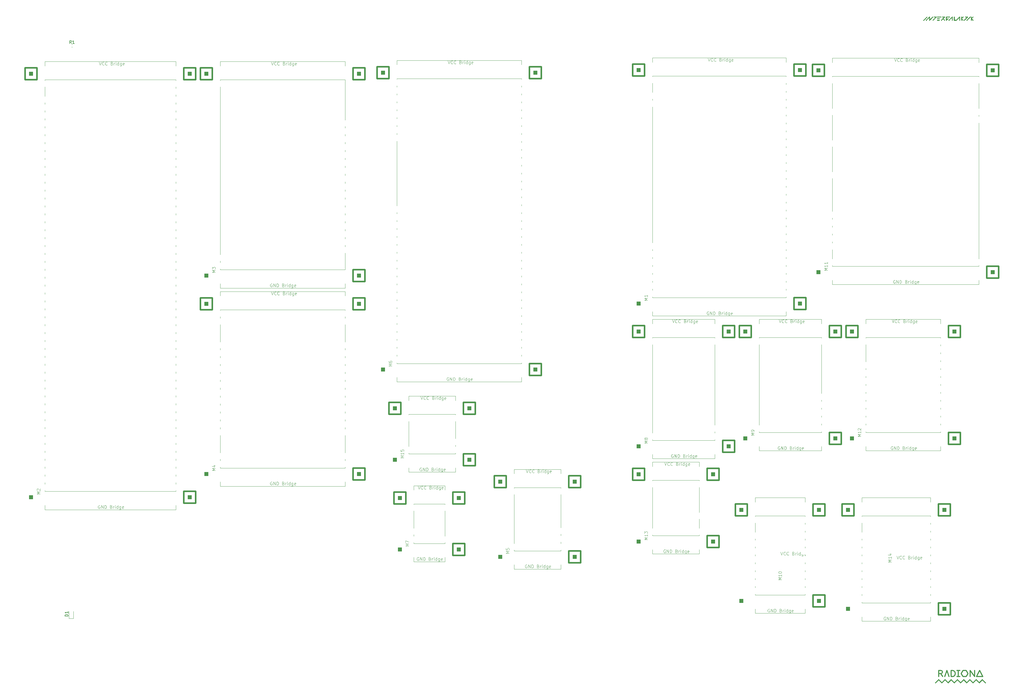
<source format=gto>
G04 #@! TF.GenerationSoftware,KiCad,Pcbnew,9.0.1+1*
G04 #@! TF.CreationDate,2025-11-12T15:34:54+00:00*
G04 #@! TF.ProjectId,main-carrier,6d61696e-2d63-4617-9272-6965722e6b69,v1.0*
G04 #@! TF.SameCoordinates,Original*
G04 #@! TF.FileFunction,Legend,Top*
G04 #@! TF.FilePolarity,Positive*
%FSLAX46Y46*%
G04 Gerber Fmt 4.6, Leading zero omitted, Abs format (unit mm)*
G04 Created by KiCad (PCBNEW 9.0.1+1) date 2025-11-12 15:34:54*
%MOMM*%
%LPD*%
G01*
G04 APERTURE LIST*
%ADD10C,0.100000*%
%ADD11C,0.150000*%
%ADD12C,0.500000*%
%ADD13C,0.010000*%
%ADD14C,0.120000*%
%ADD15C,0.300000*%
%ADD16C,6.000000*%
%ADD17C,1.000000*%
G04 APERTURE END LIST*
D10*
X321995420Y-194719522D02*
X320995420Y-194719522D01*
X320995420Y-194719522D02*
X321709705Y-194386189D01*
X321709705Y-194386189D02*
X320995420Y-194052856D01*
X320995420Y-194052856D02*
X321995420Y-194052856D01*
X321995420Y-193052856D02*
X321995420Y-193624284D01*
X321995420Y-193338570D02*
X320995420Y-193338570D01*
X320995420Y-193338570D02*
X321138277Y-193433808D01*
X321138277Y-193433808D02*
X321233515Y-193529046D01*
X321233515Y-193529046D02*
X321281134Y-193624284D01*
X341321028Y-117062418D02*
X341654361Y-118062418D01*
X341654361Y-118062418D02*
X341987694Y-117062418D01*
X342892456Y-117967179D02*
X342844837Y-118014799D01*
X342844837Y-118014799D02*
X342701980Y-118062418D01*
X342701980Y-118062418D02*
X342606742Y-118062418D01*
X342606742Y-118062418D02*
X342463885Y-118014799D01*
X342463885Y-118014799D02*
X342368647Y-117919560D01*
X342368647Y-117919560D02*
X342321028Y-117824322D01*
X342321028Y-117824322D02*
X342273409Y-117633846D01*
X342273409Y-117633846D02*
X342273409Y-117490989D01*
X342273409Y-117490989D02*
X342321028Y-117300513D01*
X342321028Y-117300513D02*
X342368647Y-117205275D01*
X342368647Y-117205275D02*
X342463885Y-117110037D01*
X342463885Y-117110037D02*
X342606742Y-117062418D01*
X342606742Y-117062418D02*
X342701980Y-117062418D01*
X342701980Y-117062418D02*
X342844837Y-117110037D01*
X342844837Y-117110037D02*
X342892456Y-117157656D01*
X343892456Y-117967179D02*
X343844837Y-118014799D01*
X343844837Y-118014799D02*
X343701980Y-118062418D01*
X343701980Y-118062418D02*
X343606742Y-118062418D01*
X343606742Y-118062418D02*
X343463885Y-118014799D01*
X343463885Y-118014799D02*
X343368647Y-117919560D01*
X343368647Y-117919560D02*
X343321028Y-117824322D01*
X343321028Y-117824322D02*
X343273409Y-117633846D01*
X343273409Y-117633846D02*
X343273409Y-117490989D01*
X343273409Y-117490989D02*
X343321028Y-117300513D01*
X343321028Y-117300513D02*
X343368647Y-117205275D01*
X343368647Y-117205275D02*
X343463885Y-117110037D01*
X343463885Y-117110037D02*
X343606742Y-117062418D01*
X343606742Y-117062418D02*
X343701980Y-117062418D01*
X343701980Y-117062418D02*
X343844837Y-117110037D01*
X343844837Y-117110037D02*
X343892456Y-117157656D01*
X345416266Y-117538608D02*
X345559123Y-117586227D01*
X345559123Y-117586227D02*
X345606742Y-117633846D01*
X345606742Y-117633846D02*
X345654361Y-117729084D01*
X345654361Y-117729084D02*
X345654361Y-117871941D01*
X345654361Y-117871941D02*
X345606742Y-117967179D01*
X345606742Y-117967179D02*
X345559123Y-118014799D01*
X345559123Y-118014799D02*
X345463885Y-118062418D01*
X345463885Y-118062418D02*
X345082933Y-118062418D01*
X345082933Y-118062418D02*
X345082933Y-117062418D01*
X345082933Y-117062418D02*
X345416266Y-117062418D01*
X345416266Y-117062418D02*
X345511504Y-117110037D01*
X345511504Y-117110037D02*
X345559123Y-117157656D01*
X345559123Y-117157656D02*
X345606742Y-117252894D01*
X345606742Y-117252894D02*
X345606742Y-117348132D01*
X345606742Y-117348132D02*
X345559123Y-117443370D01*
X345559123Y-117443370D02*
X345511504Y-117490989D01*
X345511504Y-117490989D02*
X345416266Y-117538608D01*
X345416266Y-117538608D02*
X345082933Y-117538608D01*
X346082933Y-118062418D02*
X346082933Y-117395751D01*
X346082933Y-117586227D02*
X346130552Y-117490989D01*
X346130552Y-117490989D02*
X346178171Y-117443370D01*
X346178171Y-117443370D02*
X346273409Y-117395751D01*
X346273409Y-117395751D02*
X346368647Y-117395751D01*
X346701981Y-118062418D02*
X346701981Y-117395751D01*
X346701981Y-117062418D02*
X346654362Y-117110037D01*
X346654362Y-117110037D02*
X346701981Y-117157656D01*
X346701981Y-117157656D02*
X346749600Y-117110037D01*
X346749600Y-117110037D02*
X346701981Y-117062418D01*
X346701981Y-117062418D02*
X346701981Y-117157656D01*
X347606742Y-118062418D02*
X347606742Y-117062418D01*
X347606742Y-118014799D02*
X347511504Y-118062418D01*
X347511504Y-118062418D02*
X347321028Y-118062418D01*
X347321028Y-118062418D02*
X347225790Y-118014799D01*
X347225790Y-118014799D02*
X347178171Y-117967179D01*
X347178171Y-117967179D02*
X347130552Y-117871941D01*
X347130552Y-117871941D02*
X347130552Y-117586227D01*
X347130552Y-117586227D02*
X347178171Y-117490989D01*
X347178171Y-117490989D02*
X347225790Y-117443370D01*
X347225790Y-117443370D02*
X347321028Y-117395751D01*
X347321028Y-117395751D02*
X347511504Y-117395751D01*
X347511504Y-117395751D02*
X347606742Y-117443370D01*
X348511504Y-117395751D02*
X348511504Y-118205275D01*
X348511504Y-118205275D02*
X348463885Y-118300513D01*
X348463885Y-118300513D02*
X348416266Y-118348132D01*
X348416266Y-118348132D02*
X348321028Y-118395751D01*
X348321028Y-118395751D02*
X348178171Y-118395751D01*
X348178171Y-118395751D02*
X348082933Y-118348132D01*
X348511504Y-118014799D02*
X348416266Y-118062418D01*
X348416266Y-118062418D02*
X348225790Y-118062418D01*
X348225790Y-118062418D02*
X348130552Y-118014799D01*
X348130552Y-118014799D02*
X348082933Y-117967179D01*
X348082933Y-117967179D02*
X348035314Y-117871941D01*
X348035314Y-117871941D02*
X348035314Y-117586227D01*
X348035314Y-117586227D02*
X348082933Y-117490989D01*
X348082933Y-117490989D02*
X348130552Y-117443370D01*
X348130552Y-117443370D02*
X348225790Y-117395751D01*
X348225790Y-117395751D02*
X348416266Y-117395751D01*
X348416266Y-117395751D02*
X348511504Y-117443370D01*
X349368647Y-118014799D02*
X349273409Y-118062418D01*
X349273409Y-118062418D02*
X349082933Y-118062418D01*
X349082933Y-118062418D02*
X348987695Y-118014799D01*
X348987695Y-118014799D02*
X348940076Y-117919560D01*
X348940076Y-117919560D02*
X348940076Y-117538608D01*
X348940076Y-117538608D02*
X348987695Y-117443370D01*
X348987695Y-117443370D02*
X349082933Y-117395751D01*
X349082933Y-117395751D02*
X349273409Y-117395751D01*
X349273409Y-117395751D02*
X349368647Y-117443370D01*
X349368647Y-117443370D02*
X349416266Y-117538608D01*
X349416266Y-117538608D02*
X349416266Y-117633846D01*
X349416266Y-117633846D02*
X348940076Y-117729084D01*
X341571313Y-198430037D02*
X341476075Y-198382418D01*
X341476075Y-198382418D02*
X341333218Y-198382418D01*
X341333218Y-198382418D02*
X341190361Y-198430037D01*
X341190361Y-198430037D02*
X341095123Y-198525275D01*
X341095123Y-198525275D02*
X341047504Y-198620513D01*
X341047504Y-198620513D02*
X340999885Y-198810989D01*
X340999885Y-198810989D02*
X340999885Y-198953846D01*
X340999885Y-198953846D02*
X341047504Y-199144322D01*
X341047504Y-199144322D02*
X341095123Y-199239560D01*
X341095123Y-199239560D02*
X341190361Y-199334799D01*
X341190361Y-199334799D02*
X341333218Y-199382418D01*
X341333218Y-199382418D02*
X341428456Y-199382418D01*
X341428456Y-199382418D02*
X341571313Y-199334799D01*
X341571313Y-199334799D02*
X341618932Y-199287179D01*
X341618932Y-199287179D02*
X341618932Y-198953846D01*
X341618932Y-198953846D02*
X341428456Y-198953846D01*
X342047504Y-199382418D02*
X342047504Y-198382418D01*
X342047504Y-198382418D02*
X342618932Y-199382418D01*
X342618932Y-199382418D02*
X342618932Y-198382418D01*
X343095123Y-199382418D02*
X343095123Y-198382418D01*
X343095123Y-198382418D02*
X343333218Y-198382418D01*
X343333218Y-198382418D02*
X343476075Y-198430037D01*
X343476075Y-198430037D02*
X343571313Y-198525275D01*
X343571313Y-198525275D02*
X343618932Y-198620513D01*
X343618932Y-198620513D02*
X343666551Y-198810989D01*
X343666551Y-198810989D02*
X343666551Y-198953846D01*
X343666551Y-198953846D02*
X343618932Y-199144322D01*
X343618932Y-199144322D02*
X343571313Y-199239560D01*
X343571313Y-199239560D02*
X343476075Y-199334799D01*
X343476075Y-199334799D02*
X343333218Y-199382418D01*
X343333218Y-199382418D02*
X343095123Y-199382418D01*
X345190361Y-198858608D02*
X345333218Y-198906227D01*
X345333218Y-198906227D02*
X345380837Y-198953846D01*
X345380837Y-198953846D02*
X345428456Y-199049084D01*
X345428456Y-199049084D02*
X345428456Y-199191941D01*
X345428456Y-199191941D02*
X345380837Y-199287179D01*
X345380837Y-199287179D02*
X345333218Y-199334799D01*
X345333218Y-199334799D02*
X345237980Y-199382418D01*
X345237980Y-199382418D02*
X344857028Y-199382418D01*
X344857028Y-199382418D02*
X344857028Y-198382418D01*
X344857028Y-198382418D02*
X345190361Y-198382418D01*
X345190361Y-198382418D02*
X345285599Y-198430037D01*
X345285599Y-198430037D02*
X345333218Y-198477656D01*
X345333218Y-198477656D02*
X345380837Y-198572894D01*
X345380837Y-198572894D02*
X345380837Y-198668132D01*
X345380837Y-198668132D02*
X345333218Y-198763370D01*
X345333218Y-198763370D02*
X345285599Y-198810989D01*
X345285599Y-198810989D02*
X345190361Y-198858608D01*
X345190361Y-198858608D02*
X344857028Y-198858608D01*
X345857028Y-199382418D02*
X345857028Y-198715751D01*
X345857028Y-198906227D02*
X345904647Y-198810989D01*
X345904647Y-198810989D02*
X345952266Y-198763370D01*
X345952266Y-198763370D02*
X346047504Y-198715751D01*
X346047504Y-198715751D02*
X346142742Y-198715751D01*
X346476076Y-199382418D02*
X346476076Y-198715751D01*
X346476076Y-198382418D02*
X346428457Y-198430037D01*
X346428457Y-198430037D02*
X346476076Y-198477656D01*
X346476076Y-198477656D02*
X346523695Y-198430037D01*
X346523695Y-198430037D02*
X346476076Y-198382418D01*
X346476076Y-198382418D02*
X346476076Y-198477656D01*
X347380837Y-199382418D02*
X347380837Y-198382418D01*
X347380837Y-199334799D02*
X347285599Y-199382418D01*
X347285599Y-199382418D02*
X347095123Y-199382418D01*
X347095123Y-199382418D02*
X346999885Y-199334799D01*
X346999885Y-199334799D02*
X346952266Y-199287179D01*
X346952266Y-199287179D02*
X346904647Y-199191941D01*
X346904647Y-199191941D02*
X346904647Y-198906227D01*
X346904647Y-198906227D02*
X346952266Y-198810989D01*
X346952266Y-198810989D02*
X346999885Y-198763370D01*
X346999885Y-198763370D02*
X347095123Y-198715751D01*
X347095123Y-198715751D02*
X347285599Y-198715751D01*
X347285599Y-198715751D02*
X347380837Y-198763370D01*
X348285599Y-198715751D02*
X348285599Y-199525275D01*
X348285599Y-199525275D02*
X348237980Y-199620513D01*
X348237980Y-199620513D02*
X348190361Y-199668132D01*
X348190361Y-199668132D02*
X348095123Y-199715751D01*
X348095123Y-199715751D02*
X347952266Y-199715751D01*
X347952266Y-199715751D02*
X347857028Y-199668132D01*
X348285599Y-199334799D02*
X348190361Y-199382418D01*
X348190361Y-199382418D02*
X347999885Y-199382418D01*
X347999885Y-199382418D02*
X347904647Y-199334799D01*
X347904647Y-199334799D02*
X347857028Y-199287179D01*
X347857028Y-199287179D02*
X347809409Y-199191941D01*
X347809409Y-199191941D02*
X347809409Y-198906227D01*
X347809409Y-198906227D02*
X347857028Y-198810989D01*
X347857028Y-198810989D02*
X347904647Y-198763370D01*
X347904647Y-198763370D02*
X347999885Y-198715751D01*
X347999885Y-198715751D02*
X348190361Y-198715751D01*
X348190361Y-198715751D02*
X348285599Y-198763370D01*
X349142742Y-199334799D02*
X349047504Y-199382418D01*
X349047504Y-199382418D02*
X348857028Y-199382418D01*
X348857028Y-199382418D02*
X348761790Y-199334799D01*
X348761790Y-199334799D02*
X348714171Y-199239560D01*
X348714171Y-199239560D02*
X348714171Y-198858608D01*
X348714171Y-198858608D02*
X348761790Y-198763370D01*
X348761790Y-198763370D02*
X348857028Y-198715751D01*
X348857028Y-198715751D02*
X349047504Y-198715751D01*
X349047504Y-198715751D02*
X349142742Y-198763370D01*
X349142742Y-198763370D02*
X349190361Y-198858608D01*
X349190361Y-198858608D02*
X349190361Y-198953846D01*
X349190361Y-198953846D02*
X348714171Y-199049084D01*
X364947419Y-284425713D02*
X363947419Y-284425713D01*
X363947419Y-284425713D02*
X364661704Y-284092380D01*
X364661704Y-284092380D02*
X363947419Y-283759047D01*
X363947419Y-283759047D02*
X364947419Y-283759047D01*
X364947419Y-282759047D02*
X364947419Y-283330475D01*
X364947419Y-283044761D02*
X363947419Y-283044761D01*
X363947419Y-283044761D02*
X364090276Y-283139999D01*
X364090276Y-283139999D02*
X364185514Y-283235237D01*
X364185514Y-283235237D02*
X364233133Y-283330475D01*
X363947419Y-282139999D02*
X363947419Y-282044761D01*
X363947419Y-282044761D02*
X363995038Y-281949523D01*
X363995038Y-281949523D02*
X364042657Y-281901904D01*
X364042657Y-281901904D02*
X364137895Y-281854285D01*
X364137895Y-281854285D02*
X364328371Y-281806666D01*
X364328371Y-281806666D02*
X364566466Y-281806666D01*
X364566466Y-281806666D02*
X364756942Y-281854285D01*
X364756942Y-281854285D02*
X364852180Y-281901904D01*
X364852180Y-281901904D02*
X364899800Y-281949523D01*
X364899800Y-281949523D02*
X364947419Y-282044761D01*
X364947419Y-282044761D02*
X364947419Y-282139999D01*
X364947419Y-282139999D02*
X364899800Y-282235237D01*
X364899800Y-282235237D02*
X364852180Y-282282856D01*
X364852180Y-282282856D02*
X364756942Y-282330475D01*
X364756942Y-282330475D02*
X364566466Y-282378094D01*
X364566466Y-282378094D02*
X364328371Y-282378094D01*
X364328371Y-282378094D02*
X364137895Y-282330475D01*
X364137895Y-282330475D02*
X364042657Y-282282856D01*
X364042657Y-282282856D02*
X363995038Y-282235237D01*
X363995038Y-282235237D02*
X363947419Y-282139999D01*
X364651027Y-275502418D02*
X364984360Y-276502418D01*
X364984360Y-276502418D02*
X365317693Y-275502418D01*
X366222455Y-276407179D02*
X366174836Y-276454799D01*
X366174836Y-276454799D02*
X366031979Y-276502418D01*
X366031979Y-276502418D02*
X365936741Y-276502418D01*
X365936741Y-276502418D02*
X365793884Y-276454799D01*
X365793884Y-276454799D02*
X365698646Y-276359560D01*
X365698646Y-276359560D02*
X365651027Y-276264322D01*
X365651027Y-276264322D02*
X365603408Y-276073846D01*
X365603408Y-276073846D02*
X365603408Y-275930989D01*
X365603408Y-275930989D02*
X365651027Y-275740513D01*
X365651027Y-275740513D02*
X365698646Y-275645275D01*
X365698646Y-275645275D02*
X365793884Y-275550037D01*
X365793884Y-275550037D02*
X365936741Y-275502418D01*
X365936741Y-275502418D02*
X366031979Y-275502418D01*
X366031979Y-275502418D02*
X366174836Y-275550037D01*
X366174836Y-275550037D02*
X366222455Y-275597656D01*
X367222455Y-276407179D02*
X367174836Y-276454799D01*
X367174836Y-276454799D02*
X367031979Y-276502418D01*
X367031979Y-276502418D02*
X366936741Y-276502418D01*
X366936741Y-276502418D02*
X366793884Y-276454799D01*
X366793884Y-276454799D02*
X366698646Y-276359560D01*
X366698646Y-276359560D02*
X366651027Y-276264322D01*
X366651027Y-276264322D02*
X366603408Y-276073846D01*
X366603408Y-276073846D02*
X366603408Y-275930989D01*
X366603408Y-275930989D02*
X366651027Y-275740513D01*
X366651027Y-275740513D02*
X366698646Y-275645275D01*
X366698646Y-275645275D02*
X366793884Y-275550037D01*
X366793884Y-275550037D02*
X366936741Y-275502418D01*
X366936741Y-275502418D02*
X367031979Y-275502418D01*
X367031979Y-275502418D02*
X367174836Y-275550037D01*
X367174836Y-275550037D02*
X367222455Y-275597656D01*
X368746265Y-275978608D02*
X368889122Y-276026227D01*
X368889122Y-276026227D02*
X368936741Y-276073846D01*
X368936741Y-276073846D02*
X368984360Y-276169084D01*
X368984360Y-276169084D02*
X368984360Y-276311941D01*
X368984360Y-276311941D02*
X368936741Y-276407179D01*
X368936741Y-276407179D02*
X368889122Y-276454799D01*
X368889122Y-276454799D02*
X368793884Y-276502418D01*
X368793884Y-276502418D02*
X368412932Y-276502418D01*
X368412932Y-276502418D02*
X368412932Y-275502418D01*
X368412932Y-275502418D02*
X368746265Y-275502418D01*
X368746265Y-275502418D02*
X368841503Y-275550037D01*
X368841503Y-275550037D02*
X368889122Y-275597656D01*
X368889122Y-275597656D02*
X368936741Y-275692894D01*
X368936741Y-275692894D02*
X368936741Y-275788132D01*
X368936741Y-275788132D02*
X368889122Y-275883370D01*
X368889122Y-275883370D02*
X368841503Y-275930989D01*
X368841503Y-275930989D02*
X368746265Y-275978608D01*
X368746265Y-275978608D02*
X368412932Y-275978608D01*
X369412932Y-276502418D02*
X369412932Y-275835751D01*
X369412932Y-276026227D02*
X369460551Y-275930989D01*
X369460551Y-275930989D02*
X369508170Y-275883370D01*
X369508170Y-275883370D02*
X369603408Y-275835751D01*
X369603408Y-275835751D02*
X369698646Y-275835751D01*
X370031980Y-276502418D02*
X370031980Y-275835751D01*
X370031980Y-275502418D02*
X369984361Y-275550037D01*
X369984361Y-275550037D02*
X370031980Y-275597656D01*
X370031980Y-275597656D02*
X370079599Y-275550037D01*
X370079599Y-275550037D02*
X370031980Y-275502418D01*
X370031980Y-275502418D02*
X370031980Y-275597656D01*
X370936741Y-276502418D02*
X370936741Y-275502418D01*
X370936741Y-276454799D02*
X370841503Y-276502418D01*
X370841503Y-276502418D02*
X370651027Y-276502418D01*
X370651027Y-276502418D02*
X370555789Y-276454799D01*
X370555789Y-276454799D02*
X370508170Y-276407179D01*
X370508170Y-276407179D02*
X370460551Y-276311941D01*
X370460551Y-276311941D02*
X370460551Y-276026227D01*
X370460551Y-276026227D02*
X370508170Y-275930989D01*
X370508170Y-275930989D02*
X370555789Y-275883370D01*
X370555789Y-275883370D02*
X370651027Y-275835751D01*
X370651027Y-275835751D02*
X370841503Y-275835751D01*
X370841503Y-275835751D02*
X370936741Y-275883370D01*
X371841503Y-275835751D02*
X371841503Y-276645275D01*
X371841503Y-276645275D02*
X371793884Y-276740513D01*
X371793884Y-276740513D02*
X371746265Y-276788132D01*
X371746265Y-276788132D02*
X371651027Y-276835751D01*
X371651027Y-276835751D02*
X371508170Y-276835751D01*
X371508170Y-276835751D02*
X371412932Y-276788132D01*
X371841503Y-276454799D02*
X371746265Y-276502418D01*
X371746265Y-276502418D02*
X371555789Y-276502418D01*
X371555789Y-276502418D02*
X371460551Y-276454799D01*
X371460551Y-276454799D02*
X371412932Y-276407179D01*
X371412932Y-276407179D02*
X371365313Y-276311941D01*
X371365313Y-276311941D02*
X371365313Y-276026227D01*
X371365313Y-276026227D02*
X371412932Y-275930989D01*
X371412932Y-275930989D02*
X371460551Y-275883370D01*
X371460551Y-275883370D02*
X371555789Y-275835751D01*
X371555789Y-275835751D02*
X371746265Y-275835751D01*
X371746265Y-275835751D02*
X371841503Y-275883370D01*
X372698646Y-276454799D02*
X372603408Y-276502418D01*
X372603408Y-276502418D02*
X372412932Y-276502418D01*
X372412932Y-276502418D02*
X372317694Y-276454799D01*
X372317694Y-276454799D02*
X372270075Y-276359560D01*
X372270075Y-276359560D02*
X372270075Y-275978608D01*
X372270075Y-275978608D02*
X372317694Y-275883370D01*
X372317694Y-275883370D02*
X372412932Y-275835751D01*
X372412932Y-275835751D02*
X372603408Y-275835751D01*
X372603408Y-275835751D02*
X372698646Y-275883370D01*
X372698646Y-275883370D02*
X372746265Y-275978608D01*
X372746265Y-275978608D02*
X372746265Y-276073846D01*
X372746265Y-276073846D02*
X372270075Y-276169084D01*
X361091312Y-293850037D02*
X360996074Y-293802418D01*
X360996074Y-293802418D02*
X360853217Y-293802418D01*
X360853217Y-293802418D02*
X360710360Y-293850037D01*
X360710360Y-293850037D02*
X360615122Y-293945275D01*
X360615122Y-293945275D02*
X360567503Y-294040513D01*
X360567503Y-294040513D02*
X360519884Y-294230989D01*
X360519884Y-294230989D02*
X360519884Y-294373846D01*
X360519884Y-294373846D02*
X360567503Y-294564322D01*
X360567503Y-294564322D02*
X360615122Y-294659560D01*
X360615122Y-294659560D02*
X360710360Y-294754799D01*
X360710360Y-294754799D02*
X360853217Y-294802418D01*
X360853217Y-294802418D02*
X360948455Y-294802418D01*
X360948455Y-294802418D02*
X361091312Y-294754799D01*
X361091312Y-294754799D02*
X361138931Y-294707179D01*
X361138931Y-294707179D02*
X361138931Y-294373846D01*
X361138931Y-294373846D02*
X360948455Y-294373846D01*
X361567503Y-294802418D02*
X361567503Y-293802418D01*
X361567503Y-293802418D02*
X362138931Y-294802418D01*
X362138931Y-294802418D02*
X362138931Y-293802418D01*
X362615122Y-294802418D02*
X362615122Y-293802418D01*
X362615122Y-293802418D02*
X362853217Y-293802418D01*
X362853217Y-293802418D02*
X362996074Y-293850037D01*
X362996074Y-293850037D02*
X363091312Y-293945275D01*
X363091312Y-293945275D02*
X363138931Y-294040513D01*
X363138931Y-294040513D02*
X363186550Y-294230989D01*
X363186550Y-294230989D02*
X363186550Y-294373846D01*
X363186550Y-294373846D02*
X363138931Y-294564322D01*
X363138931Y-294564322D02*
X363091312Y-294659560D01*
X363091312Y-294659560D02*
X362996074Y-294754799D01*
X362996074Y-294754799D02*
X362853217Y-294802418D01*
X362853217Y-294802418D02*
X362615122Y-294802418D01*
X364710360Y-294278608D02*
X364853217Y-294326227D01*
X364853217Y-294326227D02*
X364900836Y-294373846D01*
X364900836Y-294373846D02*
X364948455Y-294469084D01*
X364948455Y-294469084D02*
X364948455Y-294611941D01*
X364948455Y-294611941D02*
X364900836Y-294707179D01*
X364900836Y-294707179D02*
X364853217Y-294754799D01*
X364853217Y-294754799D02*
X364757979Y-294802418D01*
X364757979Y-294802418D02*
X364377027Y-294802418D01*
X364377027Y-294802418D02*
X364377027Y-293802418D01*
X364377027Y-293802418D02*
X364710360Y-293802418D01*
X364710360Y-293802418D02*
X364805598Y-293850037D01*
X364805598Y-293850037D02*
X364853217Y-293897656D01*
X364853217Y-293897656D02*
X364900836Y-293992894D01*
X364900836Y-293992894D02*
X364900836Y-294088132D01*
X364900836Y-294088132D02*
X364853217Y-294183370D01*
X364853217Y-294183370D02*
X364805598Y-294230989D01*
X364805598Y-294230989D02*
X364710360Y-294278608D01*
X364710360Y-294278608D02*
X364377027Y-294278608D01*
X365377027Y-294802418D02*
X365377027Y-294135751D01*
X365377027Y-294326227D02*
X365424646Y-294230989D01*
X365424646Y-294230989D02*
X365472265Y-294183370D01*
X365472265Y-294183370D02*
X365567503Y-294135751D01*
X365567503Y-294135751D02*
X365662741Y-294135751D01*
X365996075Y-294802418D02*
X365996075Y-294135751D01*
X365996075Y-293802418D02*
X365948456Y-293850037D01*
X365948456Y-293850037D02*
X365996075Y-293897656D01*
X365996075Y-293897656D02*
X366043694Y-293850037D01*
X366043694Y-293850037D02*
X365996075Y-293802418D01*
X365996075Y-293802418D02*
X365996075Y-293897656D01*
X366900836Y-294802418D02*
X366900836Y-293802418D01*
X366900836Y-294754799D02*
X366805598Y-294802418D01*
X366805598Y-294802418D02*
X366615122Y-294802418D01*
X366615122Y-294802418D02*
X366519884Y-294754799D01*
X366519884Y-294754799D02*
X366472265Y-294707179D01*
X366472265Y-294707179D02*
X366424646Y-294611941D01*
X366424646Y-294611941D02*
X366424646Y-294326227D01*
X366424646Y-294326227D02*
X366472265Y-294230989D01*
X366472265Y-294230989D02*
X366519884Y-294183370D01*
X366519884Y-294183370D02*
X366615122Y-294135751D01*
X366615122Y-294135751D02*
X366805598Y-294135751D01*
X366805598Y-294135751D02*
X366900836Y-294183370D01*
X367805598Y-294135751D02*
X367805598Y-294945275D01*
X367805598Y-294945275D02*
X367757979Y-295040513D01*
X367757979Y-295040513D02*
X367710360Y-295088132D01*
X367710360Y-295088132D02*
X367615122Y-295135751D01*
X367615122Y-295135751D02*
X367472265Y-295135751D01*
X367472265Y-295135751D02*
X367377027Y-295088132D01*
X367805598Y-294754799D02*
X367710360Y-294802418D01*
X367710360Y-294802418D02*
X367519884Y-294802418D01*
X367519884Y-294802418D02*
X367424646Y-294754799D01*
X367424646Y-294754799D02*
X367377027Y-294707179D01*
X367377027Y-294707179D02*
X367329408Y-294611941D01*
X367329408Y-294611941D02*
X367329408Y-294326227D01*
X367329408Y-294326227D02*
X367377027Y-294230989D01*
X367377027Y-294230989D02*
X367424646Y-294183370D01*
X367424646Y-294183370D02*
X367519884Y-294135751D01*
X367519884Y-294135751D02*
X367710360Y-294135751D01*
X367710360Y-294135751D02*
X367805598Y-294183370D01*
X368662741Y-294754799D02*
X368567503Y-294802418D01*
X368567503Y-294802418D02*
X368377027Y-294802418D01*
X368377027Y-294802418D02*
X368281789Y-294754799D01*
X368281789Y-294754799D02*
X368234170Y-294659560D01*
X368234170Y-294659560D02*
X368234170Y-294278608D01*
X368234170Y-294278608D02*
X368281789Y-294183370D01*
X368281789Y-294183370D02*
X368377027Y-294135751D01*
X368377027Y-294135751D02*
X368567503Y-294135751D01*
X368567503Y-294135751D02*
X368662741Y-294183370D01*
X368662741Y-294183370D02*
X368710360Y-294278608D01*
X368710360Y-294278608D02*
X368710360Y-294373846D01*
X368710360Y-294373846D02*
X368234170Y-294469084D01*
X379675419Y-185115713D02*
X378675419Y-185115713D01*
X378675419Y-185115713D02*
X379389704Y-184782380D01*
X379389704Y-184782380D02*
X378675419Y-184449047D01*
X378675419Y-184449047D02*
X379675419Y-184449047D01*
X379675419Y-183449047D02*
X379675419Y-184020475D01*
X379675419Y-183734761D02*
X378675419Y-183734761D01*
X378675419Y-183734761D02*
X378818276Y-183829999D01*
X378818276Y-183829999D02*
X378913514Y-183925237D01*
X378913514Y-183925237D02*
X378961133Y-184020475D01*
X379675419Y-182496666D02*
X379675419Y-183068094D01*
X379675419Y-182782380D02*
X378675419Y-182782380D01*
X378675419Y-182782380D02*
X378818276Y-182877618D01*
X378818276Y-182877618D02*
X378913514Y-182972856D01*
X378913514Y-182972856D02*
X378961133Y-183068094D01*
X401351312Y-188350038D02*
X401256074Y-188302419D01*
X401256074Y-188302419D02*
X401113217Y-188302419D01*
X401113217Y-188302419D02*
X400970360Y-188350038D01*
X400970360Y-188350038D02*
X400875122Y-188445276D01*
X400875122Y-188445276D02*
X400827503Y-188540514D01*
X400827503Y-188540514D02*
X400779884Y-188730990D01*
X400779884Y-188730990D02*
X400779884Y-188873847D01*
X400779884Y-188873847D02*
X400827503Y-189064323D01*
X400827503Y-189064323D02*
X400875122Y-189159561D01*
X400875122Y-189159561D02*
X400970360Y-189254800D01*
X400970360Y-189254800D02*
X401113217Y-189302419D01*
X401113217Y-189302419D02*
X401208455Y-189302419D01*
X401208455Y-189302419D02*
X401351312Y-189254800D01*
X401351312Y-189254800D02*
X401398931Y-189207180D01*
X401398931Y-189207180D02*
X401398931Y-188873847D01*
X401398931Y-188873847D02*
X401208455Y-188873847D01*
X401827503Y-189302419D02*
X401827503Y-188302419D01*
X401827503Y-188302419D02*
X402398931Y-189302419D01*
X402398931Y-189302419D02*
X402398931Y-188302419D01*
X402875122Y-189302419D02*
X402875122Y-188302419D01*
X402875122Y-188302419D02*
X403113217Y-188302419D01*
X403113217Y-188302419D02*
X403256074Y-188350038D01*
X403256074Y-188350038D02*
X403351312Y-188445276D01*
X403351312Y-188445276D02*
X403398931Y-188540514D01*
X403398931Y-188540514D02*
X403446550Y-188730990D01*
X403446550Y-188730990D02*
X403446550Y-188873847D01*
X403446550Y-188873847D02*
X403398931Y-189064323D01*
X403398931Y-189064323D02*
X403351312Y-189159561D01*
X403351312Y-189159561D02*
X403256074Y-189254800D01*
X403256074Y-189254800D02*
X403113217Y-189302419D01*
X403113217Y-189302419D02*
X402875122Y-189302419D01*
X404970360Y-188778609D02*
X405113217Y-188826228D01*
X405113217Y-188826228D02*
X405160836Y-188873847D01*
X405160836Y-188873847D02*
X405208455Y-188969085D01*
X405208455Y-188969085D02*
X405208455Y-189111942D01*
X405208455Y-189111942D02*
X405160836Y-189207180D01*
X405160836Y-189207180D02*
X405113217Y-189254800D01*
X405113217Y-189254800D02*
X405017979Y-189302419D01*
X405017979Y-189302419D02*
X404637027Y-189302419D01*
X404637027Y-189302419D02*
X404637027Y-188302419D01*
X404637027Y-188302419D02*
X404970360Y-188302419D01*
X404970360Y-188302419D02*
X405065598Y-188350038D01*
X405065598Y-188350038D02*
X405113217Y-188397657D01*
X405113217Y-188397657D02*
X405160836Y-188492895D01*
X405160836Y-188492895D02*
X405160836Y-188588133D01*
X405160836Y-188588133D02*
X405113217Y-188683371D01*
X405113217Y-188683371D02*
X405065598Y-188730990D01*
X405065598Y-188730990D02*
X404970360Y-188778609D01*
X404970360Y-188778609D02*
X404637027Y-188778609D01*
X405637027Y-189302419D02*
X405637027Y-188635752D01*
X405637027Y-188826228D02*
X405684646Y-188730990D01*
X405684646Y-188730990D02*
X405732265Y-188683371D01*
X405732265Y-188683371D02*
X405827503Y-188635752D01*
X405827503Y-188635752D02*
X405922741Y-188635752D01*
X406256075Y-189302419D02*
X406256075Y-188635752D01*
X406256075Y-188302419D02*
X406208456Y-188350038D01*
X406208456Y-188350038D02*
X406256075Y-188397657D01*
X406256075Y-188397657D02*
X406303694Y-188350038D01*
X406303694Y-188350038D02*
X406256075Y-188302419D01*
X406256075Y-188302419D02*
X406256075Y-188397657D01*
X407160836Y-189302419D02*
X407160836Y-188302419D01*
X407160836Y-189254800D02*
X407065598Y-189302419D01*
X407065598Y-189302419D02*
X406875122Y-189302419D01*
X406875122Y-189302419D02*
X406779884Y-189254800D01*
X406779884Y-189254800D02*
X406732265Y-189207180D01*
X406732265Y-189207180D02*
X406684646Y-189111942D01*
X406684646Y-189111942D02*
X406684646Y-188826228D01*
X406684646Y-188826228D02*
X406732265Y-188730990D01*
X406732265Y-188730990D02*
X406779884Y-188683371D01*
X406779884Y-188683371D02*
X406875122Y-188635752D01*
X406875122Y-188635752D02*
X407065598Y-188635752D01*
X407065598Y-188635752D02*
X407160836Y-188683371D01*
X408065598Y-188635752D02*
X408065598Y-189445276D01*
X408065598Y-189445276D02*
X408017979Y-189540514D01*
X408017979Y-189540514D02*
X407970360Y-189588133D01*
X407970360Y-189588133D02*
X407875122Y-189635752D01*
X407875122Y-189635752D02*
X407732265Y-189635752D01*
X407732265Y-189635752D02*
X407637027Y-189588133D01*
X408065598Y-189254800D02*
X407970360Y-189302419D01*
X407970360Y-189302419D02*
X407779884Y-189302419D01*
X407779884Y-189302419D02*
X407684646Y-189254800D01*
X407684646Y-189254800D02*
X407637027Y-189207180D01*
X407637027Y-189207180D02*
X407589408Y-189111942D01*
X407589408Y-189111942D02*
X407589408Y-188826228D01*
X407589408Y-188826228D02*
X407637027Y-188730990D01*
X407637027Y-188730990D02*
X407684646Y-188683371D01*
X407684646Y-188683371D02*
X407779884Y-188635752D01*
X407779884Y-188635752D02*
X407970360Y-188635752D01*
X407970360Y-188635752D02*
X408065598Y-188683371D01*
X408922741Y-189254800D02*
X408827503Y-189302419D01*
X408827503Y-189302419D02*
X408637027Y-189302419D01*
X408637027Y-189302419D02*
X408541789Y-189254800D01*
X408541789Y-189254800D02*
X408494170Y-189159561D01*
X408494170Y-189159561D02*
X408494170Y-188778609D01*
X408494170Y-188778609D02*
X408541789Y-188683371D01*
X408541789Y-188683371D02*
X408637027Y-188635752D01*
X408637027Y-188635752D02*
X408827503Y-188635752D01*
X408827503Y-188635752D02*
X408922741Y-188683371D01*
X408922741Y-188683371D02*
X408970360Y-188778609D01*
X408970360Y-188778609D02*
X408970360Y-188873847D01*
X408970360Y-188873847D02*
X408494170Y-188969085D01*
X401101027Y-117142419D02*
X401434360Y-118142419D01*
X401434360Y-118142419D02*
X401767693Y-117142419D01*
X402672455Y-118047180D02*
X402624836Y-118094800D01*
X402624836Y-118094800D02*
X402481979Y-118142419D01*
X402481979Y-118142419D02*
X402386741Y-118142419D01*
X402386741Y-118142419D02*
X402243884Y-118094800D01*
X402243884Y-118094800D02*
X402148646Y-117999561D01*
X402148646Y-117999561D02*
X402101027Y-117904323D01*
X402101027Y-117904323D02*
X402053408Y-117713847D01*
X402053408Y-117713847D02*
X402053408Y-117570990D01*
X402053408Y-117570990D02*
X402101027Y-117380514D01*
X402101027Y-117380514D02*
X402148646Y-117285276D01*
X402148646Y-117285276D02*
X402243884Y-117190038D01*
X402243884Y-117190038D02*
X402386741Y-117142419D01*
X402386741Y-117142419D02*
X402481979Y-117142419D01*
X402481979Y-117142419D02*
X402624836Y-117190038D01*
X402624836Y-117190038D02*
X402672455Y-117237657D01*
X403672455Y-118047180D02*
X403624836Y-118094800D01*
X403624836Y-118094800D02*
X403481979Y-118142419D01*
X403481979Y-118142419D02*
X403386741Y-118142419D01*
X403386741Y-118142419D02*
X403243884Y-118094800D01*
X403243884Y-118094800D02*
X403148646Y-117999561D01*
X403148646Y-117999561D02*
X403101027Y-117904323D01*
X403101027Y-117904323D02*
X403053408Y-117713847D01*
X403053408Y-117713847D02*
X403053408Y-117570990D01*
X403053408Y-117570990D02*
X403101027Y-117380514D01*
X403101027Y-117380514D02*
X403148646Y-117285276D01*
X403148646Y-117285276D02*
X403243884Y-117190038D01*
X403243884Y-117190038D02*
X403386741Y-117142419D01*
X403386741Y-117142419D02*
X403481979Y-117142419D01*
X403481979Y-117142419D02*
X403624836Y-117190038D01*
X403624836Y-117190038D02*
X403672455Y-117237657D01*
X405196265Y-117618609D02*
X405339122Y-117666228D01*
X405339122Y-117666228D02*
X405386741Y-117713847D01*
X405386741Y-117713847D02*
X405434360Y-117809085D01*
X405434360Y-117809085D02*
X405434360Y-117951942D01*
X405434360Y-117951942D02*
X405386741Y-118047180D01*
X405386741Y-118047180D02*
X405339122Y-118094800D01*
X405339122Y-118094800D02*
X405243884Y-118142419D01*
X405243884Y-118142419D02*
X404862932Y-118142419D01*
X404862932Y-118142419D02*
X404862932Y-117142419D01*
X404862932Y-117142419D02*
X405196265Y-117142419D01*
X405196265Y-117142419D02*
X405291503Y-117190038D01*
X405291503Y-117190038D02*
X405339122Y-117237657D01*
X405339122Y-117237657D02*
X405386741Y-117332895D01*
X405386741Y-117332895D02*
X405386741Y-117428133D01*
X405386741Y-117428133D02*
X405339122Y-117523371D01*
X405339122Y-117523371D02*
X405291503Y-117570990D01*
X405291503Y-117570990D02*
X405196265Y-117618609D01*
X405196265Y-117618609D02*
X404862932Y-117618609D01*
X405862932Y-118142419D02*
X405862932Y-117475752D01*
X405862932Y-117666228D02*
X405910551Y-117570990D01*
X405910551Y-117570990D02*
X405958170Y-117523371D01*
X405958170Y-117523371D02*
X406053408Y-117475752D01*
X406053408Y-117475752D02*
X406148646Y-117475752D01*
X406481980Y-118142419D02*
X406481980Y-117475752D01*
X406481980Y-117142419D02*
X406434361Y-117190038D01*
X406434361Y-117190038D02*
X406481980Y-117237657D01*
X406481980Y-117237657D02*
X406529599Y-117190038D01*
X406529599Y-117190038D02*
X406481980Y-117142419D01*
X406481980Y-117142419D02*
X406481980Y-117237657D01*
X407386741Y-118142419D02*
X407386741Y-117142419D01*
X407386741Y-118094800D02*
X407291503Y-118142419D01*
X407291503Y-118142419D02*
X407101027Y-118142419D01*
X407101027Y-118142419D02*
X407005789Y-118094800D01*
X407005789Y-118094800D02*
X406958170Y-118047180D01*
X406958170Y-118047180D02*
X406910551Y-117951942D01*
X406910551Y-117951942D02*
X406910551Y-117666228D01*
X406910551Y-117666228D02*
X406958170Y-117570990D01*
X406958170Y-117570990D02*
X407005789Y-117523371D01*
X407005789Y-117523371D02*
X407101027Y-117475752D01*
X407101027Y-117475752D02*
X407291503Y-117475752D01*
X407291503Y-117475752D02*
X407386741Y-117523371D01*
X408291503Y-117475752D02*
X408291503Y-118285276D01*
X408291503Y-118285276D02*
X408243884Y-118380514D01*
X408243884Y-118380514D02*
X408196265Y-118428133D01*
X408196265Y-118428133D02*
X408101027Y-118475752D01*
X408101027Y-118475752D02*
X407958170Y-118475752D01*
X407958170Y-118475752D02*
X407862932Y-118428133D01*
X408291503Y-118094800D02*
X408196265Y-118142419D01*
X408196265Y-118142419D02*
X408005789Y-118142419D01*
X408005789Y-118142419D02*
X407910551Y-118094800D01*
X407910551Y-118094800D02*
X407862932Y-118047180D01*
X407862932Y-118047180D02*
X407815313Y-117951942D01*
X407815313Y-117951942D02*
X407815313Y-117666228D01*
X407815313Y-117666228D02*
X407862932Y-117570990D01*
X407862932Y-117570990D02*
X407910551Y-117523371D01*
X407910551Y-117523371D02*
X408005789Y-117475752D01*
X408005789Y-117475752D02*
X408196265Y-117475752D01*
X408196265Y-117475752D02*
X408291503Y-117523371D01*
X409148646Y-118094800D02*
X409053408Y-118142419D01*
X409053408Y-118142419D02*
X408862932Y-118142419D01*
X408862932Y-118142419D02*
X408767694Y-118094800D01*
X408767694Y-118094800D02*
X408720075Y-117999561D01*
X408720075Y-117999561D02*
X408720075Y-117618609D01*
X408720075Y-117618609D02*
X408767694Y-117523371D01*
X408767694Y-117523371D02*
X408862932Y-117475752D01*
X408862932Y-117475752D02*
X409053408Y-117475752D01*
X409053408Y-117475752D02*
X409148646Y-117523371D01*
X409148646Y-117523371D02*
X409196265Y-117618609D01*
X409196265Y-117618609D02*
X409196265Y-117713847D01*
X409196265Y-117713847D02*
X408720075Y-117809085D01*
X390395419Y-238455712D02*
X389395419Y-238455712D01*
X389395419Y-238455712D02*
X390109704Y-238122379D01*
X390109704Y-238122379D02*
X389395419Y-237789046D01*
X389395419Y-237789046D02*
X390395419Y-237789046D01*
X390395419Y-236789046D02*
X390395419Y-237360474D01*
X390395419Y-237074760D02*
X389395419Y-237074760D01*
X389395419Y-237074760D02*
X389538276Y-237169998D01*
X389538276Y-237169998D02*
X389633514Y-237265236D01*
X389633514Y-237265236D02*
X389681133Y-237360474D01*
X389490657Y-236408093D02*
X389443038Y-236360474D01*
X389443038Y-236360474D02*
X389395419Y-236265236D01*
X389395419Y-236265236D02*
X389395419Y-236027141D01*
X389395419Y-236027141D02*
X389443038Y-235931903D01*
X389443038Y-235931903D02*
X389490657Y-235884284D01*
X389490657Y-235884284D02*
X389585895Y-235836665D01*
X389585895Y-235836665D02*
X389681133Y-235836665D01*
X389681133Y-235836665D02*
X389823990Y-235884284D01*
X389823990Y-235884284D02*
X390395419Y-236455712D01*
X390395419Y-236455712D02*
X390395419Y-235836665D01*
X400321027Y-200962418D02*
X400654360Y-201962418D01*
X400654360Y-201962418D02*
X400987693Y-200962418D01*
X401892455Y-201867179D02*
X401844836Y-201914799D01*
X401844836Y-201914799D02*
X401701979Y-201962418D01*
X401701979Y-201962418D02*
X401606741Y-201962418D01*
X401606741Y-201962418D02*
X401463884Y-201914799D01*
X401463884Y-201914799D02*
X401368646Y-201819560D01*
X401368646Y-201819560D02*
X401321027Y-201724322D01*
X401321027Y-201724322D02*
X401273408Y-201533846D01*
X401273408Y-201533846D02*
X401273408Y-201390989D01*
X401273408Y-201390989D02*
X401321027Y-201200513D01*
X401321027Y-201200513D02*
X401368646Y-201105275D01*
X401368646Y-201105275D02*
X401463884Y-201010037D01*
X401463884Y-201010037D02*
X401606741Y-200962418D01*
X401606741Y-200962418D02*
X401701979Y-200962418D01*
X401701979Y-200962418D02*
X401844836Y-201010037D01*
X401844836Y-201010037D02*
X401892455Y-201057656D01*
X402892455Y-201867179D02*
X402844836Y-201914799D01*
X402844836Y-201914799D02*
X402701979Y-201962418D01*
X402701979Y-201962418D02*
X402606741Y-201962418D01*
X402606741Y-201962418D02*
X402463884Y-201914799D01*
X402463884Y-201914799D02*
X402368646Y-201819560D01*
X402368646Y-201819560D02*
X402321027Y-201724322D01*
X402321027Y-201724322D02*
X402273408Y-201533846D01*
X402273408Y-201533846D02*
X402273408Y-201390989D01*
X402273408Y-201390989D02*
X402321027Y-201200513D01*
X402321027Y-201200513D02*
X402368646Y-201105275D01*
X402368646Y-201105275D02*
X402463884Y-201010037D01*
X402463884Y-201010037D02*
X402606741Y-200962418D01*
X402606741Y-200962418D02*
X402701979Y-200962418D01*
X402701979Y-200962418D02*
X402844836Y-201010037D01*
X402844836Y-201010037D02*
X402892455Y-201057656D01*
X404416265Y-201438608D02*
X404559122Y-201486227D01*
X404559122Y-201486227D02*
X404606741Y-201533846D01*
X404606741Y-201533846D02*
X404654360Y-201629084D01*
X404654360Y-201629084D02*
X404654360Y-201771941D01*
X404654360Y-201771941D02*
X404606741Y-201867179D01*
X404606741Y-201867179D02*
X404559122Y-201914799D01*
X404559122Y-201914799D02*
X404463884Y-201962418D01*
X404463884Y-201962418D02*
X404082932Y-201962418D01*
X404082932Y-201962418D02*
X404082932Y-200962418D01*
X404082932Y-200962418D02*
X404416265Y-200962418D01*
X404416265Y-200962418D02*
X404511503Y-201010037D01*
X404511503Y-201010037D02*
X404559122Y-201057656D01*
X404559122Y-201057656D02*
X404606741Y-201152894D01*
X404606741Y-201152894D02*
X404606741Y-201248132D01*
X404606741Y-201248132D02*
X404559122Y-201343370D01*
X404559122Y-201343370D02*
X404511503Y-201390989D01*
X404511503Y-201390989D02*
X404416265Y-201438608D01*
X404416265Y-201438608D02*
X404082932Y-201438608D01*
X405082932Y-201962418D02*
X405082932Y-201295751D01*
X405082932Y-201486227D02*
X405130551Y-201390989D01*
X405130551Y-201390989D02*
X405178170Y-201343370D01*
X405178170Y-201343370D02*
X405273408Y-201295751D01*
X405273408Y-201295751D02*
X405368646Y-201295751D01*
X405701980Y-201962418D02*
X405701980Y-201295751D01*
X405701980Y-200962418D02*
X405654361Y-201010037D01*
X405654361Y-201010037D02*
X405701980Y-201057656D01*
X405701980Y-201057656D02*
X405749599Y-201010037D01*
X405749599Y-201010037D02*
X405701980Y-200962418D01*
X405701980Y-200962418D02*
X405701980Y-201057656D01*
X406606741Y-201962418D02*
X406606741Y-200962418D01*
X406606741Y-201914799D02*
X406511503Y-201962418D01*
X406511503Y-201962418D02*
X406321027Y-201962418D01*
X406321027Y-201962418D02*
X406225789Y-201914799D01*
X406225789Y-201914799D02*
X406178170Y-201867179D01*
X406178170Y-201867179D02*
X406130551Y-201771941D01*
X406130551Y-201771941D02*
X406130551Y-201486227D01*
X406130551Y-201486227D02*
X406178170Y-201390989D01*
X406178170Y-201390989D02*
X406225789Y-201343370D01*
X406225789Y-201343370D02*
X406321027Y-201295751D01*
X406321027Y-201295751D02*
X406511503Y-201295751D01*
X406511503Y-201295751D02*
X406606741Y-201343370D01*
X407511503Y-201295751D02*
X407511503Y-202105275D01*
X407511503Y-202105275D02*
X407463884Y-202200513D01*
X407463884Y-202200513D02*
X407416265Y-202248132D01*
X407416265Y-202248132D02*
X407321027Y-202295751D01*
X407321027Y-202295751D02*
X407178170Y-202295751D01*
X407178170Y-202295751D02*
X407082932Y-202248132D01*
X407511503Y-201914799D02*
X407416265Y-201962418D01*
X407416265Y-201962418D02*
X407225789Y-201962418D01*
X407225789Y-201962418D02*
X407130551Y-201914799D01*
X407130551Y-201914799D02*
X407082932Y-201867179D01*
X407082932Y-201867179D02*
X407035313Y-201771941D01*
X407035313Y-201771941D02*
X407035313Y-201486227D01*
X407035313Y-201486227D02*
X407082932Y-201390989D01*
X407082932Y-201390989D02*
X407130551Y-201343370D01*
X407130551Y-201343370D02*
X407225789Y-201295751D01*
X407225789Y-201295751D02*
X407416265Y-201295751D01*
X407416265Y-201295751D02*
X407511503Y-201343370D01*
X408368646Y-201914799D02*
X408273408Y-201962418D01*
X408273408Y-201962418D02*
X408082932Y-201962418D01*
X408082932Y-201962418D02*
X407987694Y-201914799D01*
X407987694Y-201914799D02*
X407940075Y-201819560D01*
X407940075Y-201819560D02*
X407940075Y-201438608D01*
X407940075Y-201438608D02*
X407987694Y-201343370D01*
X407987694Y-201343370D02*
X408082932Y-201295751D01*
X408082932Y-201295751D02*
X408273408Y-201295751D01*
X408273408Y-201295751D02*
X408368646Y-201343370D01*
X408368646Y-201343370D02*
X408416265Y-201438608D01*
X408416265Y-201438608D02*
X408416265Y-201533846D01*
X408416265Y-201533846D02*
X407940075Y-201629084D01*
X400571312Y-241690037D02*
X400476074Y-241642418D01*
X400476074Y-241642418D02*
X400333217Y-241642418D01*
X400333217Y-241642418D02*
X400190360Y-241690037D01*
X400190360Y-241690037D02*
X400095122Y-241785275D01*
X400095122Y-241785275D02*
X400047503Y-241880513D01*
X400047503Y-241880513D02*
X399999884Y-242070989D01*
X399999884Y-242070989D02*
X399999884Y-242213846D01*
X399999884Y-242213846D02*
X400047503Y-242404322D01*
X400047503Y-242404322D02*
X400095122Y-242499560D01*
X400095122Y-242499560D02*
X400190360Y-242594799D01*
X400190360Y-242594799D02*
X400333217Y-242642418D01*
X400333217Y-242642418D02*
X400428455Y-242642418D01*
X400428455Y-242642418D02*
X400571312Y-242594799D01*
X400571312Y-242594799D02*
X400618931Y-242547179D01*
X400618931Y-242547179D02*
X400618931Y-242213846D01*
X400618931Y-242213846D02*
X400428455Y-242213846D01*
X401047503Y-242642418D02*
X401047503Y-241642418D01*
X401047503Y-241642418D02*
X401618931Y-242642418D01*
X401618931Y-242642418D02*
X401618931Y-241642418D01*
X402095122Y-242642418D02*
X402095122Y-241642418D01*
X402095122Y-241642418D02*
X402333217Y-241642418D01*
X402333217Y-241642418D02*
X402476074Y-241690037D01*
X402476074Y-241690037D02*
X402571312Y-241785275D01*
X402571312Y-241785275D02*
X402618931Y-241880513D01*
X402618931Y-241880513D02*
X402666550Y-242070989D01*
X402666550Y-242070989D02*
X402666550Y-242213846D01*
X402666550Y-242213846D02*
X402618931Y-242404322D01*
X402618931Y-242404322D02*
X402571312Y-242499560D01*
X402571312Y-242499560D02*
X402476074Y-242594799D01*
X402476074Y-242594799D02*
X402333217Y-242642418D01*
X402333217Y-242642418D02*
X402095122Y-242642418D01*
X404190360Y-242118608D02*
X404333217Y-242166227D01*
X404333217Y-242166227D02*
X404380836Y-242213846D01*
X404380836Y-242213846D02*
X404428455Y-242309084D01*
X404428455Y-242309084D02*
X404428455Y-242451941D01*
X404428455Y-242451941D02*
X404380836Y-242547179D01*
X404380836Y-242547179D02*
X404333217Y-242594799D01*
X404333217Y-242594799D02*
X404237979Y-242642418D01*
X404237979Y-242642418D02*
X403857027Y-242642418D01*
X403857027Y-242642418D02*
X403857027Y-241642418D01*
X403857027Y-241642418D02*
X404190360Y-241642418D01*
X404190360Y-241642418D02*
X404285598Y-241690037D01*
X404285598Y-241690037D02*
X404333217Y-241737656D01*
X404333217Y-241737656D02*
X404380836Y-241832894D01*
X404380836Y-241832894D02*
X404380836Y-241928132D01*
X404380836Y-241928132D02*
X404333217Y-242023370D01*
X404333217Y-242023370D02*
X404285598Y-242070989D01*
X404285598Y-242070989D02*
X404190360Y-242118608D01*
X404190360Y-242118608D02*
X403857027Y-242118608D01*
X404857027Y-242642418D02*
X404857027Y-241975751D01*
X404857027Y-242166227D02*
X404904646Y-242070989D01*
X404904646Y-242070989D02*
X404952265Y-242023370D01*
X404952265Y-242023370D02*
X405047503Y-241975751D01*
X405047503Y-241975751D02*
X405142741Y-241975751D01*
X405476075Y-242642418D02*
X405476075Y-241975751D01*
X405476075Y-241642418D02*
X405428456Y-241690037D01*
X405428456Y-241690037D02*
X405476075Y-241737656D01*
X405476075Y-241737656D02*
X405523694Y-241690037D01*
X405523694Y-241690037D02*
X405476075Y-241642418D01*
X405476075Y-241642418D02*
X405476075Y-241737656D01*
X406380836Y-242642418D02*
X406380836Y-241642418D01*
X406380836Y-242594799D02*
X406285598Y-242642418D01*
X406285598Y-242642418D02*
X406095122Y-242642418D01*
X406095122Y-242642418D02*
X405999884Y-242594799D01*
X405999884Y-242594799D02*
X405952265Y-242547179D01*
X405952265Y-242547179D02*
X405904646Y-242451941D01*
X405904646Y-242451941D02*
X405904646Y-242166227D01*
X405904646Y-242166227D02*
X405952265Y-242070989D01*
X405952265Y-242070989D02*
X405999884Y-242023370D01*
X405999884Y-242023370D02*
X406095122Y-241975751D01*
X406095122Y-241975751D02*
X406285598Y-241975751D01*
X406285598Y-241975751D02*
X406380836Y-242023370D01*
X407285598Y-241975751D02*
X407285598Y-242785275D01*
X407285598Y-242785275D02*
X407237979Y-242880513D01*
X407237979Y-242880513D02*
X407190360Y-242928132D01*
X407190360Y-242928132D02*
X407095122Y-242975751D01*
X407095122Y-242975751D02*
X406952265Y-242975751D01*
X406952265Y-242975751D02*
X406857027Y-242928132D01*
X407285598Y-242594799D02*
X407190360Y-242642418D01*
X407190360Y-242642418D02*
X406999884Y-242642418D01*
X406999884Y-242642418D02*
X406904646Y-242594799D01*
X406904646Y-242594799D02*
X406857027Y-242547179D01*
X406857027Y-242547179D02*
X406809408Y-242451941D01*
X406809408Y-242451941D02*
X406809408Y-242166227D01*
X406809408Y-242166227D02*
X406857027Y-242070989D01*
X406857027Y-242070989D02*
X406904646Y-242023370D01*
X406904646Y-242023370D02*
X406999884Y-241975751D01*
X406999884Y-241975751D02*
X407190360Y-241975751D01*
X407190360Y-241975751D02*
X407285598Y-242023370D01*
X408142741Y-242594799D02*
X408047503Y-242642418D01*
X408047503Y-242642418D02*
X407857027Y-242642418D01*
X407857027Y-242642418D02*
X407761789Y-242594799D01*
X407761789Y-242594799D02*
X407714170Y-242499560D01*
X407714170Y-242499560D02*
X407714170Y-242118608D01*
X407714170Y-242118608D02*
X407761789Y-242023370D01*
X407761789Y-242023370D02*
X407857027Y-241975751D01*
X407857027Y-241975751D02*
X408047503Y-241975751D01*
X408047503Y-241975751D02*
X408142741Y-242023370D01*
X408142741Y-242023370D02*
X408190360Y-242118608D01*
X408190360Y-242118608D02*
X408190360Y-242213846D01*
X408190360Y-242213846D02*
X407714170Y-242309084D01*
X183395420Y-249359524D02*
X182395420Y-249359524D01*
X182395420Y-249359524D02*
X183109705Y-249026191D01*
X183109705Y-249026191D02*
X182395420Y-248692858D01*
X182395420Y-248692858D02*
X183395420Y-248692858D01*
X182728753Y-247788096D02*
X183395420Y-247788096D01*
X182347801Y-248026191D02*
X183062086Y-248264286D01*
X183062086Y-248264286D02*
X183062086Y-247645239D01*
X201321028Y-192022420D02*
X201654361Y-193022420D01*
X201654361Y-193022420D02*
X201987694Y-192022420D01*
X202892456Y-192927181D02*
X202844837Y-192974801D01*
X202844837Y-192974801D02*
X202701980Y-193022420D01*
X202701980Y-193022420D02*
X202606742Y-193022420D01*
X202606742Y-193022420D02*
X202463885Y-192974801D01*
X202463885Y-192974801D02*
X202368647Y-192879562D01*
X202368647Y-192879562D02*
X202321028Y-192784324D01*
X202321028Y-192784324D02*
X202273409Y-192593848D01*
X202273409Y-192593848D02*
X202273409Y-192450991D01*
X202273409Y-192450991D02*
X202321028Y-192260515D01*
X202321028Y-192260515D02*
X202368647Y-192165277D01*
X202368647Y-192165277D02*
X202463885Y-192070039D01*
X202463885Y-192070039D02*
X202606742Y-192022420D01*
X202606742Y-192022420D02*
X202701980Y-192022420D01*
X202701980Y-192022420D02*
X202844837Y-192070039D01*
X202844837Y-192070039D02*
X202892456Y-192117658D01*
X203892456Y-192927181D02*
X203844837Y-192974801D01*
X203844837Y-192974801D02*
X203701980Y-193022420D01*
X203701980Y-193022420D02*
X203606742Y-193022420D01*
X203606742Y-193022420D02*
X203463885Y-192974801D01*
X203463885Y-192974801D02*
X203368647Y-192879562D01*
X203368647Y-192879562D02*
X203321028Y-192784324D01*
X203321028Y-192784324D02*
X203273409Y-192593848D01*
X203273409Y-192593848D02*
X203273409Y-192450991D01*
X203273409Y-192450991D02*
X203321028Y-192260515D01*
X203321028Y-192260515D02*
X203368647Y-192165277D01*
X203368647Y-192165277D02*
X203463885Y-192070039D01*
X203463885Y-192070039D02*
X203606742Y-192022420D01*
X203606742Y-192022420D02*
X203701980Y-192022420D01*
X203701980Y-192022420D02*
X203844837Y-192070039D01*
X203844837Y-192070039D02*
X203892456Y-192117658D01*
X205416266Y-192498610D02*
X205559123Y-192546229D01*
X205559123Y-192546229D02*
X205606742Y-192593848D01*
X205606742Y-192593848D02*
X205654361Y-192689086D01*
X205654361Y-192689086D02*
X205654361Y-192831943D01*
X205654361Y-192831943D02*
X205606742Y-192927181D01*
X205606742Y-192927181D02*
X205559123Y-192974801D01*
X205559123Y-192974801D02*
X205463885Y-193022420D01*
X205463885Y-193022420D02*
X205082933Y-193022420D01*
X205082933Y-193022420D02*
X205082933Y-192022420D01*
X205082933Y-192022420D02*
X205416266Y-192022420D01*
X205416266Y-192022420D02*
X205511504Y-192070039D01*
X205511504Y-192070039D02*
X205559123Y-192117658D01*
X205559123Y-192117658D02*
X205606742Y-192212896D01*
X205606742Y-192212896D02*
X205606742Y-192308134D01*
X205606742Y-192308134D02*
X205559123Y-192403372D01*
X205559123Y-192403372D02*
X205511504Y-192450991D01*
X205511504Y-192450991D02*
X205416266Y-192498610D01*
X205416266Y-192498610D02*
X205082933Y-192498610D01*
X206082933Y-193022420D02*
X206082933Y-192355753D01*
X206082933Y-192546229D02*
X206130552Y-192450991D01*
X206130552Y-192450991D02*
X206178171Y-192403372D01*
X206178171Y-192403372D02*
X206273409Y-192355753D01*
X206273409Y-192355753D02*
X206368647Y-192355753D01*
X206701981Y-193022420D02*
X206701981Y-192355753D01*
X206701981Y-192022420D02*
X206654362Y-192070039D01*
X206654362Y-192070039D02*
X206701981Y-192117658D01*
X206701981Y-192117658D02*
X206749600Y-192070039D01*
X206749600Y-192070039D02*
X206701981Y-192022420D01*
X206701981Y-192022420D02*
X206701981Y-192117658D01*
X207606742Y-193022420D02*
X207606742Y-192022420D01*
X207606742Y-192974801D02*
X207511504Y-193022420D01*
X207511504Y-193022420D02*
X207321028Y-193022420D01*
X207321028Y-193022420D02*
X207225790Y-192974801D01*
X207225790Y-192974801D02*
X207178171Y-192927181D01*
X207178171Y-192927181D02*
X207130552Y-192831943D01*
X207130552Y-192831943D02*
X207130552Y-192546229D01*
X207130552Y-192546229D02*
X207178171Y-192450991D01*
X207178171Y-192450991D02*
X207225790Y-192403372D01*
X207225790Y-192403372D02*
X207321028Y-192355753D01*
X207321028Y-192355753D02*
X207511504Y-192355753D01*
X207511504Y-192355753D02*
X207606742Y-192403372D01*
X208511504Y-192355753D02*
X208511504Y-193165277D01*
X208511504Y-193165277D02*
X208463885Y-193260515D01*
X208463885Y-193260515D02*
X208416266Y-193308134D01*
X208416266Y-193308134D02*
X208321028Y-193355753D01*
X208321028Y-193355753D02*
X208178171Y-193355753D01*
X208178171Y-193355753D02*
X208082933Y-193308134D01*
X208511504Y-192974801D02*
X208416266Y-193022420D01*
X208416266Y-193022420D02*
X208225790Y-193022420D01*
X208225790Y-193022420D02*
X208130552Y-192974801D01*
X208130552Y-192974801D02*
X208082933Y-192927181D01*
X208082933Y-192927181D02*
X208035314Y-192831943D01*
X208035314Y-192831943D02*
X208035314Y-192546229D01*
X208035314Y-192546229D02*
X208082933Y-192450991D01*
X208082933Y-192450991D02*
X208130552Y-192403372D01*
X208130552Y-192403372D02*
X208225790Y-192355753D01*
X208225790Y-192355753D02*
X208416266Y-192355753D01*
X208416266Y-192355753D02*
X208511504Y-192403372D01*
X209368647Y-192974801D02*
X209273409Y-193022420D01*
X209273409Y-193022420D02*
X209082933Y-193022420D01*
X209082933Y-193022420D02*
X208987695Y-192974801D01*
X208987695Y-192974801D02*
X208940076Y-192879562D01*
X208940076Y-192879562D02*
X208940076Y-192498610D01*
X208940076Y-192498610D02*
X208987695Y-192403372D01*
X208987695Y-192403372D02*
X209082933Y-192355753D01*
X209082933Y-192355753D02*
X209273409Y-192355753D01*
X209273409Y-192355753D02*
X209368647Y-192403372D01*
X209368647Y-192403372D02*
X209416266Y-192498610D01*
X209416266Y-192498610D02*
X209416266Y-192593848D01*
X209416266Y-192593848D02*
X208940076Y-192689086D01*
X201571313Y-253070039D02*
X201476075Y-253022420D01*
X201476075Y-253022420D02*
X201333218Y-253022420D01*
X201333218Y-253022420D02*
X201190361Y-253070039D01*
X201190361Y-253070039D02*
X201095123Y-253165277D01*
X201095123Y-253165277D02*
X201047504Y-253260515D01*
X201047504Y-253260515D02*
X200999885Y-253450991D01*
X200999885Y-253450991D02*
X200999885Y-253593848D01*
X200999885Y-253593848D02*
X201047504Y-253784324D01*
X201047504Y-253784324D02*
X201095123Y-253879562D01*
X201095123Y-253879562D02*
X201190361Y-253974801D01*
X201190361Y-253974801D02*
X201333218Y-254022420D01*
X201333218Y-254022420D02*
X201428456Y-254022420D01*
X201428456Y-254022420D02*
X201571313Y-253974801D01*
X201571313Y-253974801D02*
X201618932Y-253927181D01*
X201618932Y-253927181D02*
X201618932Y-253593848D01*
X201618932Y-253593848D02*
X201428456Y-253593848D01*
X202047504Y-254022420D02*
X202047504Y-253022420D01*
X202047504Y-253022420D02*
X202618932Y-254022420D01*
X202618932Y-254022420D02*
X202618932Y-253022420D01*
X203095123Y-254022420D02*
X203095123Y-253022420D01*
X203095123Y-253022420D02*
X203333218Y-253022420D01*
X203333218Y-253022420D02*
X203476075Y-253070039D01*
X203476075Y-253070039D02*
X203571313Y-253165277D01*
X203571313Y-253165277D02*
X203618932Y-253260515D01*
X203618932Y-253260515D02*
X203666551Y-253450991D01*
X203666551Y-253450991D02*
X203666551Y-253593848D01*
X203666551Y-253593848D02*
X203618932Y-253784324D01*
X203618932Y-253784324D02*
X203571313Y-253879562D01*
X203571313Y-253879562D02*
X203476075Y-253974801D01*
X203476075Y-253974801D02*
X203333218Y-254022420D01*
X203333218Y-254022420D02*
X203095123Y-254022420D01*
X205190361Y-253498610D02*
X205333218Y-253546229D01*
X205333218Y-253546229D02*
X205380837Y-253593848D01*
X205380837Y-253593848D02*
X205428456Y-253689086D01*
X205428456Y-253689086D02*
X205428456Y-253831943D01*
X205428456Y-253831943D02*
X205380837Y-253927181D01*
X205380837Y-253927181D02*
X205333218Y-253974801D01*
X205333218Y-253974801D02*
X205237980Y-254022420D01*
X205237980Y-254022420D02*
X204857028Y-254022420D01*
X204857028Y-254022420D02*
X204857028Y-253022420D01*
X204857028Y-253022420D02*
X205190361Y-253022420D01*
X205190361Y-253022420D02*
X205285599Y-253070039D01*
X205285599Y-253070039D02*
X205333218Y-253117658D01*
X205333218Y-253117658D02*
X205380837Y-253212896D01*
X205380837Y-253212896D02*
X205380837Y-253308134D01*
X205380837Y-253308134D02*
X205333218Y-253403372D01*
X205333218Y-253403372D02*
X205285599Y-253450991D01*
X205285599Y-253450991D02*
X205190361Y-253498610D01*
X205190361Y-253498610D02*
X204857028Y-253498610D01*
X205857028Y-254022420D02*
X205857028Y-253355753D01*
X205857028Y-253546229D02*
X205904647Y-253450991D01*
X205904647Y-253450991D02*
X205952266Y-253403372D01*
X205952266Y-253403372D02*
X206047504Y-253355753D01*
X206047504Y-253355753D02*
X206142742Y-253355753D01*
X206476076Y-254022420D02*
X206476076Y-253355753D01*
X206476076Y-253022420D02*
X206428457Y-253070039D01*
X206428457Y-253070039D02*
X206476076Y-253117658D01*
X206476076Y-253117658D02*
X206523695Y-253070039D01*
X206523695Y-253070039D02*
X206476076Y-253022420D01*
X206476076Y-253022420D02*
X206476076Y-253117658D01*
X207380837Y-254022420D02*
X207380837Y-253022420D01*
X207380837Y-253974801D02*
X207285599Y-254022420D01*
X207285599Y-254022420D02*
X207095123Y-254022420D01*
X207095123Y-254022420D02*
X206999885Y-253974801D01*
X206999885Y-253974801D02*
X206952266Y-253927181D01*
X206952266Y-253927181D02*
X206904647Y-253831943D01*
X206904647Y-253831943D02*
X206904647Y-253546229D01*
X206904647Y-253546229D02*
X206952266Y-253450991D01*
X206952266Y-253450991D02*
X206999885Y-253403372D01*
X206999885Y-253403372D02*
X207095123Y-253355753D01*
X207095123Y-253355753D02*
X207285599Y-253355753D01*
X207285599Y-253355753D02*
X207380837Y-253403372D01*
X208285599Y-253355753D02*
X208285599Y-254165277D01*
X208285599Y-254165277D02*
X208237980Y-254260515D01*
X208237980Y-254260515D02*
X208190361Y-254308134D01*
X208190361Y-254308134D02*
X208095123Y-254355753D01*
X208095123Y-254355753D02*
X207952266Y-254355753D01*
X207952266Y-254355753D02*
X207857028Y-254308134D01*
X208285599Y-253974801D02*
X208190361Y-254022420D01*
X208190361Y-254022420D02*
X207999885Y-254022420D01*
X207999885Y-254022420D02*
X207904647Y-253974801D01*
X207904647Y-253974801D02*
X207857028Y-253927181D01*
X207857028Y-253927181D02*
X207809409Y-253831943D01*
X207809409Y-253831943D02*
X207809409Y-253546229D01*
X207809409Y-253546229D02*
X207857028Y-253450991D01*
X207857028Y-253450991D02*
X207904647Y-253403372D01*
X207904647Y-253403372D02*
X207999885Y-253355753D01*
X207999885Y-253355753D02*
X208190361Y-253355753D01*
X208190361Y-253355753D02*
X208285599Y-253403372D01*
X209142742Y-253974801D02*
X209047504Y-254022420D01*
X209047504Y-254022420D02*
X208857028Y-254022420D01*
X208857028Y-254022420D02*
X208761790Y-253974801D01*
X208761790Y-253974801D02*
X208714171Y-253879562D01*
X208714171Y-253879562D02*
X208714171Y-253498610D01*
X208714171Y-253498610D02*
X208761790Y-253403372D01*
X208761790Y-253403372D02*
X208857028Y-253355753D01*
X208857028Y-253355753D02*
X209047504Y-253355753D01*
X209047504Y-253355753D02*
X209142742Y-253403372D01*
X209142742Y-253403372D02*
X209190361Y-253498610D01*
X209190361Y-253498610D02*
X209190361Y-253593848D01*
X209190361Y-253593848D02*
X208714171Y-253689086D01*
X245425419Y-273579523D02*
X244425419Y-273579523D01*
X244425419Y-273579523D02*
X245139704Y-273246190D01*
X245139704Y-273246190D02*
X244425419Y-272912857D01*
X244425419Y-272912857D02*
X245425419Y-272912857D01*
X244425419Y-272531904D02*
X244425419Y-271865238D01*
X244425419Y-271865238D02*
X245425419Y-272293809D01*
X248601312Y-277290038D02*
X248506074Y-277242419D01*
X248506074Y-277242419D02*
X248363217Y-277242419D01*
X248363217Y-277242419D02*
X248220360Y-277290038D01*
X248220360Y-277290038D02*
X248125122Y-277385276D01*
X248125122Y-277385276D02*
X248077503Y-277480514D01*
X248077503Y-277480514D02*
X248029884Y-277670990D01*
X248029884Y-277670990D02*
X248029884Y-277813847D01*
X248029884Y-277813847D02*
X248077503Y-278004323D01*
X248077503Y-278004323D02*
X248125122Y-278099561D01*
X248125122Y-278099561D02*
X248220360Y-278194800D01*
X248220360Y-278194800D02*
X248363217Y-278242419D01*
X248363217Y-278242419D02*
X248458455Y-278242419D01*
X248458455Y-278242419D02*
X248601312Y-278194800D01*
X248601312Y-278194800D02*
X248648931Y-278147180D01*
X248648931Y-278147180D02*
X248648931Y-277813847D01*
X248648931Y-277813847D02*
X248458455Y-277813847D01*
X249077503Y-278242419D02*
X249077503Y-277242419D01*
X249077503Y-277242419D02*
X249648931Y-278242419D01*
X249648931Y-278242419D02*
X249648931Y-277242419D01*
X250125122Y-278242419D02*
X250125122Y-277242419D01*
X250125122Y-277242419D02*
X250363217Y-277242419D01*
X250363217Y-277242419D02*
X250506074Y-277290038D01*
X250506074Y-277290038D02*
X250601312Y-277385276D01*
X250601312Y-277385276D02*
X250648931Y-277480514D01*
X250648931Y-277480514D02*
X250696550Y-277670990D01*
X250696550Y-277670990D02*
X250696550Y-277813847D01*
X250696550Y-277813847D02*
X250648931Y-278004323D01*
X250648931Y-278004323D02*
X250601312Y-278099561D01*
X250601312Y-278099561D02*
X250506074Y-278194800D01*
X250506074Y-278194800D02*
X250363217Y-278242419D01*
X250363217Y-278242419D02*
X250125122Y-278242419D01*
X252220360Y-277718609D02*
X252363217Y-277766228D01*
X252363217Y-277766228D02*
X252410836Y-277813847D01*
X252410836Y-277813847D02*
X252458455Y-277909085D01*
X252458455Y-277909085D02*
X252458455Y-278051942D01*
X252458455Y-278051942D02*
X252410836Y-278147180D01*
X252410836Y-278147180D02*
X252363217Y-278194800D01*
X252363217Y-278194800D02*
X252267979Y-278242419D01*
X252267979Y-278242419D02*
X251887027Y-278242419D01*
X251887027Y-278242419D02*
X251887027Y-277242419D01*
X251887027Y-277242419D02*
X252220360Y-277242419D01*
X252220360Y-277242419D02*
X252315598Y-277290038D01*
X252315598Y-277290038D02*
X252363217Y-277337657D01*
X252363217Y-277337657D02*
X252410836Y-277432895D01*
X252410836Y-277432895D02*
X252410836Y-277528133D01*
X252410836Y-277528133D02*
X252363217Y-277623371D01*
X252363217Y-277623371D02*
X252315598Y-277670990D01*
X252315598Y-277670990D02*
X252220360Y-277718609D01*
X252220360Y-277718609D02*
X251887027Y-277718609D01*
X252887027Y-278242419D02*
X252887027Y-277575752D01*
X252887027Y-277766228D02*
X252934646Y-277670990D01*
X252934646Y-277670990D02*
X252982265Y-277623371D01*
X252982265Y-277623371D02*
X253077503Y-277575752D01*
X253077503Y-277575752D02*
X253172741Y-277575752D01*
X253506075Y-278242419D02*
X253506075Y-277575752D01*
X253506075Y-277242419D02*
X253458456Y-277290038D01*
X253458456Y-277290038D02*
X253506075Y-277337657D01*
X253506075Y-277337657D02*
X253553694Y-277290038D01*
X253553694Y-277290038D02*
X253506075Y-277242419D01*
X253506075Y-277242419D02*
X253506075Y-277337657D01*
X254410836Y-278242419D02*
X254410836Y-277242419D01*
X254410836Y-278194800D02*
X254315598Y-278242419D01*
X254315598Y-278242419D02*
X254125122Y-278242419D01*
X254125122Y-278242419D02*
X254029884Y-278194800D01*
X254029884Y-278194800D02*
X253982265Y-278147180D01*
X253982265Y-278147180D02*
X253934646Y-278051942D01*
X253934646Y-278051942D02*
X253934646Y-277766228D01*
X253934646Y-277766228D02*
X253982265Y-277670990D01*
X253982265Y-277670990D02*
X254029884Y-277623371D01*
X254029884Y-277623371D02*
X254125122Y-277575752D01*
X254125122Y-277575752D02*
X254315598Y-277575752D01*
X254315598Y-277575752D02*
X254410836Y-277623371D01*
X255315598Y-277575752D02*
X255315598Y-278385276D01*
X255315598Y-278385276D02*
X255267979Y-278480514D01*
X255267979Y-278480514D02*
X255220360Y-278528133D01*
X255220360Y-278528133D02*
X255125122Y-278575752D01*
X255125122Y-278575752D02*
X254982265Y-278575752D01*
X254982265Y-278575752D02*
X254887027Y-278528133D01*
X255315598Y-278194800D02*
X255220360Y-278242419D01*
X255220360Y-278242419D02*
X255029884Y-278242419D01*
X255029884Y-278242419D02*
X254934646Y-278194800D01*
X254934646Y-278194800D02*
X254887027Y-278147180D01*
X254887027Y-278147180D02*
X254839408Y-278051942D01*
X254839408Y-278051942D02*
X254839408Y-277766228D01*
X254839408Y-277766228D02*
X254887027Y-277670990D01*
X254887027Y-277670990D02*
X254934646Y-277623371D01*
X254934646Y-277623371D02*
X255029884Y-277575752D01*
X255029884Y-277575752D02*
X255220360Y-277575752D01*
X255220360Y-277575752D02*
X255315598Y-277623371D01*
X256172741Y-278194800D02*
X256077503Y-278242419D01*
X256077503Y-278242419D02*
X255887027Y-278242419D01*
X255887027Y-278242419D02*
X255791789Y-278194800D01*
X255791789Y-278194800D02*
X255744170Y-278099561D01*
X255744170Y-278099561D02*
X255744170Y-277718609D01*
X255744170Y-277718609D02*
X255791789Y-277623371D01*
X255791789Y-277623371D02*
X255887027Y-277575752D01*
X255887027Y-277575752D02*
X256077503Y-277575752D01*
X256077503Y-277575752D02*
X256172741Y-277623371D01*
X256172741Y-277623371D02*
X256220360Y-277718609D01*
X256220360Y-277718609D02*
X256220360Y-277813847D01*
X256220360Y-277813847D02*
X255744170Y-277909085D01*
X248351027Y-254342419D02*
X248684360Y-255342419D01*
X248684360Y-255342419D02*
X249017693Y-254342419D01*
X249922455Y-255247180D02*
X249874836Y-255294800D01*
X249874836Y-255294800D02*
X249731979Y-255342419D01*
X249731979Y-255342419D02*
X249636741Y-255342419D01*
X249636741Y-255342419D02*
X249493884Y-255294800D01*
X249493884Y-255294800D02*
X249398646Y-255199561D01*
X249398646Y-255199561D02*
X249351027Y-255104323D01*
X249351027Y-255104323D02*
X249303408Y-254913847D01*
X249303408Y-254913847D02*
X249303408Y-254770990D01*
X249303408Y-254770990D02*
X249351027Y-254580514D01*
X249351027Y-254580514D02*
X249398646Y-254485276D01*
X249398646Y-254485276D02*
X249493884Y-254390038D01*
X249493884Y-254390038D02*
X249636741Y-254342419D01*
X249636741Y-254342419D02*
X249731979Y-254342419D01*
X249731979Y-254342419D02*
X249874836Y-254390038D01*
X249874836Y-254390038D02*
X249922455Y-254437657D01*
X250922455Y-255247180D02*
X250874836Y-255294800D01*
X250874836Y-255294800D02*
X250731979Y-255342419D01*
X250731979Y-255342419D02*
X250636741Y-255342419D01*
X250636741Y-255342419D02*
X250493884Y-255294800D01*
X250493884Y-255294800D02*
X250398646Y-255199561D01*
X250398646Y-255199561D02*
X250351027Y-255104323D01*
X250351027Y-255104323D02*
X250303408Y-254913847D01*
X250303408Y-254913847D02*
X250303408Y-254770990D01*
X250303408Y-254770990D02*
X250351027Y-254580514D01*
X250351027Y-254580514D02*
X250398646Y-254485276D01*
X250398646Y-254485276D02*
X250493884Y-254390038D01*
X250493884Y-254390038D02*
X250636741Y-254342419D01*
X250636741Y-254342419D02*
X250731979Y-254342419D01*
X250731979Y-254342419D02*
X250874836Y-254390038D01*
X250874836Y-254390038D02*
X250922455Y-254437657D01*
X252446265Y-254818609D02*
X252589122Y-254866228D01*
X252589122Y-254866228D02*
X252636741Y-254913847D01*
X252636741Y-254913847D02*
X252684360Y-255009085D01*
X252684360Y-255009085D02*
X252684360Y-255151942D01*
X252684360Y-255151942D02*
X252636741Y-255247180D01*
X252636741Y-255247180D02*
X252589122Y-255294800D01*
X252589122Y-255294800D02*
X252493884Y-255342419D01*
X252493884Y-255342419D02*
X252112932Y-255342419D01*
X252112932Y-255342419D02*
X252112932Y-254342419D01*
X252112932Y-254342419D02*
X252446265Y-254342419D01*
X252446265Y-254342419D02*
X252541503Y-254390038D01*
X252541503Y-254390038D02*
X252589122Y-254437657D01*
X252589122Y-254437657D02*
X252636741Y-254532895D01*
X252636741Y-254532895D02*
X252636741Y-254628133D01*
X252636741Y-254628133D02*
X252589122Y-254723371D01*
X252589122Y-254723371D02*
X252541503Y-254770990D01*
X252541503Y-254770990D02*
X252446265Y-254818609D01*
X252446265Y-254818609D02*
X252112932Y-254818609D01*
X253112932Y-255342419D02*
X253112932Y-254675752D01*
X253112932Y-254866228D02*
X253160551Y-254770990D01*
X253160551Y-254770990D02*
X253208170Y-254723371D01*
X253208170Y-254723371D02*
X253303408Y-254675752D01*
X253303408Y-254675752D02*
X253398646Y-254675752D01*
X253731980Y-255342419D02*
X253731980Y-254675752D01*
X253731980Y-254342419D02*
X253684361Y-254390038D01*
X253684361Y-254390038D02*
X253731980Y-254437657D01*
X253731980Y-254437657D02*
X253779599Y-254390038D01*
X253779599Y-254390038D02*
X253731980Y-254342419D01*
X253731980Y-254342419D02*
X253731980Y-254437657D01*
X254636741Y-255342419D02*
X254636741Y-254342419D01*
X254636741Y-255294800D02*
X254541503Y-255342419D01*
X254541503Y-255342419D02*
X254351027Y-255342419D01*
X254351027Y-255342419D02*
X254255789Y-255294800D01*
X254255789Y-255294800D02*
X254208170Y-255247180D01*
X254208170Y-255247180D02*
X254160551Y-255151942D01*
X254160551Y-255151942D02*
X254160551Y-254866228D01*
X254160551Y-254866228D02*
X254208170Y-254770990D01*
X254208170Y-254770990D02*
X254255789Y-254723371D01*
X254255789Y-254723371D02*
X254351027Y-254675752D01*
X254351027Y-254675752D02*
X254541503Y-254675752D01*
X254541503Y-254675752D02*
X254636741Y-254723371D01*
X255541503Y-254675752D02*
X255541503Y-255485276D01*
X255541503Y-255485276D02*
X255493884Y-255580514D01*
X255493884Y-255580514D02*
X255446265Y-255628133D01*
X255446265Y-255628133D02*
X255351027Y-255675752D01*
X255351027Y-255675752D02*
X255208170Y-255675752D01*
X255208170Y-255675752D02*
X255112932Y-255628133D01*
X255541503Y-255294800D02*
X255446265Y-255342419D01*
X255446265Y-255342419D02*
X255255789Y-255342419D01*
X255255789Y-255342419D02*
X255160551Y-255294800D01*
X255160551Y-255294800D02*
X255112932Y-255247180D01*
X255112932Y-255247180D02*
X255065313Y-255151942D01*
X255065313Y-255151942D02*
X255065313Y-254866228D01*
X255065313Y-254866228D02*
X255112932Y-254770990D01*
X255112932Y-254770990D02*
X255160551Y-254723371D01*
X255160551Y-254723371D02*
X255255789Y-254675752D01*
X255255789Y-254675752D02*
X255446265Y-254675752D01*
X255446265Y-254675752D02*
X255541503Y-254723371D01*
X256398646Y-255294800D02*
X256303408Y-255342419D01*
X256303408Y-255342419D02*
X256112932Y-255342419D01*
X256112932Y-255342419D02*
X256017694Y-255294800D01*
X256017694Y-255294800D02*
X255970075Y-255199561D01*
X255970075Y-255199561D02*
X255970075Y-254818609D01*
X255970075Y-254818609D02*
X256017694Y-254723371D01*
X256017694Y-254723371D02*
X256112932Y-254675752D01*
X256112932Y-254675752D02*
X256303408Y-254675752D01*
X256303408Y-254675752D02*
X256398646Y-254723371D01*
X256398646Y-254723371D02*
X256446265Y-254818609D01*
X256446265Y-254818609D02*
X256446265Y-254913847D01*
X256446265Y-254913847D02*
X255970075Y-255009085D01*
X243825419Y-245305713D02*
X242825419Y-245305713D01*
X242825419Y-245305713D02*
X243539704Y-244972380D01*
X243539704Y-244972380D02*
X242825419Y-244639047D01*
X242825419Y-244639047D02*
X243825419Y-244639047D01*
X243825419Y-243639047D02*
X243825419Y-244210475D01*
X243825419Y-243924761D02*
X242825419Y-243924761D01*
X242825419Y-243924761D02*
X242968276Y-244019999D01*
X242968276Y-244019999D02*
X243063514Y-244115237D01*
X243063514Y-244115237D02*
X243111133Y-244210475D01*
X242825419Y-242734285D02*
X242825419Y-243210475D01*
X242825419Y-243210475D02*
X243301609Y-243258094D01*
X243301609Y-243258094D02*
X243253990Y-243210475D01*
X243253990Y-243210475D02*
X243206371Y-243115237D01*
X243206371Y-243115237D02*
X243206371Y-242877142D01*
X243206371Y-242877142D02*
X243253990Y-242781904D01*
X243253990Y-242781904D02*
X243301609Y-242734285D01*
X243301609Y-242734285D02*
X243396847Y-242686666D01*
X243396847Y-242686666D02*
X243634942Y-242686666D01*
X243634942Y-242686666D02*
X243730180Y-242734285D01*
X243730180Y-242734285D02*
X243777800Y-242781904D01*
X243777800Y-242781904D02*
X243825419Y-242877142D01*
X243825419Y-242877142D02*
X243825419Y-243115237D01*
X243825419Y-243115237D02*
X243777800Y-243210475D01*
X243777800Y-243210475D02*
X243730180Y-243258094D01*
X249251027Y-225592419D02*
X249584360Y-226592419D01*
X249584360Y-226592419D02*
X249917693Y-225592419D01*
X250822455Y-226497180D02*
X250774836Y-226544800D01*
X250774836Y-226544800D02*
X250631979Y-226592419D01*
X250631979Y-226592419D02*
X250536741Y-226592419D01*
X250536741Y-226592419D02*
X250393884Y-226544800D01*
X250393884Y-226544800D02*
X250298646Y-226449561D01*
X250298646Y-226449561D02*
X250251027Y-226354323D01*
X250251027Y-226354323D02*
X250203408Y-226163847D01*
X250203408Y-226163847D02*
X250203408Y-226020990D01*
X250203408Y-226020990D02*
X250251027Y-225830514D01*
X250251027Y-225830514D02*
X250298646Y-225735276D01*
X250298646Y-225735276D02*
X250393884Y-225640038D01*
X250393884Y-225640038D02*
X250536741Y-225592419D01*
X250536741Y-225592419D02*
X250631979Y-225592419D01*
X250631979Y-225592419D02*
X250774836Y-225640038D01*
X250774836Y-225640038D02*
X250822455Y-225687657D01*
X251822455Y-226497180D02*
X251774836Y-226544800D01*
X251774836Y-226544800D02*
X251631979Y-226592419D01*
X251631979Y-226592419D02*
X251536741Y-226592419D01*
X251536741Y-226592419D02*
X251393884Y-226544800D01*
X251393884Y-226544800D02*
X251298646Y-226449561D01*
X251298646Y-226449561D02*
X251251027Y-226354323D01*
X251251027Y-226354323D02*
X251203408Y-226163847D01*
X251203408Y-226163847D02*
X251203408Y-226020990D01*
X251203408Y-226020990D02*
X251251027Y-225830514D01*
X251251027Y-225830514D02*
X251298646Y-225735276D01*
X251298646Y-225735276D02*
X251393884Y-225640038D01*
X251393884Y-225640038D02*
X251536741Y-225592419D01*
X251536741Y-225592419D02*
X251631979Y-225592419D01*
X251631979Y-225592419D02*
X251774836Y-225640038D01*
X251774836Y-225640038D02*
X251822455Y-225687657D01*
X253346265Y-226068609D02*
X253489122Y-226116228D01*
X253489122Y-226116228D02*
X253536741Y-226163847D01*
X253536741Y-226163847D02*
X253584360Y-226259085D01*
X253584360Y-226259085D02*
X253584360Y-226401942D01*
X253584360Y-226401942D02*
X253536741Y-226497180D01*
X253536741Y-226497180D02*
X253489122Y-226544800D01*
X253489122Y-226544800D02*
X253393884Y-226592419D01*
X253393884Y-226592419D02*
X253012932Y-226592419D01*
X253012932Y-226592419D02*
X253012932Y-225592419D01*
X253012932Y-225592419D02*
X253346265Y-225592419D01*
X253346265Y-225592419D02*
X253441503Y-225640038D01*
X253441503Y-225640038D02*
X253489122Y-225687657D01*
X253489122Y-225687657D02*
X253536741Y-225782895D01*
X253536741Y-225782895D02*
X253536741Y-225878133D01*
X253536741Y-225878133D02*
X253489122Y-225973371D01*
X253489122Y-225973371D02*
X253441503Y-226020990D01*
X253441503Y-226020990D02*
X253346265Y-226068609D01*
X253346265Y-226068609D02*
X253012932Y-226068609D01*
X254012932Y-226592419D02*
X254012932Y-225925752D01*
X254012932Y-226116228D02*
X254060551Y-226020990D01*
X254060551Y-226020990D02*
X254108170Y-225973371D01*
X254108170Y-225973371D02*
X254203408Y-225925752D01*
X254203408Y-225925752D02*
X254298646Y-225925752D01*
X254631980Y-226592419D02*
X254631980Y-225925752D01*
X254631980Y-225592419D02*
X254584361Y-225640038D01*
X254584361Y-225640038D02*
X254631980Y-225687657D01*
X254631980Y-225687657D02*
X254679599Y-225640038D01*
X254679599Y-225640038D02*
X254631980Y-225592419D01*
X254631980Y-225592419D02*
X254631980Y-225687657D01*
X255536741Y-226592419D02*
X255536741Y-225592419D01*
X255536741Y-226544800D02*
X255441503Y-226592419D01*
X255441503Y-226592419D02*
X255251027Y-226592419D01*
X255251027Y-226592419D02*
X255155789Y-226544800D01*
X255155789Y-226544800D02*
X255108170Y-226497180D01*
X255108170Y-226497180D02*
X255060551Y-226401942D01*
X255060551Y-226401942D02*
X255060551Y-226116228D01*
X255060551Y-226116228D02*
X255108170Y-226020990D01*
X255108170Y-226020990D02*
X255155789Y-225973371D01*
X255155789Y-225973371D02*
X255251027Y-225925752D01*
X255251027Y-225925752D02*
X255441503Y-225925752D01*
X255441503Y-225925752D02*
X255536741Y-225973371D01*
X256441503Y-225925752D02*
X256441503Y-226735276D01*
X256441503Y-226735276D02*
X256393884Y-226830514D01*
X256393884Y-226830514D02*
X256346265Y-226878133D01*
X256346265Y-226878133D02*
X256251027Y-226925752D01*
X256251027Y-226925752D02*
X256108170Y-226925752D01*
X256108170Y-226925752D02*
X256012932Y-226878133D01*
X256441503Y-226544800D02*
X256346265Y-226592419D01*
X256346265Y-226592419D02*
X256155789Y-226592419D01*
X256155789Y-226592419D02*
X256060551Y-226544800D01*
X256060551Y-226544800D02*
X256012932Y-226497180D01*
X256012932Y-226497180D02*
X255965313Y-226401942D01*
X255965313Y-226401942D02*
X255965313Y-226116228D01*
X255965313Y-226116228D02*
X256012932Y-226020990D01*
X256012932Y-226020990D02*
X256060551Y-225973371D01*
X256060551Y-225973371D02*
X256155789Y-225925752D01*
X256155789Y-225925752D02*
X256346265Y-225925752D01*
X256346265Y-225925752D02*
X256441503Y-225973371D01*
X257298646Y-226544800D02*
X257203408Y-226592419D01*
X257203408Y-226592419D02*
X257012932Y-226592419D01*
X257012932Y-226592419D02*
X256917694Y-226544800D01*
X256917694Y-226544800D02*
X256870075Y-226449561D01*
X256870075Y-226449561D02*
X256870075Y-226068609D01*
X256870075Y-226068609D02*
X256917694Y-225973371D01*
X256917694Y-225973371D02*
X257012932Y-225925752D01*
X257012932Y-225925752D02*
X257203408Y-225925752D01*
X257203408Y-225925752D02*
X257298646Y-225973371D01*
X257298646Y-225973371D02*
X257346265Y-226068609D01*
X257346265Y-226068609D02*
X257346265Y-226163847D01*
X257346265Y-226163847D02*
X256870075Y-226259085D01*
X249501312Y-248540038D02*
X249406074Y-248492419D01*
X249406074Y-248492419D02*
X249263217Y-248492419D01*
X249263217Y-248492419D02*
X249120360Y-248540038D01*
X249120360Y-248540038D02*
X249025122Y-248635276D01*
X249025122Y-248635276D02*
X248977503Y-248730514D01*
X248977503Y-248730514D02*
X248929884Y-248920990D01*
X248929884Y-248920990D02*
X248929884Y-249063847D01*
X248929884Y-249063847D02*
X248977503Y-249254323D01*
X248977503Y-249254323D02*
X249025122Y-249349561D01*
X249025122Y-249349561D02*
X249120360Y-249444800D01*
X249120360Y-249444800D02*
X249263217Y-249492419D01*
X249263217Y-249492419D02*
X249358455Y-249492419D01*
X249358455Y-249492419D02*
X249501312Y-249444800D01*
X249501312Y-249444800D02*
X249548931Y-249397180D01*
X249548931Y-249397180D02*
X249548931Y-249063847D01*
X249548931Y-249063847D02*
X249358455Y-249063847D01*
X249977503Y-249492419D02*
X249977503Y-248492419D01*
X249977503Y-248492419D02*
X250548931Y-249492419D01*
X250548931Y-249492419D02*
X250548931Y-248492419D01*
X251025122Y-249492419D02*
X251025122Y-248492419D01*
X251025122Y-248492419D02*
X251263217Y-248492419D01*
X251263217Y-248492419D02*
X251406074Y-248540038D01*
X251406074Y-248540038D02*
X251501312Y-248635276D01*
X251501312Y-248635276D02*
X251548931Y-248730514D01*
X251548931Y-248730514D02*
X251596550Y-248920990D01*
X251596550Y-248920990D02*
X251596550Y-249063847D01*
X251596550Y-249063847D02*
X251548931Y-249254323D01*
X251548931Y-249254323D02*
X251501312Y-249349561D01*
X251501312Y-249349561D02*
X251406074Y-249444800D01*
X251406074Y-249444800D02*
X251263217Y-249492419D01*
X251263217Y-249492419D02*
X251025122Y-249492419D01*
X253120360Y-248968609D02*
X253263217Y-249016228D01*
X253263217Y-249016228D02*
X253310836Y-249063847D01*
X253310836Y-249063847D02*
X253358455Y-249159085D01*
X253358455Y-249159085D02*
X253358455Y-249301942D01*
X253358455Y-249301942D02*
X253310836Y-249397180D01*
X253310836Y-249397180D02*
X253263217Y-249444800D01*
X253263217Y-249444800D02*
X253167979Y-249492419D01*
X253167979Y-249492419D02*
X252787027Y-249492419D01*
X252787027Y-249492419D02*
X252787027Y-248492419D01*
X252787027Y-248492419D02*
X253120360Y-248492419D01*
X253120360Y-248492419D02*
X253215598Y-248540038D01*
X253215598Y-248540038D02*
X253263217Y-248587657D01*
X253263217Y-248587657D02*
X253310836Y-248682895D01*
X253310836Y-248682895D02*
X253310836Y-248778133D01*
X253310836Y-248778133D02*
X253263217Y-248873371D01*
X253263217Y-248873371D02*
X253215598Y-248920990D01*
X253215598Y-248920990D02*
X253120360Y-248968609D01*
X253120360Y-248968609D02*
X252787027Y-248968609D01*
X253787027Y-249492419D02*
X253787027Y-248825752D01*
X253787027Y-249016228D02*
X253834646Y-248920990D01*
X253834646Y-248920990D02*
X253882265Y-248873371D01*
X253882265Y-248873371D02*
X253977503Y-248825752D01*
X253977503Y-248825752D02*
X254072741Y-248825752D01*
X254406075Y-249492419D02*
X254406075Y-248825752D01*
X254406075Y-248492419D02*
X254358456Y-248540038D01*
X254358456Y-248540038D02*
X254406075Y-248587657D01*
X254406075Y-248587657D02*
X254453694Y-248540038D01*
X254453694Y-248540038D02*
X254406075Y-248492419D01*
X254406075Y-248492419D02*
X254406075Y-248587657D01*
X255310836Y-249492419D02*
X255310836Y-248492419D01*
X255310836Y-249444800D02*
X255215598Y-249492419D01*
X255215598Y-249492419D02*
X255025122Y-249492419D01*
X255025122Y-249492419D02*
X254929884Y-249444800D01*
X254929884Y-249444800D02*
X254882265Y-249397180D01*
X254882265Y-249397180D02*
X254834646Y-249301942D01*
X254834646Y-249301942D02*
X254834646Y-249016228D01*
X254834646Y-249016228D02*
X254882265Y-248920990D01*
X254882265Y-248920990D02*
X254929884Y-248873371D01*
X254929884Y-248873371D02*
X255025122Y-248825752D01*
X255025122Y-248825752D02*
X255215598Y-248825752D01*
X255215598Y-248825752D02*
X255310836Y-248873371D01*
X256215598Y-248825752D02*
X256215598Y-249635276D01*
X256215598Y-249635276D02*
X256167979Y-249730514D01*
X256167979Y-249730514D02*
X256120360Y-249778133D01*
X256120360Y-249778133D02*
X256025122Y-249825752D01*
X256025122Y-249825752D02*
X255882265Y-249825752D01*
X255882265Y-249825752D02*
X255787027Y-249778133D01*
X256215598Y-249444800D02*
X256120360Y-249492419D01*
X256120360Y-249492419D02*
X255929884Y-249492419D01*
X255929884Y-249492419D02*
X255834646Y-249444800D01*
X255834646Y-249444800D02*
X255787027Y-249397180D01*
X255787027Y-249397180D02*
X255739408Y-249301942D01*
X255739408Y-249301942D02*
X255739408Y-249016228D01*
X255739408Y-249016228D02*
X255787027Y-248920990D01*
X255787027Y-248920990D02*
X255834646Y-248873371D01*
X255834646Y-248873371D02*
X255929884Y-248825752D01*
X255929884Y-248825752D02*
X256120360Y-248825752D01*
X256120360Y-248825752D02*
X256215598Y-248873371D01*
X257072741Y-249444800D02*
X256977503Y-249492419D01*
X256977503Y-249492419D02*
X256787027Y-249492419D01*
X256787027Y-249492419D02*
X256691789Y-249444800D01*
X256691789Y-249444800D02*
X256644170Y-249349561D01*
X256644170Y-249349561D02*
X256644170Y-248968609D01*
X256644170Y-248968609D02*
X256691789Y-248873371D01*
X256691789Y-248873371D02*
X256787027Y-248825752D01*
X256787027Y-248825752D02*
X256977503Y-248825752D01*
X256977503Y-248825752D02*
X257072741Y-248873371D01*
X257072741Y-248873371D02*
X257120360Y-248968609D01*
X257120360Y-248968609D02*
X257120360Y-249063847D01*
X257120360Y-249063847D02*
X256644170Y-249159085D01*
X127195420Y-256889525D02*
X126195420Y-256889525D01*
X126195420Y-256889525D02*
X126909705Y-256556192D01*
X126909705Y-256556192D02*
X126195420Y-256222859D01*
X126195420Y-256222859D02*
X127195420Y-256222859D01*
X126290658Y-255794287D02*
X126243039Y-255746668D01*
X126243039Y-255746668D02*
X126195420Y-255651430D01*
X126195420Y-255651430D02*
X126195420Y-255413335D01*
X126195420Y-255413335D02*
X126243039Y-255318097D01*
X126243039Y-255318097D02*
X126290658Y-255270478D01*
X126290658Y-255270478D02*
X126385896Y-255222859D01*
X126385896Y-255222859D02*
X126481134Y-255222859D01*
X126481134Y-255222859D02*
X126623991Y-255270478D01*
X126623991Y-255270478D02*
X127195420Y-255841906D01*
X127195420Y-255841906D02*
X127195420Y-255222859D01*
X146371313Y-260600040D02*
X146276075Y-260552421D01*
X146276075Y-260552421D02*
X146133218Y-260552421D01*
X146133218Y-260552421D02*
X145990361Y-260600040D01*
X145990361Y-260600040D02*
X145895123Y-260695278D01*
X145895123Y-260695278D02*
X145847504Y-260790516D01*
X145847504Y-260790516D02*
X145799885Y-260980992D01*
X145799885Y-260980992D02*
X145799885Y-261123849D01*
X145799885Y-261123849D02*
X145847504Y-261314325D01*
X145847504Y-261314325D02*
X145895123Y-261409563D01*
X145895123Y-261409563D02*
X145990361Y-261504802D01*
X145990361Y-261504802D02*
X146133218Y-261552421D01*
X146133218Y-261552421D02*
X146228456Y-261552421D01*
X146228456Y-261552421D02*
X146371313Y-261504802D01*
X146371313Y-261504802D02*
X146418932Y-261457182D01*
X146418932Y-261457182D02*
X146418932Y-261123849D01*
X146418932Y-261123849D02*
X146228456Y-261123849D01*
X146847504Y-261552421D02*
X146847504Y-260552421D01*
X146847504Y-260552421D02*
X147418932Y-261552421D01*
X147418932Y-261552421D02*
X147418932Y-260552421D01*
X147895123Y-261552421D02*
X147895123Y-260552421D01*
X147895123Y-260552421D02*
X148133218Y-260552421D01*
X148133218Y-260552421D02*
X148276075Y-260600040D01*
X148276075Y-260600040D02*
X148371313Y-260695278D01*
X148371313Y-260695278D02*
X148418932Y-260790516D01*
X148418932Y-260790516D02*
X148466551Y-260980992D01*
X148466551Y-260980992D02*
X148466551Y-261123849D01*
X148466551Y-261123849D02*
X148418932Y-261314325D01*
X148418932Y-261314325D02*
X148371313Y-261409563D01*
X148371313Y-261409563D02*
X148276075Y-261504802D01*
X148276075Y-261504802D02*
X148133218Y-261552421D01*
X148133218Y-261552421D02*
X147895123Y-261552421D01*
X149990361Y-261028611D02*
X150133218Y-261076230D01*
X150133218Y-261076230D02*
X150180837Y-261123849D01*
X150180837Y-261123849D02*
X150228456Y-261219087D01*
X150228456Y-261219087D02*
X150228456Y-261361944D01*
X150228456Y-261361944D02*
X150180837Y-261457182D01*
X150180837Y-261457182D02*
X150133218Y-261504802D01*
X150133218Y-261504802D02*
X150037980Y-261552421D01*
X150037980Y-261552421D02*
X149657028Y-261552421D01*
X149657028Y-261552421D02*
X149657028Y-260552421D01*
X149657028Y-260552421D02*
X149990361Y-260552421D01*
X149990361Y-260552421D02*
X150085599Y-260600040D01*
X150085599Y-260600040D02*
X150133218Y-260647659D01*
X150133218Y-260647659D02*
X150180837Y-260742897D01*
X150180837Y-260742897D02*
X150180837Y-260838135D01*
X150180837Y-260838135D02*
X150133218Y-260933373D01*
X150133218Y-260933373D02*
X150085599Y-260980992D01*
X150085599Y-260980992D02*
X149990361Y-261028611D01*
X149990361Y-261028611D02*
X149657028Y-261028611D01*
X150657028Y-261552421D02*
X150657028Y-260885754D01*
X150657028Y-261076230D02*
X150704647Y-260980992D01*
X150704647Y-260980992D02*
X150752266Y-260933373D01*
X150752266Y-260933373D02*
X150847504Y-260885754D01*
X150847504Y-260885754D02*
X150942742Y-260885754D01*
X151276076Y-261552421D02*
X151276076Y-260885754D01*
X151276076Y-260552421D02*
X151228457Y-260600040D01*
X151228457Y-260600040D02*
X151276076Y-260647659D01*
X151276076Y-260647659D02*
X151323695Y-260600040D01*
X151323695Y-260600040D02*
X151276076Y-260552421D01*
X151276076Y-260552421D02*
X151276076Y-260647659D01*
X152180837Y-261552421D02*
X152180837Y-260552421D01*
X152180837Y-261504802D02*
X152085599Y-261552421D01*
X152085599Y-261552421D02*
X151895123Y-261552421D01*
X151895123Y-261552421D02*
X151799885Y-261504802D01*
X151799885Y-261504802D02*
X151752266Y-261457182D01*
X151752266Y-261457182D02*
X151704647Y-261361944D01*
X151704647Y-261361944D02*
X151704647Y-261076230D01*
X151704647Y-261076230D02*
X151752266Y-260980992D01*
X151752266Y-260980992D02*
X151799885Y-260933373D01*
X151799885Y-260933373D02*
X151895123Y-260885754D01*
X151895123Y-260885754D02*
X152085599Y-260885754D01*
X152085599Y-260885754D02*
X152180837Y-260933373D01*
X153085599Y-260885754D02*
X153085599Y-261695278D01*
X153085599Y-261695278D02*
X153037980Y-261790516D01*
X153037980Y-261790516D02*
X152990361Y-261838135D01*
X152990361Y-261838135D02*
X152895123Y-261885754D01*
X152895123Y-261885754D02*
X152752266Y-261885754D01*
X152752266Y-261885754D02*
X152657028Y-261838135D01*
X153085599Y-261504802D02*
X152990361Y-261552421D01*
X152990361Y-261552421D02*
X152799885Y-261552421D01*
X152799885Y-261552421D02*
X152704647Y-261504802D01*
X152704647Y-261504802D02*
X152657028Y-261457182D01*
X152657028Y-261457182D02*
X152609409Y-261361944D01*
X152609409Y-261361944D02*
X152609409Y-261076230D01*
X152609409Y-261076230D02*
X152657028Y-260980992D01*
X152657028Y-260980992D02*
X152704647Y-260933373D01*
X152704647Y-260933373D02*
X152799885Y-260885754D01*
X152799885Y-260885754D02*
X152990361Y-260885754D01*
X152990361Y-260885754D02*
X153085599Y-260933373D01*
X153942742Y-261504802D02*
X153847504Y-261552421D01*
X153847504Y-261552421D02*
X153657028Y-261552421D01*
X153657028Y-261552421D02*
X153561790Y-261504802D01*
X153561790Y-261504802D02*
X153514171Y-261409563D01*
X153514171Y-261409563D02*
X153514171Y-261028611D01*
X153514171Y-261028611D02*
X153561790Y-260933373D01*
X153561790Y-260933373D02*
X153657028Y-260885754D01*
X153657028Y-260885754D02*
X153847504Y-260885754D01*
X153847504Y-260885754D02*
X153942742Y-260933373D01*
X153942742Y-260933373D02*
X153990361Y-261028611D01*
X153990361Y-261028611D02*
X153990361Y-261123849D01*
X153990361Y-261123849D02*
X153514171Y-261219087D01*
X146121028Y-118272421D02*
X146454361Y-119272421D01*
X146454361Y-119272421D02*
X146787694Y-118272421D01*
X147692456Y-119177182D02*
X147644837Y-119224802D01*
X147644837Y-119224802D02*
X147501980Y-119272421D01*
X147501980Y-119272421D02*
X147406742Y-119272421D01*
X147406742Y-119272421D02*
X147263885Y-119224802D01*
X147263885Y-119224802D02*
X147168647Y-119129563D01*
X147168647Y-119129563D02*
X147121028Y-119034325D01*
X147121028Y-119034325D02*
X147073409Y-118843849D01*
X147073409Y-118843849D02*
X147073409Y-118700992D01*
X147073409Y-118700992D02*
X147121028Y-118510516D01*
X147121028Y-118510516D02*
X147168647Y-118415278D01*
X147168647Y-118415278D02*
X147263885Y-118320040D01*
X147263885Y-118320040D02*
X147406742Y-118272421D01*
X147406742Y-118272421D02*
X147501980Y-118272421D01*
X147501980Y-118272421D02*
X147644837Y-118320040D01*
X147644837Y-118320040D02*
X147692456Y-118367659D01*
X148692456Y-119177182D02*
X148644837Y-119224802D01*
X148644837Y-119224802D02*
X148501980Y-119272421D01*
X148501980Y-119272421D02*
X148406742Y-119272421D01*
X148406742Y-119272421D02*
X148263885Y-119224802D01*
X148263885Y-119224802D02*
X148168647Y-119129563D01*
X148168647Y-119129563D02*
X148121028Y-119034325D01*
X148121028Y-119034325D02*
X148073409Y-118843849D01*
X148073409Y-118843849D02*
X148073409Y-118700992D01*
X148073409Y-118700992D02*
X148121028Y-118510516D01*
X148121028Y-118510516D02*
X148168647Y-118415278D01*
X148168647Y-118415278D02*
X148263885Y-118320040D01*
X148263885Y-118320040D02*
X148406742Y-118272421D01*
X148406742Y-118272421D02*
X148501980Y-118272421D01*
X148501980Y-118272421D02*
X148644837Y-118320040D01*
X148644837Y-118320040D02*
X148692456Y-118367659D01*
X150216266Y-118748611D02*
X150359123Y-118796230D01*
X150359123Y-118796230D02*
X150406742Y-118843849D01*
X150406742Y-118843849D02*
X150454361Y-118939087D01*
X150454361Y-118939087D02*
X150454361Y-119081944D01*
X150454361Y-119081944D02*
X150406742Y-119177182D01*
X150406742Y-119177182D02*
X150359123Y-119224802D01*
X150359123Y-119224802D02*
X150263885Y-119272421D01*
X150263885Y-119272421D02*
X149882933Y-119272421D01*
X149882933Y-119272421D02*
X149882933Y-118272421D01*
X149882933Y-118272421D02*
X150216266Y-118272421D01*
X150216266Y-118272421D02*
X150311504Y-118320040D01*
X150311504Y-118320040D02*
X150359123Y-118367659D01*
X150359123Y-118367659D02*
X150406742Y-118462897D01*
X150406742Y-118462897D02*
X150406742Y-118558135D01*
X150406742Y-118558135D02*
X150359123Y-118653373D01*
X150359123Y-118653373D02*
X150311504Y-118700992D01*
X150311504Y-118700992D02*
X150216266Y-118748611D01*
X150216266Y-118748611D02*
X149882933Y-118748611D01*
X150882933Y-119272421D02*
X150882933Y-118605754D01*
X150882933Y-118796230D02*
X150930552Y-118700992D01*
X150930552Y-118700992D02*
X150978171Y-118653373D01*
X150978171Y-118653373D02*
X151073409Y-118605754D01*
X151073409Y-118605754D02*
X151168647Y-118605754D01*
X151501981Y-119272421D02*
X151501981Y-118605754D01*
X151501981Y-118272421D02*
X151454362Y-118320040D01*
X151454362Y-118320040D02*
X151501981Y-118367659D01*
X151501981Y-118367659D02*
X151549600Y-118320040D01*
X151549600Y-118320040D02*
X151501981Y-118272421D01*
X151501981Y-118272421D02*
X151501981Y-118367659D01*
X152406742Y-119272421D02*
X152406742Y-118272421D01*
X152406742Y-119224802D02*
X152311504Y-119272421D01*
X152311504Y-119272421D02*
X152121028Y-119272421D01*
X152121028Y-119272421D02*
X152025790Y-119224802D01*
X152025790Y-119224802D02*
X151978171Y-119177182D01*
X151978171Y-119177182D02*
X151930552Y-119081944D01*
X151930552Y-119081944D02*
X151930552Y-118796230D01*
X151930552Y-118796230D02*
X151978171Y-118700992D01*
X151978171Y-118700992D02*
X152025790Y-118653373D01*
X152025790Y-118653373D02*
X152121028Y-118605754D01*
X152121028Y-118605754D02*
X152311504Y-118605754D01*
X152311504Y-118605754D02*
X152406742Y-118653373D01*
X153311504Y-118605754D02*
X153311504Y-119415278D01*
X153311504Y-119415278D02*
X153263885Y-119510516D01*
X153263885Y-119510516D02*
X153216266Y-119558135D01*
X153216266Y-119558135D02*
X153121028Y-119605754D01*
X153121028Y-119605754D02*
X152978171Y-119605754D01*
X152978171Y-119605754D02*
X152882933Y-119558135D01*
X153311504Y-119224802D02*
X153216266Y-119272421D01*
X153216266Y-119272421D02*
X153025790Y-119272421D01*
X153025790Y-119272421D02*
X152930552Y-119224802D01*
X152930552Y-119224802D02*
X152882933Y-119177182D01*
X152882933Y-119177182D02*
X152835314Y-119081944D01*
X152835314Y-119081944D02*
X152835314Y-118796230D01*
X152835314Y-118796230D02*
X152882933Y-118700992D01*
X152882933Y-118700992D02*
X152930552Y-118653373D01*
X152930552Y-118653373D02*
X153025790Y-118605754D01*
X153025790Y-118605754D02*
X153216266Y-118605754D01*
X153216266Y-118605754D02*
X153311504Y-118653373D01*
X154168647Y-119224802D02*
X154073409Y-119272421D01*
X154073409Y-119272421D02*
X153882933Y-119272421D01*
X153882933Y-119272421D02*
X153787695Y-119224802D01*
X153787695Y-119224802D02*
X153740076Y-119129563D01*
X153740076Y-119129563D02*
X153740076Y-118748611D01*
X153740076Y-118748611D02*
X153787695Y-118653373D01*
X153787695Y-118653373D02*
X153882933Y-118605754D01*
X153882933Y-118605754D02*
X154073409Y-118605754D01*
X154073409Y-118605754D02*
X154168647Y-118653373D01*
X154168647Y-118653373D02*
X154216266Y-118748611D01*
X154216266Y-118748611D02*
X154216266Y-118843849D01*
X154216266Y-118843849D02*
X153740076Y-118939087D01*
X321995419Y-271565713D02*
X320995419Y-271565713D01*
X320995419Y-271565713D02*
X321709704Y-271232380D01*
X321709704Y-271232380D02*
X320995419Y-270899047D01*
X320995419Y-270899047D02*
X321995419Y-270899047D01*
X321995419Y-269899047D02*
X321995419Y-270470475D01*
X321995419Y-270184761D02*
X320995419Y-270184761D01*
X320995419Y-270184761D02*
X321138276Y-270279999D01*
X321138276Y-270279999D02*
X321233514Y-270375237D01*
X321233514Y-270375237D02*
X321281133Y-270470475D01*
X320995419Y-269565713D02*
X320995419Y-268946666D01*
X320995419Y-268946666D02*
X321376371Y-269279999D01*
X321376371Y-269279999D02*
X321376371Y-269137142D01*
X321376371Y-269137142D02*
X321423990Y-269041904D01*
X321423990Y-269041904D02*
X321471609Y-268994285D01*
X321471609Y-268994285D02*
X321566847Y-268946666D01*
X321566847Y-268946666D02*
X321804942Y-268946666D01*
X321804942Y-268946666D02*
X321900180Y-268994285D01*
X321900180Y-268994285D02*
X321947800Y-269041904D01*
X321947800Y-269041904D02*
X321995419Y-269137142D01*
X321995419Y-269137142D02*
X321995419Y-269422856D01*
X321995419Y-269422856D02*
X321947800Y-269518094D01*
X321947800Y-269518094D02*
X321900180Y-269565713D01*
X327421027Y-246772419D02*
X327754360Y-247772419D01*
X327754360Y-247772419D02*
X328087693Y-246772419D01*
X328992455Y-247677180D02*
X328944836Y-247724800D01*
X328944836Y-247724800D02*
X328801979Y-247772419D01*
X328801979Y-247772419D02*
X328706741Y-247772419D01*
X328706741Y-247772419D02*
X328563884Y-247724800D01*
X328563884Y-247724800D02*
X328468646Y-247629561D01*
X328468646Y-247629561D02*
X328421027Y-247534323D01*
X328421027Y-247534323D02*
X328373408Y-247343847D01*
X328373408Y-247343847D02*
X328373408Y-247200990D01*
X328373408Y-247200990D02*
X328421027Y-247010514D01*
X328421027Y-247010514D02*
X328468646Y-246915276D01*
X328468646Y-246915276D02*
X328563884Y-246820038D01*
X328563884Y-246820038D02*
X328706741Y-246772419D01*
X328706741Y-246772419D02*
X328801979Y-246772419D01*
X328801979Y-246772419D02*
X328944836Y-246820038D01*
X328944836Y-246820038D02*
X328992455Y-246867657D01*
X329992455Y-247677180D02*
X329944836Y-247724800D01*
X329944836Y-247724800D02*
X329801979Y-247772419D01*
X329801979Y-247772419D02*
X329706741Y-247772419D01*
X329706741Y-247772419D02*
X329563884Y-247724800D01*
X329563884Y-247724800D02*
X329468646Y-247629561D01*
X329468646Y-247629561D02*
X329421027Y-247534323D01*
X329421027Y-247534323D02*
X329373408Y-247343847D01*
X329373408Y-247343847D02*
X329373408Y-247200990D01*
X329373408Y-247200990D02*
X329421027Y-247010514D01*
X329421027Y-247010514D02*
X329468646Y-246915276D01*
X329468646Y-246915276D02*
X329563884Y-246820038D01*
X329563884Y-246820038D02*
X329706741Y-246772419D01*
X329706741Y-246772419D02*
X329801979Y-246772419D01*
X329801979Y-246772419D02*
X329944836Y-246820038D01*
X329944836Y-246820038D02*
X329992455Y-246867657D01*
X331516265Y-247248609D02*
X331659122Y-247296228D01*
X331659122Y-247296228D02*
X331706741Y-247343847D01*
X331706741Y-247343847D02*
X331754360Y-247439085D01*
X331754360Y-247439085D02*
X331754360Y-247581942D01*
X331754360Y-247581942D02*
X331706741Y-247677180D01*
X331706741Y-247677180D02*
X331659122Y-247724800D01*
X331659122Y-247724800D02*
X331563884Y-247772419D01*
X331563884Y-247772419D02*
X331182932Y-247772419D01*
X331182932Y-247772419D02*
X331182932Y-246772419D01*
X331182932Y-246772419D02*
X331516265Y-246772419D01*
X331516265Y-246772419D02*
X331611503Y-246820038D01*
X331611503Y-246820038D02*
X331659122Y-246867657D01*
X331659122Y-246867657D02*
X331706741Y-246962895D01*
X331706741Y-246962895D02*
X331706741Y-247058133D01*
X331706741Y-247058133D02*
X331659122Y-247153371D01*
X331659122Y-247153371D02*
X331611503Y-247200990D01*
X331611503Y-247200990D02*
X331516265Y-247248609D01*
X331516265Y-247248609D02*
X331182932Y-247248609D01*
X332182932Y-247772419D02*
X332182932Y-247105752D01*
X332182932Y-247296228D02*
X332230551Y-247200990D01*
X332230551Y-247200990D02*
X332278170Y-247153371D01*
X332278170Y-247153371D02*
X332373408Y-247105752D01*
X332373408Y-247105752D02*
X332468646Y-247105752D01*
X332801980Y-247772419D02*
X332801980Y-247105752D01*
X332801980Y-246772419D02*
X332754361Y-246820038D01*
X332754361Y-246820038D02*
X332801980Y-246867657D01*
X332801980Y-246867657D02*
X332849599Y-246820038D01*
X332849599Y-246820038D02*
X332801980Y-246772419D01*
X332801980Y-246772419D02*
X332801980Y-246867657D01*
X333706741Y-247772419D02*
X333706741Y-246772419D01*
X333706741Y-247724800D02*
X333611503Y-247772419D01*
X333611503Y-247772419D02*
X333421027Y-247772419D01*
X333421027Y-247772419D02*
X333325789Y-247724800D01*
X333325789Y-247724800D02*
X333278170Y-247677180D01*
X333278170Y-247677180D02*
X333230551Y-247581942D01*
X333230551Y-247581942D02*
X333230551Y-247296228D01*
X333230551Y-247296228D02*
X333278170Y-247200990D01*
X333278170Y-247200990D02*
X333325789Y-247153371D01*
X333325789Y-247153371D02*
X333421027Y-247105752D01*
X333421027Y-247105752D02*
X333611503Y-247105752D01*
X333611503Y-247105752D02*
X333706741Y-247153371D01*
X334611503Y-247105752D02*
X334611503Y-247915276D01*
X334611503Y-247915276D02*
X334563884Y-248010514D01*
X334563884Y-248010514D02*
X334516265Y-248058133D01*
X334516265Y-248058133D02*
X334421027Y-248105752D01*
X334421027Y-248105752D02*
X334278170Y-248105752D01*
X334278170Y-248105752D02*
X334182932Y-248058133D01*
X334611503Y-247724800D02*
X334516265Y-247772419D01*
X334516265Y-247772419D02*
X334325789Y-247772419D01*
X334325789Y-247772419D02*
X334230551Y-247724800D01*
X334230551Y-247724800D02*
X334182932Y-247677180D01*
X334182932Y-247677180D02*
X334135313Y-247581942D01*
X334135313Y-247581942D02*
X334135313Y-247296228D01*
X334135313Y-247296228D02*
X334182932Y-247200990D01*
X334182932Y-247200990D02*
X334230551Y-247153371D01*
X334230551Y-247153371D02*
X334325789Y-247105752D01*
X334325789Y-247105752D02*
X334516265Y-247105752D01*
X334516265Y-247105752D02*
X334611503Y-247153371D01*
X335468646Y-247724800D02*
X335373408Y-247772419D01*
X335373408Y-247772419D02*
X335182932Y-247772419D01*
X335182932Y-247772419D02*
X335087694Y-247724800D01*
X335087694Y-247724800D02*
X335040075Y-247629561D01*
X335040075Y-247629561D02*
X335040075Y-247248609D01*
X335040075Y-247248609D02*
X335087694Y-247153371D01*
X335087694Y-247153371D02*
X335182932Y-247105752D01*
X335182932Y-247105752D02*
X335373408Y-247105752D01*
X335373408Y-247105752D02*
X335468646Y-247153371D01*
X335468646Y-247153371D02*
X335516265Y-247248609D01*
X335516265Y-247248609D02*
X335516265Y-247343847D01*
X335516265Y-247343847D02*
X335040075Y-247439085D01*
X327671312Y-274800038D02*
X327576074Y-274752419D01*
X327576074Y-274752419D02*
X327433217Y-274752419D01*
X327433217Y-274752419D02*
X327290360Y-274800038D01*
X327290360Y-274800038D02*
X327195122Y-274895276D01*
X327195122Y-274895276D02*
X327147503Y-274990514D01*
X327147503Y-274990514D02*
X327099884Y-275180990D01*
X327099884Y-275180990D02*
X327099884Y-275323847D01*
X327099884Y-275323847D02*
X327147503Y-275514323D01*
X327147503Y-275514323D02*
X327195122Y-275609561D01*
X327195122Y-275609561D02*
X327290360Y-275704800D01*
X327290360Y-275704800D02*
X327433217Y-275752419D01*
X327433217Y-275752419D02*
X327528455Y-275752419D01*
X327528455Y-275752419D02*
X327671312Y-275704800D01*
X327671312Y-275704800D02*
X327718931Y-275657180D01*
X327718931Y-275657180D02*
X327718931Y-275323847D01*
X327718931Y-275323847D02*
X327528455Y-275323847D01*
X328147503Y-275752419D02*
X328147503Y-274752419D01*
X328147503Y-274752419D02*
X328718931Y-275752419D01*
X328718931Y-275752419D02*
X328718931Y-274752419D01*
X329195122Y-275752419D02*
X329195122Y-274752419D01*
X329195122Y-274752419D02*
X329433217Y-274752419D01*
X329433217Y-274752419D02*
X329576074Y-274800038D01*
X329576074Y-274800038D02*
X329671312Y-274895276D01*
X329671312Y-274895276D02*
X329718931Y-274990514D01*
X329718931Y-274990514D02*
X329766550Y-275180990D01*
X329766550Y-275180990D02*
X329766550Y-275323847D01*
X329766550Y-275323847D02*
X329718931Y-275514323D01*
X329718931Y-275514323D02*
X329671312Y-275609561D01*
X329671312Y-275609561D02*
X329576074Y-275704800D01*
X329576074Y-275704800D02*
X329433217Y-275752419D01*
X329433217Y-275752419D02*
X329195122Y-275752419D01*
X331290360Y-275228609D02*
X331433217Y-275276228D01*
X331433217Y-275276228D02*
X331480836Y-275323847D01*
X331480836Y-275323847D02*
X331528455Y-275419085D01*
X331528455Y-275419085D02*
X331528455Y-275561942D01*
X331528455Y-275561942D02*
X331480836Y-275657180D01*
X331480836Y-275657180D02*
X331433217Y-275704800D01*
X331433217Y-275704800D02*
X331337979Y-275752419D01*
X331337979Y-275752419D02*
X330957027Y-275752419D01*
X330957027Y-275752419D02*
X330957027Y-274752419D01*
X330957027Y-274752419D02*
X331290360Y-274752419D01*
X331290360Y-274752419D02*
X331385598Y-274800038D01*
X331385598Y-274800038D02*
X331433217Y-274847657D01*
X331433217Y-274847657D02*
X331480836Y-274942895D01*
X331480836Y-274942895D02*
X331480836Y-275038133D01*
X331480836Y-275038133D02*
X331433217Y-275133371D01*
X331433217Y-275133371D02*
X331385598Y-275180990D01*
X331385598Y-275180990D02*
X331290360Y-275228609D01*
X331290360Y-275228609D02*
X330957027Y-275228609D01*
X331957027Y-275752419D02*
X331957027Y-275085752D01*
X331957027Y-275276228D02*
X332004646Y-275180990D01*
X332004646Y-275180990D02*
X332052265Y-275133371D01*
X332052265Y-275133371D02*
X332147503Y-275085752D01*
X332147503Y-275085752D02*
X332242741Y-275085752D01*
X332576075Y-275752419D02*
X332576075Y-275085752D01*
X332576075Y-274752419D02*
X332528456Y-274800038D01*
X332528456Y-274800038D02*
X332576075Y-274847657D01*
X332576075Y-274847657D02*
X332623694Y-274800038D01*
X332623694Y-274800038D02*
X332576075Y-274752419D01*
X332576075Y-274752419D02*
X332576075Y-274847657D01*
X333480836Y-275752419D02*
X333480836Y-274752419D01*
X333480836Y-275704800D02*
X333385598Y-275752419D01*
X333385598Y-275752419D02*
X333195122Y-275752419D01*
X333195122Y-275752419D02*
X333099884Y-275704800D01*
X333099884Y-275704800D02*
X333052265Y-275657180D01*
X333052265Y-275657180D02*
X333004646Y-275561942D01*
X333004646Y-275561942D02*
X333004646Y-275276228D01*
X333004646Y-275276228D02*
X333052265Y-275180990D01*
X333052265Y-275180990D02*
X333099884Y-275133371D01*
X333099884Y-275133371D02*
X333195122Y-275085752D01*
X333195122Y-275085752D02*
X333385598Y-275085752D01*
X333385598Y-275085752D02*
X333480836Y-275133371D01*
X334385598Y-275085752D02*
X334385598Y-275895276D01*
X334385598Y-275895276D02*
X334337979Y-275990514D01*
X334337979Y-275990514D02*
X334290360Y-276038133D01*
X334290360Y-276038133D02*
X334195122Y-276085752D01*
X334195122Y-276085752D02*
X334052265Y-276085752D01*
X334052265Y-276085752D02*
X333957027Y-276038133D01*
X334385598Y-275704800D02*
X334290360Y-275752419D01*
X334290360Y-275752419D02*
X334099884Y-275752419D01*
X334099884Y-275752419D02*
X334004646Y-275704800D01*
X334004646Y-275704800D02*
X333957027Y-275657180D01*
X333957027Y-275657180D02*
X333909408Y-275561942D01*
X333909408Y-275561942D02*
X333909408Y-275276228D01*
X333909408Y-275276228D02*
X333957027Y-275180990D01*
X333957027Y-275180990D02*
X334004646Y-275133371D01*
X334004646Y-275133371D02*
X334099884Y-275085752D01*
X334099884Y-275085752D02*
X334290360Y-275085752D01*
X334290360Y-275085752D02*
X334385598Y-275133371D01*
X335242741Y-275704800D02*
X335147503Y-275752419D01*
X335147503Y-275752419D02*
X334957027Y-275752419D01*
X334957027Y-275752419D02*
X334861789Y-275704800D01*
X334861789Y-275704800D02*
X334814170Y-275609561D01*
X334814170Y-275609561D02*
X334814170Y-275228609D01*
X334814170Y-275228609D02*
X334861789Y-275133371D01*
X334861789Y-275133371D02*
X334957027Y-275085752D01*
X334957027Y-275085752D02*
X335147503Y-275085752D01*
X335147503Y-275085752D02*
X335242741Y-275133371D01*
X335242741Y-275133371D02*
X335290360Y-275228609D01*
X335290360Y-275228609D02*
X335290360Y-275323847D01*
X335290360Y-275323847D02*
X334814170Y-275419085D01*
D11*
X136204819Y-296110594D02*
X135204819Y-296110594D01*
X135204819Y-296110594D02*
X135204819Y-295872499D01*
X135204819Y-295872499D02*
X135252438Y-295729642D01*
X135252438Y-295729642D02*
X135347676Y-295634404D01*
X135347676Y-295634404D02*
X135442914Y-295586785D01*
X135442914Y-295586785D02*
X135633390Y-295539166D01*
X135633390Y-295539166D02*
X135776247Y-295539166D01*
X135776247Y-295539166D02*
X135966723Y-295586785D01*
X135966723Y-295586785D02*
X136061961Y-295634404D01*
X136061961Y-295634404D02*
X136157200Y-295729642D01*
X136157200Y-295729642D02*
X136204819Y-295872499D01*
X136204819Y-295872499D02*
X136204819Y-296110594D01*
X136204819Y-294586785D02*
X136204819Y-295158213D01*
X136204819Y-294872499D02*
X135204819Y-294872499D01*
X135204819Y-294872499D02*
X135347676Y-294967737D01*
X135347676Y-294967737D02*
X135442914Y-295062975D01*
X135442914Y-295062975D02*
X135490533Y-295158213D01*
D10*
X183395420Y-185769524D02*
X182395420Y-185769524D01*
X182395420Y-185769524D02*
X183109705Y-185436191D01*
X183109705Y-185436191D02*
X182395420Y-185102858D01*
X182395420Y-185102858D02*
X183395420Y-185102858D01*
X182395420Y-184721905D02*
X182395420Y-184102858D01*
X182395420Y-184102858D02*
X182776372Y-184436191D01*
X182776372Y-184436191D02*
X182776372Y-184293334D01*
X182776372Y-184293334D02*
X182823991Y-184198096D01*
X182823991Y-184198096D02*
X182871610Y-184150477D01*
X182871610Y-184150477D02*
X182966848Y-184102858D01*
X182966848Y-184102858D02*
X183204943Y-184102858D01*
X183204943Y-184102858D02*
X183300181Y-184150477D01*
X183300181Y-184150477D02*
X183347801Y-184198096D01*
X183347801Y-184198096D02*
X183395420Y-184293334D01*
X183395420Y-184293334D02*
X183395420Y-184579048D01*
X183395420Y-184579048D02*
X183347801Y-184674286D01*
X183347801Y-184674286D02*
X183300181Y-184721905D01*
X201571313Y-189480039D02*
X201476075Y-189432420D01*
X201476075Y-189432420D02*
X201333218Y-189432420D01*
X201333218Y-189432420D02*
X201190361Y-189480039D01*
X201190361Y-189480039D02*
X201095123Y-189575277D01*
X201095123Y-189575277D02*
X201047504Y-189670515D01*
X201047504Y-189670515D02*
X200999885Y-189860991D01*
X200999885Y-189860991D02*
X200999885Y-190003848D01*
X200999885Y-190003848D02*
X201047504Y-190194324D01*
X201047504Y-190194324D02*
X201095123Y-190289562D01*
X201095123Y-190289562D02*
X201190361Y-190384801D01*
X201190361Y-190384801D02*
X201333218Y-190432420D01*
X201333218Y-190432420D02*
X201428456Y-190432420D01*
X201428456Y-190432420D02*
X201571313Y-190384801D01*
X201571313Y-190384801D02*
X201618932Y-190337181D01*
X201618932Y-190337181D02*
X201618932Y-190003848D01*
X201618932Y-190003848D02*
X201428456Y-190003848D01*
X202047504Y-190432420D02*
X202047504Y-189432420D01*
X202047504Y-189432420D02*
X202618932Y-190432420D01*
X202618932Y-190432420D02*
X202618932Y-189432420D01*
X203095123Y-190432420D02*
X203095123Y-189432420D01*
X203095123Y-189432420D02*
X203333218Y-189432420D01*
X203333218Y-189432420D02*
X203476075Y-189480039D01*
X203476075Y-189480039D02*
X203571313Y-189575277D01*
X203571313Y-189575277D02*
X203618932Y-189670515D01*
X203618932Y-189670515D02*
X203666551Y-189860991D01*
X203666551Y-189860991D02*
X203666551Y-190003848D01*
X203666551Y-190003848D02*
X203618932Y-190194324D01*
X203618932Y-190194324D02*
X203571313Y-190289562D01*
X203571313Y-190289562D02*
X203476075Y-190384801D01*
X203476075Y-190384801D02*
X203333218Y-190432420D01*
X203333218Y-190432420D02*
X203095123Y-190432420D01*
X205190361Y-189908610D02*
X205333218Y-189956229D01*
X205333218Y-189956229D02*
X205380837Y-190003848D01*
X205380837Y-190003848D02*
X205428456Y-190099086D01*
X205428456Y-190099086D02*
X205428456Y-190241943D01*
X205428456Y-190241943D02*
X205380837Y-190337181D01*
X205380837Y-190337181D02*
X205333218Y-190384801D01*
X205333218Y-190384801D02*
X205237980Y-190432420D01*
X205237980Y-190432420D02*
X204857028Y-190432420D01*
X204857028Y-190432420D02*
X204857028Y-189432420D01*
X204857028Y-189432420D02*
X205190361Y-189432420D01*
X205190361Y-189432420D02*
X205285599Y-189480039D01*
X205285599Y-189480039D02*
X205333218Y-189527658D01*
X205333218Y-189527658D02*
X205380837Y-189622896D01*
X205380837Y-189622896D02*
X205380837Y-189718134D01*
X205380837Y-189718134D02*
X205333218Y-189813372D01*
X205333218Y-189813372D02*
X205285599Y-189860991D01*
X205285599Y-189860991D02*
X205190361Y-189908610D01*
X205190361Y-189908610D02*
X204857028Y-189908610D01*
X205857028Y-190432420D02*
X205857028Y-189765753D01*
X205857028Y-189956229D02*
X205904647Y-189860991D01*
X205904647Y-189860991D02*
X205952266Y-189813372D01*
X205952266Y-189813372D02*
X206047504Y-189765753D01*
X206047504Y-189765753D02*
X206142742Y-189765753D01*
X206476076Y-190432420D02*
X206476076Y-189765753D01*
X206476076Y-189432420D02*
X206428457Y-189480039D01*
X206428457Y-189480039D02*
X206476076Y-189527658D01*
X206476076Y-189527658D02*
X206523695Y-189480039D01*
X206523695Y-189480039D02*
X206476076Y-189432420D01*
X206476076Y-189432420D02*
X206476076Y-189527658D01*
X207380837Y-190432420D02*
X207380837Y-189432420D01*
X207380837Y-190384801D02*
X207285599Y-190432420D01*
X207285599Y-190432420D02*
X207095123Y-190432420D01*
X207095123Y-190432420D02*
X206999885Y-190384801D01*
X206999885Y-190384801D02*
X206952266Y-190337181D01*
X206952266Y-190337181D02*
X206904647Y-190241943D01*
X206904647Y-190241943D02*
X206904647Y-189956229D01*
X206904647Y-189956229D02*
X206952266Y-189860991D01*
X206952266Y-189860991D02*
X206999885Y-189813372D01*
X206999885Y-189813372D02*
X207095123Y-189765753D01*
X207095123Y-189765753D02*
X207285599Y-189765753D01*
X207285599Y-189765753D02*
X207380837Y-189813372D01*
X208285599Y-189765753D02*
X208285599Y-190575277D01*
X208285599Y-190575277D02*
X208237980Y-190670515D01*
X208237980Y-190670515D02*
X208190361Y-190718134D01*
X208190361Y-190718134D02*
X208095123Y-190765753D01*
X208095123Y-190765753D02*
X207952266Y-190765753D01*
X207952266Y-190765753D02*
X207857028Y-190718134D01*
X208285599Y-190384801D02*
X208190361Y-190432420D01*
X208190361Y-190432420D02*
X207999885Y-190432420D01*
X207999885Y-190432420D02*
X207904647Y-190384801D01*
X207904647Y-190384801D02*
X207857028Y-190337181D01*
X207857028Y-190337181D02*
X207809409Y-190241943D01*
X207809409Y-190241943D02*
X207809409Y-189956229D01*
X207809409Y-189956229D02*
X207857028Y-189860991D01*
X207857028Y-189860991D02*
X207904647Y-189813372D01*
X207904647Y-189813372D02*
X207999885Y-189765753D01*
X207999885Y-189765753D02*
X208190361Y-189765753D01*
X208190361Y-189765753D02*
X208285599Y-189813372D01*
X209142742Y-190384801D02*
X209047504Y-190432420D01*
X209047504Y-190432420D02*
X208857028Y-190432420D01*
X208857028Y-190432420D02*
X208761790Y-190384801D01*
X208761790Y-190384801D02*
X208714171Y-190289562D01*
X208714171Y-190289562D02*
X208714171Y-189908610D01*
X208714171Y-189908610D02*
X208761790Y-189813372D01*
X208761790Y-189813372D02*
X208857028Y-189765753D01*
X208857028Y-189765753D02*
X209047504Y-189765753D01*
X209047504Y-189765753D02*
X209142742Y-189813372D01*
X209142742Y-189813372D02*
X209190361Y-189908610D01*
X209190361Y-189908610D02*
X209190361Y-190003848D01*
X209190361Y-190003848D02*
X208714171Y-190099086D01*
X201321028Y-118272420D02*
X201654361Y-119272420D01*
X201654361Y-119272420D02*
X201987694Y-118272420D01*
X202892456Y-119177181D02*
X202844837Y-119224801D01*
X202844837Y-119224801D02*
X202701980Y-119272420D01*
X202701980Y-119272420D02*
X202606742Y-119272420D01*
X202606742Y-119272420D02*
X202463885Y-119224801D01*
X202463885Y-119224801D02*
X202368647Y-119129562D01*
X202368647Y-119129562D02*
X202321028Y-119034324D01*
X202321028Y-119034324D02*
X202273409Y-118843848D01*
X202273409Y-118843848D02*
X202273409Y-118700991D01*
X202273409Y-118700991D02*
X202321028Y-118510515D01*
X202321028Y-118510515D02*
X202368647Y-118415277D01*
X202368647Y-118415277D02*
X202463885Y-118320039D01*
X202463885Y-118320039D02*
X202606742Y-118272420D01*
X202606742Y-118272420D02*
X202701980Y-118272420D01*
X202701980Y-118272420D02*
X202844837Y-118320039D01*
X202844837Y-118320039D02*
X202892456Y-118367658D01*
X203892456Y-119177181D02*
X203844837Y-119224801D01*
X203844837Y-119224801D02*
X203701980Y-119272420D01*
X203701980Y-119272420D02*
X203606742Y-119272420D01*
X203606742Y-119272420D02*
X203463885Y-119224801D01*
X203463885Y-119224801D02*
X203368647Y-119129562D01*
X203368647Y-119129562D02*
X203321028Y-119034324D01*
X203321028Y-119034324D02*
X203273409Y-118843848D01*
X203273409Y-118843848D02*
X203273409Y-118700991D01*
X203273409Y-118700991D02*
X203321028Y-118510515D01*
X203321028Y-118510515D02*
X203368647Y-118415277D01*
X203368647Y-118415277D02*
X203463885Y-118320039D01*
X203463885Y-118320039D02*
X203606742Y-118272420D01*
X203606742Y-118272420D02*
X203701980Y-118272420D01*
X203701980Y-118272420D02*
X203844837Y-118320039D01*
X203844837Y-118320039D02*
X203892456Y-118367658D01*
X205416266Y-118748610D02*
X205559123Y-118796229D01*
X205559123Y-118796229D02*
X205606742Y-118843848D01*
X205606742Y-118843848D02*
X205654361Y-118939086D01*
X205654361Y-118939086D02*
X205654361Y-119081943D01*
X205654361Y-119081943D02*
X205606742Y-119177181D01*
X205606742Y-119177181D02*
X205559123Y-119224801D01*
X205559123Y-119224801D02*
X205463885Y-119272420D01*
X205463885Y-119272420D02*
X205082933Y-119272420D01*
X205082933Y-119272420D02*
X205082933Y-118272420D01*
X205082933Y-118272420D02*
X205416266Y-118272420D01*
X205416266Y-118272420D02*
X205511504Y-118320039D01*
X205511504Y-118320039D02*
X205559123Y-118367658D01*
X205559123Y-118367658D02*
X205606742Y-118462896D01*
X205606742Y-118462896D02*
X205606742Y-118558134D01*
X205606742Y-118558134D02*
X205559123Y-118653372D01*
X205559123Y-118653372D02*
X205511504Y-118700991D01*
X205511504Y-118700991D02*
X205416266Y-118748610D01*
X205416266Y-118748610D02*
X205082933Y-118748610D01*
X206082933Y-119272420D02*
X206082933Y-118605753D01*
X206082933Y-118796229D02*
X206130552Y-118700991D01*
X206130552Y-118700991D02*
X206178171Y-118653372D01*
X206178171Y-118653372D02*
X206273409Y-118605753D01*
X206273409Y-118605753D02*
X206368647Y-118605753D01*
X206701981Y-119272420D02*
X206701981Y-118605753D01*
X206701981Y-118272420D02*
X206654362Y-118320039D01*
X206654362Y-118320039D02*
X206701981Y-118367658D01*
X206701981Y-118367658D02*
X206749600Y-118320039D01*
X206749600Y-118320039D02*
X206701981Y-118272420D01*
X206701981Y-118272420D02*
X206701981Y-118367658D01*
X207606742Y-119272420D02*
X207606742Y-118272420D01*
X207606742Y-119224801D02*
X207511504Y-119272420D01*
X207511504Y-119272420D02*
X207321028Y-119272420D01*
X207321028Y-119272420D02*
X207225790Y-119224801D01*
X207225790Y-119224801D02*
X207178171Y-119177181D01*
X207178171Y-119177181D02*
X207130552Y-119081943D01*
X207130552Y-119081943D02*
X207130552Y-118796229D01*
X207130552Y-118796229D02*
X207178171Y-118700991D01*
X207178171Y-118700991D02*
X207225790Y-118653372D01*
X207225790Y-118653372D02*
X207321028Y-118605753D01*
X207321028Y-118605753D02*
X207511504Y-118605753D01*
X207511504Y-118605753D02*
X207606742Y-118653372D01*
X208511504Y-118605753D02*
X208511504Y-119415277D01*
X208511504Y-119415277D02*
X208463885Y-119510515D01*
X208463885Y-119510515D02*
X208416266Y-119558134D01*
X208416266Y-119558134D02*
X208321028Y-119605753D01*
X208321028Y-119605753D02*
X208178171Y-119605753D01*
X208178171Y-119605753D02*
X208082933Y-119558134D01*
X208511504Y-119224801D02*
X208416266Y-119272420D01*
X208416266Y-119272420D02*
X208225790Y-119272420D01*
X208225790Y-119272420D02*
X208130552Y-119224801D01*
X208130552Y-119224801D02*
X208082933Y-119177181D01*
X208082933Y-119177181D02*
X208035314Y-119081943D01*
X208035314Y-119081943D02*
X208035314Y-118796229D01*
X208035314Y-118796229D02*
X208082933Y-118700991D01*
X208082933Y-118700991D02*
X208130552Y-118653372D01*
X208130552Y-118653372D02*
X208225790Y-118605753D01*
X208225790Y-118605753D02*
X208416266Y-118605753D01*
X208416266Y-118605753D02*
X208511504Y-118653372D01*
X209368647Y-119224801D02*
X209273409Y-119272420D01*
X209273409Y-119272420D02*
X209082933Y-119272420D01*
X209082933Y-119272420D02*
X208987695Y-119224801D01*
X208987695Y-119224801D02*
X208940076Y-119129562D01*
X208940076Y-119129562D02*
X208940076Y-118748610D01*
X208940076Y-118748610D02*
X208987695Y-118653372D01*
X208987695Y-118653372D02*
X209082933Y-118605753D01*
X209082933Y-118605753D02*
X209273409Y-118605753D01*
X209273409Y-118605753D02*
X209368647Y-118653372D01*
X209368647Y-118653372D02*
X209416266Y-118748610D01*
X209416266Y-118748610D02*
X209416266Y-118843848D01*
X209416266Y-118843848D02*
X208940076Y-118939086D01*
D11*
X137263333Y-112389819D02*
X136930000Y-111913628D01*
X136691905Y-112389819D02*
X136691905Y-111389819D01*
X136691905Y-111389819D02*
X137072857Y-111389819D01*
X137072857Y-111389819D02*
X137168095Y-111437438D01*
X137168095Y-111437438D02*
X137215714Y-111485057D01*
X137215714Y-111485057D02*
X137263333Y-111580295D01*
X137263333Y-111580295D02*
X137263333Y-111723152D01*
X137263333Y-111723152D02*
X137215714Y-111818390D01*
X137215714Y-111818390D02*
X137168095Y-111866009D01*
X137168095Y-111866009D02*
X137072857Y-111913628D01*
X137072857Y-111913628D02*
X136691905Y-111913628D01*
X138215714Y-112389819D02*
X137644286Y-112389819D01*
X137930000Y-112389819D02*
X137930000Y-111389819D01*
X137930000Y-111389819D02*
X137834762Y-111532676D01*
X137834762Y-111532676D02*
X137739524Y-111627914D01*
X137739524Y-111627914D02*
X137644286Y-111675533D01*
D10*
X356195419Y-237979522D02*
X355195419Y-237979522D01*
X355195419Y-237979522D02*
X355909704Y-237646189D01*
X355909704Y-237646189D02*
X355195419Y-237312856D01*
X355195419Y-237312856D02*
X356195419Y-237312856D01*
X356195419Y-236789046D02*
X356195419Y-236598570D01*
X356195419Y-236598570D02*
X356147800Y-236503332D01*
X356147800Y-236503332D02*
X356100180Y-236455713D01*
X356100180Y-236455713D02*
X355957323Y-236360475D01*
X355957323Y-236360475D02*
X355766847Y-236312856D01*
X355766847Y-236312856D02*
X355385895Y-236312856D01*
X355385895Y-236312856D02*
X355290657Y-236360475D01*
X355290657Y-236360475D02*
X355243038Y-236408094D01*
X355243038Y-236408094D02*
X355195419Y-236503332D01*
X355195419Y-236503332D02*
X355195419Y-236693808D01*
X355195419Y-236693808D02*
X355243038Y-236789046D01*
X355243038Y-236789046D02*
X355290657Y-236836665D01*
X355290657Y-236836665D02*
X355385895Y-236884284D01*
X355385895Y-236884284D02*
X355623990Y-236884284D01*
X355623990Y-236884284D02*
X355719228Y-236836665D01*
X355719228Y-236836665D02*
X355766847Y-236789046D01*
X355766847Y-236789046D02*
X355814466Y-236693808D01*
X355814466Y-236693808D02*
X355814466Y-236503332D01*
X355814466Y-236503332D02*
X355766847Y-236408094D01*
X355766847Y-236408094D02*
X355719228Y-236360475D01*
X355719228Y-236360475D02*
X355623990Y-236312856D01*
X364371312Y-241690037D02*
X364276074Y-241642418D01*
X364276074Y-241642418D02*
X364133217Y-241642418D01*
X364133217Y-241642418D02*
X363990360Y-241690037D01*
X363990360Y-241690037D02*
X363895122Y-241785275D01*
X363895122Y-241785275D02*
X363847503Y-241880513D01*
X363847503Y-241880513D02*
X363799884Y-242070989D01*
X363799884Y-242070989D02*
X363799884Y-242213846D01*
X363799884Y-242213846D02*
X363847503Y-242404322D01*
X363847503Y-242404322D02*
X363895122Y-242499560D01*
X363895122Y-242499560D02*
X363990360Y-242594799D01*
X363990360Y-242594799D02*
X364133217Y-242642418D01*
X364133217Y-242642418D02*
X364228455Y-242642418D01*
X364228455Y-242642418D02*
X364371312Y-242594799D01*
X364371312Y-242594799D02*
X364418931Y-242547179D01*
X364418931Y-242547179D02*
X364418931Y-242213846D01*
X364418931Y-242213846D02*
X364228455Y-242213846D01*
X364847503Y-242642418D02*
X364847503Y-241642418D01*
X364847503Y-241642418D02*
X365418931Y-242642418D01*
X365418931Y-242642418D02*
X365418931Y-241642418D01*
X365895122Y-242642418D02*
X365895122Y-241642418D01*
X365895122Y-241642418D02*
X366133217Y-241642418D01*
X366133217Y-241642418D02*
X366276074Y-241690037D01*
X366276074Y-241690037D02*
X366371312Y-241785275D01*
X366371312Y-241785275D02*
X366418931Y-241880513D01*
X366418931Y-241880513D02*
X366466550Y-242070989D01*
X366466550Y-242070989D02*
X366466550Y-242213846D01*
X366466550Y-242213846D02*
X366418931Y-242404322D01*
X366418931Y-242404322D02*
X366371312Y-242499560D01*
X366371312Y-242499560D02*
X366276074Y-242594799D01*
X366276074Y-242594799D02*
X366133217Y-242642418D01*
X366133217Y-242642418D02*
X365895122Y-242642418D01*
X367990360Y-242118608D02*
X368133217Y-242166227D01*
X368133217Y-242166227D02*
X368180836Y-242213846D01*
X368180836Y-242213846D02*
X368228455Y-242309084D01*
X368228455Y-242309084D02*
X368228455Y-242451941D01*
X368228455Y-242451941D02*
X368180836Y-242547179D01*
X368180836Y-242547179D02*
X368133217Y-242594799D01*
X368133217Y-242594799D02*
X368037979Y-242642418D01*
X368037979Y-242642418D02*
X367657027Y-242642418D01*
X367657027Y-242642418D02*
X367657027Y-241642418D01*
X367657027Y-241642418D02*
X367990360Y-241642418D01*
X367990360Y-241642418D02*
X368085598Y-241690037D01*
X368085598Y-241690037D02*
X368133217Y-241737656D01*
X368133217Y-241737656D02*
X368180836Y-241832894D01*
X368180836Y-241832894D02*
X368180836Y-241928132D01*
X368180836Y-241928132D02*
X368133217Y-242023370D01*
X368133217Y-242023370D02*
X368085598Y-242070989D01*
X368085598Y-242070989D02*
X367990360Y-242118608D01*
X367990360Y-242118608D02*
X367657027Y-242118608D01*
X368657027Y-242642418D02*
X368657027Y-241975751D01*
X368657027Y-242166227D02*
X368704646Y-242070989D01*
X368704646Y-242070989D02*
X368752265Y-242023370D01*
X368752265Y-242023370D02*
X368847503Y-241975751D01*
X368847503Y-241975751D02*
X368942741Y-241975751D01*
X369276075Y-242642418D02*
X369276075Y-241975751D01*
X369276075Y-241642418D02*
X369228456Y-241690037D01*
X369228456Y-241690037D02*
X369276075Y-241737656D01*
X369276075Y-241737656D02*
X369323694Y-241690037D01*
X369323694Y-241690037D02*
X369276075Y-241642418D01*
X369276075Y-241642418D02*
X369276075Y-241737656D01*
X370180836Y-242642418D02*
X370180836Y-241642418D01*
X370180836Y-242594799D02*
X370085598Y-242642418D01*
X370085598Y-242642418D02*
X369895122Y-242642418D01*
X369895122Y-242642418D02*
X369799884Y-242594799D01*
X369799884Y-242594799D02*
X369752265Y-242547179D01*
X369752265Y-242547179D02*
X369704646Y-242451941D01*
X369704646Y-242451941D02*
X369704646Y-242166227D01*
X369704646Y-242166227D02*
X369752265Y-242070989D01*
X369752265Y-242070989D02*
X369799884Y-242023370D01*
X369799884Y-242023370D02*
X369895122Y-241975751D01*
X369895122Y-241975751D02*
X370085598Y-241975751D01*
X370085598Y-241975751D02*
X370180836Y-242023370D01*
X371085598Y-241975751D02*
X371085598Y-242785275D01*
X371085598Y-242785275D02*
X371037979Y-242880513D01*
X371037979Y-242880513D02*
X370990360Y-242928132D01*
X370990360Y-242928132D02*
X370895122Y-242975751D01*
X370895122Y-242975751D02*
X370752265Y-242975751D01*
X370752265Y-242975751D02*
X370657027Y-242928132D01*
X371085598Y-242594799D02*
X370990360Y-242642418D01*
X370990360Y-242642418D02*
X370799884Y-242642418D01*
X370799884Y-242642418D02*
X370704646Y-242594799D01*
X370704646Y-242594799D02*
X370657027Y-242547179D01*
X370657027Y-242547179D02*
X370609408Y-242451941D01*
X370609408Y-242451941D02*
X370609408Y-242166227D01*
X370609408Y-242166227D02*
X370657027Y-242070989D01*
X370657027Y-242070989D02*
X370704646Y-242023370D01*
X370704646Y-242023370D02*
X370799884Y-241975751D01*
X370799884Y-241975751D02*
X370990360Y-241975751D01*
X370990360Y-241975751D02*
X371085598Y-242023370D01*
X371942741Y-242594799D02*
X371847503Y-242642418D01*
X371847503Y-242642418D02*
X371657027Y-242642418D01*
X371657027Y-242642418D02*
X371561789Y-242594799D01*
X371561789Y-242594799D02*
X371514170Y-242499560D01*
X371514170Y-242499560D02*
X371514170Y-242118608D01*
X371514170Y-242118608D02*
X371561789Y-242023370D01*
X371561789Y-242023370D02*
X371657027Y-241975751D01*
X371657027Y-241975751D02*
X371847503Y-241975751D01*
X371847503Y-241975751D02*
X371942741Y-242023370D01*
X371942741Y-242023370D02*
X371990360Y-242118608D01*
X371990360Y-242118608D02*
X371990360Y-242213846D01*
X371990360Y-242213846D02*
X371514170Y-242309084D01*
X364121027Y-200962418D02*
X364454360Y-201962418D01*
X364454360Y-201962418D02*
X364787693Y-200962418D01*
X365692455Y-201867179D02*
X365644836Y-201914799D01*
X365644836Y-201914799D02*
X365501979Y-201962418D01*
X365501979Y-201962418D02*
X365406741Y-201962418D01*
X365406741Y-201962418D02*
X365263884Y-201914799D01*
X365263884Y-201914799D02*
X365168646Y-201819560D01*
X365168646Y-201819560D02*
X365121027Y-201724322D01*
X365121027Y-201724322D02*
X365073408Y-201533846D01*
X365073408Y-201533846D02*
X365073408Y-201390989D01*
X365073408Y-201390989D02*
X365121027Y-201200513D01*
X365121027Y-201200513D02*
X365168646Y-201105275D01*
X365168646Y-201105275D02*
X365263884Y-201010037D01*
X365263884Y-201010037D02*
X365406741Y-200962418D01*
X365406741Y-200962418D02*
X365501979Y-200962418D01*
X365501979Y-200962418D02*
X365644836Y-201010037D01*
X365644836Y-201010037D02*
X365692455Y-201057656D01*
X366692455Y-201867179D02*
X366644836Y-201914799D01*
X366644836Y-201914799D02*
X366501979Y-201962418D01*
X366501979Y-201962418D02*
X366406741Y-201962418D01*
X366406741Y-201962418D02*
X366263884Y-201914799D01*
X366263884Y-201914799D02*
X366168646Y-201819560D01*
X366168646Y-201819560D02*
X366121027Y-201724322D01*
X366121027Y-201724322D02*
X366073408Y-201533846D01*
X366073408Y-201533846D02*
X366073408Y-201390989D01*
X366073408Y-201390989D02*
X366121027Y-201200513D01*
X366121027Y-201200513D02*
X366168646Y-201105275D01*
X366168646Y-201105275D02*
X366263884Y-201010037D01*
X366263884Y-201010037D02*
X366406741Y-200962418D01*
X366406741Y-200962418D02*
X366501979Y-200962418D01*
X366501979Y-200962418D02*
X366644836Y-201010037D01*
X366644836Y-201010037D02*
X366692455Y-201057656D01*
X368216265Y-201438608D02*
X368359122Y-201486227D01*
X368359122Y-201486227D02*
X368406741Y-201533846D01*
X368406741Y-201533846D02*
X368454360Y-201629084D01*
X368454360Y-201629084D02*
X368454360Y-201771941D01*
X368454360Y-201771941D02*
X368406741Y-201867179D01*
X368406741Y-201867179D02*
X368359122Y-201914799D01*
X368359122Y-201914799D02*
X368263884Y-201962418D01*
X368263884Y-201962418D02*
X367882932Y-201962418D01*
X367882932Y-201962418D02*
X367882932Y-200962418D01*
X367882932Y-200962418D02*
X368216265Y-200962418D01*
X368216265Y-200962418D02*
X368311503Y-201010037D01*
X368311503Y-201010037D02*
X368359122Y-201057656D01*
X368359122Y-201057656D02*
X368406741Y-201152894D01*
X368406741Y-201152894D02*
X368406741Y-201248132D01*
X368406741Y-201248132D02*
X368359122Y-201343370D01*
X368359122Y-201343370D02*
X368311503Y-201390989D01*
X368311503Y-201390989D02*
X368216265Y-201438608D01*
X368216265Y-201438608D02*
X367882932Y-201438608D01*
X368882932Y-201962418D02*
X368882932Y-201295751D01*
X368882932Y-201486227D02*
X368930551Y-201390989D01*
X368930551Y-201390989D02*
X368978170Y-201343370D01*
X368978170Y-201343370D02*
X369073408Y-201295751D01*
X369073408Y-201295751D02*
X369168646Y-201295751D01*
X369501980Y-201962418D02*
X369501980Y-201295751D01*
X369501980Y-200962418D02*
X369454361Y-201010037D01*
X369454361Y-201010037D02*
X369501980Y-201057656D01*
X369501980Y-201057656D02*
X369549599Y-201010037D01*
X369549599Y-201010037D02*
X369501980Y-200962418D01*
X369501980Y-200962418D02*
X369501980Y-201057656D01*
X370406741Y-201962418D02*
X370406741Y-200962418D01*
X370406741Y-201914799D02*
X370311503Y-201962418D01*
X370311503Y-201962418D02*
X370121027Y-201962418D01*
X370121027Y-201962418D02*
X370025789Y-201914799D01*
X370025789Y-201914799D02*
X369978170Y-201867179D01*
X369978170Y-201867179D02*
X369930551Y-201771941D01*
X369930551Y-201771941D02*
X369930551Y-201486227D01*
X369930551Y-201486227D02*
X369978170Y-201390989D01*
X369978170Y-201390989D02*
X370025789Y-201343370D01*
X370025789Y-201343370D02*
X370121027Y-201295751D01*
X370121027Y-201295751D02*
X370311503Y-201295751D01*
X370311503Y-201295751D02*
X370406741Y-201343370D01*
X371311503Y-201295751D02*
X371311503Y-202105275D01*
X371311503Y-202105275D02*
X371263884Y-202200513D01*
X371263884Y-202200513D02*
X371216265Y-202248132D01*
X371216265Y-202248132D02*
X371121027Y-202295751D01*
X371121027Y-202295751D02*
X370978170Y-202295751D01*
X370978170Y-202295751D02*
X370882932Y-202248132D01*
X371311503Y-201914799D02*
X371216265Y-201962418D01*
X371216265Y-201962418D02*
X371025789Y-201962418D01*
X371025789Y-201962418D02*
X370930551Y-201914799D01*
X370930551Y-201914799D02*
X370882932Y-201867179D01*
X370882932Y-201867179D02*
X370835313Y-201771941D01*
X370835313Y-201771941D02*
X370835313Y-201486227D01*
X370835313Y-201486227D02*
X370882932Y-201390989D01*
X370882932Y-201390989D02*
X370930551Y-201343370D01*
X370930551Y-201343370D02*
X371025789Y-201295751D01*
X371025789Y-201295751D02*
X371216265Y-201295751D01*
X371216265Y-201295751D02*
X371311503Y-201343370D01*
X372168646Y-201914799D02*
X372073408Y-201962418D01*
X372073408Y-201962418D02*
X371882932Y-201962418D01*
X371882932Y-201962418D02*
X371787694Y-201914799D01*
X371787694Y-201914799D02*
X371740075Y-201819560D01*
X371740075Y-201819560D02*
X371740075Y-201438608D01*
X371740075Y-201438608D02*
X371787694Y-201343370D01*
X371787694Y-201343370D02*
X371882932Y-201295751D01*
X371882932Y-201295751D02*
X372073408Y-201295751D01*
X372073408Y-201295751D02*
X372168646Y-201343370D01*
X372168646Y-201343370D02*
X372216265Y-201438608D01*
X372216265Y-201438608D02*
X372216265Y-201533846D01*
X372216265Y-201533846D02*
X371740075Y-201629084D01*
X321995419Y-240519523D02*
X320995419Y-240519523D01*
X320995419Y-240519523D02*
X321709704Y-240186190D01*
X321709704Y-240186190D02*
X320995419Y-239852857D01*
X320995419Y-239852857D02*
X321995419Y-239852857D01*
X321423990Y-239233809D02*
X321376371Y-239329047D01*
X321376371Y-239329047D02*
X321328752Y-239376666D01*
X321328752Y-239376666D02*
X321233514Y-239424285D01*
X321233514Y-239424285D02*
X321185895Y-239424285D01*
X321185895Y-239424285D02*
X321090657Y-239376666D01*
X321090657Y-239376666D02*
X321043038Y-239329047D01*
X321043038Y-239329047D02*
X320995419Y-239233809D01*
X320995419Y-239233809D02*
X320995419Y-239043333D01*
X320995419Y-239043333D02*
X321043038Y-238948095D01*
X321043038Y-238948095D02*
X321090657Y-238900476D01*
X321090657Y-238900476D02*
X321185895Y-238852857D01*
X321185895Y-238852857D02*
X321233514Y-238852857D01*
X321233514Y-238852857D02*
X321328752Y-238900476D01*
X321328752Y-238900476D02*
X321376371Y-238948095D01*
X321376371Y-238948095D02*
X321423990Y-239043333D01*
X321423990Y-239043333D02*
X321423990Y-239233809D01*
X321423990Y-239233809D02*
X321471609Y-239329047D01*
X321471609Y-239329047D02*
X321519228Y-239376666D01*
X321519228Y-239376666D02*
X321614466Y-239424285D01*
X321614466Y-239424285D02*
X321804942Y-239424285D01*
X321804942Y-239424285D02*
X321900180Y-239376666D01*
X321900180Y-239376666D02*
X321947800Y-239329047D01*
X321947800Y-239329047D02*
X321995419Y-239233809D01*
X321995419Y-239233809D02*
X321995419Y-239043333D01*
X321995419Y-239043333D02*
X321947800Y-238948095D01*
X321947800Y-238948095D02*
X321900180Y-238900476D01*
X321900180Y-238900476D02*
X321804942Y-238852857D01*
X321804942Y-238852857D02*
X321614466Y-238852857D01*
X321614466Y-238852857D02*
X321519228Y-238900476D01*
X321519228Y-238900476D02*
X321471609Y-238948095D01*
X321471609Y-238948095D02*
X321423990Y-239043333D01*
X329921027Y-200962419D02*
X330254360Y-201962419D01*
X330254360Y-201962419D02*
X330587693Y-200962419D01*
X331492455Y-201867180D02*
X331444836Y-201914800D01*
X331444836Y-201914800D02*
X331301979Y-201962419D01*
X331301979Y-201962419D02*
X331206741Y-201962419D01*
X331206741Y-201962419D02*
X331063884Y-201914800D01*
X331063884Y-201914800D02*
X330968646Y-201819561D01*
X330968646Y-201819561D02*
X330921027Y-201724323D01*
X330921027Y-201724323D02*
X330873408Y-201533847D01*
X330873408Y-201533847D02*
X330873408Y-201390990D01*
X330873408Y-201390990D02*
X330921027Y-201200514D01*
X330921027Y-201200514D02*
X330968646Y-201105276D01*
X330968646Y-201105276D02*
X331063884Y-201010038D01*
X331063884Y-201010038D02*
X331206741Y-200962419D01*
X331206741Y-200962419D02*
X331301979Y-200962419D01*
X331301979Y-200962419D02*
X331444836Y-201010038D01*
X331444836Y-201010038D02*
X331492455Y-201057657D01*
X332492455Y-201867180D02*
X332444836Y-201914800D01*
X332444836Y-201914800D02*
X332301979Y-201962419D01*
X332301979Y-201962419D02*
X332206741Y-201962419D01*
X332206741Y-201962419D02*
X332063884Y-201914800D01*
X332063884Y-201914800D02*
X331968646Y-201819561D01*
X331968646Y-201819561D02*
X331921027Y-201724323D01*
X331921027Y-201724323D02*
X331873408Y-201533847D01*
X331873408Y-201533847D02*
X331873408Y-201390990D01*
X331873408Y-201390990D02*
X331921027Y-201200514D01*
X331921027Y-201200514D02*
X331968646Y-201105276D01*
X331968646Y-201105276D02*
X332063884Y-201010038D01*
X332063884Y-201010038D02*
X332206741Y-200962419D01*
X332206741Y-200962419D02*
X332301979Y-200962419D01*
X332301979Y-200962419D02*
X332444836Y-201010038D01*
X332444836Y-201010038D02*
X332492455Y-201057657D01*
X334016265Y-201438609D02*
X334159122Y-201486228D01*
X334159122Y-201486228D02*
X334206741Y-201533847D01*
X334206741Y-201533847D02*
X334254360Y-201629085D01*
X334254360Y-201629085D02*
X334254360Y-201771942D01*
X334254360Y-201771942D02*
X334206741Y-201867180D01*
X334206741Y-201867180D02*
X334159122Y-201914800D01*
X334159122Y-201914800D02*
X334063884Y-201962419D01*
X334063884Y-201962419D02*
X333682932Y-201962419D01*
X333682932Y-201962419D02*
X333682932Y-200962419D01*
X333682932Y-200962419D02*
X334016265Y-200962419D01*
X334016265Y-200962419D02*
X334111503Y-201010038D01*
X334111503Y-201010038D02*
X334159122Y-201057657D01*
X334159122Y-201057657D02*
X334206741Y-201152895D01*
X334206741Y-201152895D02*
X334206741Y-201248133D01*
X334206741Y-201248133D02*
X334159122Y-201343371D01*
X334159122Y-201343371D02*
X334111503Y-201390990D01*
X334111503Y-201390990D02*
X334016265Y-201438609D01*
X334016265Y-201438609D02*
X333682932Y-201438609D01*
X334682932Y-201962419D02*
X334682932Y-201295752D01*
X334682932Y-201486228D02*
X334730551Y-201390990D01*
X334730551Y-201390990D02*
X334778170Y-201343371D01*
X334778170Y-201343371D02*
X334873408Y-201295752D01*
X334873408Y-201295752D02*
X334968646Y-201295752D01*
X335301980Y-201962419D02*
X335301980Y-201295752D01*
X335301980Y-200962419D02*
X335254361Y-201010038D01*
X335254361Y-201010038D02*
X335301980Y-201057657D01*
X335301980Y-201057657D02*
X335349599Y-201010038D01*
X335349599Y-201010038D02*
X335301980Y-200962419D01*
X335301980Y-200962419D02*
X335301980Y-201057657D01*
X336206741Y-201962419D02*
X336206741Y-200962419D01*
X336206741Y-201914800D02*
X336111503Y-201962419D01*
X336111503Y-201962419D02*
X335921027Y-201962419D01*
X335921027Y-201962419D02*
X335825789Y-201914800D01*
X335825789Y-201914800D02*
X335778170Y-201867180D01*
X335778170Y-201867180D02*
X335730551Y-201771942D01*
X335730551Y-201771942D02*
X335730551Y-201486228D01*
X335730551Y-201486228D02*
X335778170Y-201390990D01*
X335778170Y-201390990D02*
X335825789Y-201343371D01*
X335825789Y-201343371D02*
X335921027Y-201295752D01*
X335921027Y-201295752D02*
X336111503Y-201295752D01*
X336111503Y-201295752D02*
X336206741Y-201343371D01*
X337111503Y-201295752D02*
X337111503Y-202105276D01*
X337111503Y-202105276D02*
X337063884Y-202200514D01*
X337063884Y-202200514D02*
X337016265Y-202248133D01*
X337016265Y-202248133D02*
X336921027Y-202295752D01*
X336921027Y-202295752D02*
X336778170Y-202295752D01*
X336778170Y-202295752D02*
X336682932Y-202248133D01*
X337111503Y-201914800D02*
X337016265Y-201962419D01*
X337016265Y-201962419D02*
X336825789Y-201962419D01*
X336825789Y-201962419D02*
X336730551Y-201914800D01*
X336730551Y-201914800D02*
X336682932Y-201867180D01*
X336682932Y-201867180D02*
X336635313Y-201771942D01*
X336635313Y-201771942D02*
X336635313Y-201486228D01*
X336635313Y-201486228D02*
X336682932Y-201390990D01*
X336682932Y-201390990D02*
X336730551Y-201343371D01*
X336730551Y-201343371D02*
X336825789Y-201295752D01*
X336825789Y-201295752D02*
X337016265Y-201295752D01*
X337016265Y-201295752D02*
X337111503Y-201343371D01*
X337968646Y-201914800D02*
X337873408Y-201962419D01*
X337873408Y-201962419D02*
X337682932Y-201962419D01*
X337682932Y-201962419D02*
X337587694Y-201914800D01*
X337587694Y-201914800D02*
X337540075Y-201819561D01*
X337540075Y-201819561D02*
X337540075Y-201438609D01*
X337540075Y-201438609D02*
X337587694Y-201343371D01*
X337587694Y-201343371D02*
X337682932Y-201295752D01*
X337682932Y-201295752D02*
X337873408Y-201295752D01*
X337873408Y-201295752D02*
X337968646Y-201343371D01*
X337968646Y-201343371D02*
X338016265Y-201438609D01*
X338016265Y-201438609D02*
X338016265Y-201533847D01*
X338016265Y-201533847D02*
X337540075Y-201629085D01*
X330171312Y-244230038D02*
X330076074Y-244182419D01*
X330076074Y-244182419D02*
X329933217Y-244182419D01*
X329933217Y-244182419D02*
X329790360Y-244230038D01*
X329790360Y-244230038D02*
X329695122Y-244325276D01*
X329695122Y-244325276D02*
X329647503Y-244420514D01*
X329647503Y-244420514D02*
X329599884Y-244610990D01*
X329599884Y-244610990D02*
X329599884Y-244753847D01*
X329599884Y-244753847D02*
X329647503Y-244944323D01*
X329647503Y-244944323D02*
X329695122Y-245039561D01*
X329695122Y-245039561D02*
X329790360Y-245134800D01*
X329790360Y-245134800D02*
X329933217Y-245182419D01*
X329933217Y-245182419D02*
X330028455Y-245182419D01*
X330028455Y-245182419D02*
X330171312Y-245134800D01*
X330171312Y-245134800D02*
X330218931Y-245087180D01*
X330218931Y-245087180D02*
X330218931Y-244753847D01*
X330218931Y-244753847D02*
X330028455Y-244753847D01*
X330647503Y-245182419D02*
X330647503Y-244182419D01*
X330647503Y-244182419D02*
X331218931Y-245182419D01*
X331218931Y-245182419D02*
X331218931Y-244182419D01*
X331695122Y-245182419D02*
X331695122Y-244182419D01*
X331695122Y-244182419D02*
X331933217Y-244182419D01*
X331933217Y-244182419D02*
X332076074Y-244230038D01*
X332076074Y-244230038D02*
X332171312Y-244325276D01*
X332171312Y-244325276D02*
X332218931Y-244420514D01*
X332218931Y-244420514D02*
X332266550Y-244610990D01*
X332266550Y-244610990D02*
X332266550Y-244753847D01*
X332266550Y-244753847D02*
X332218931Y-244944323D01*
X332218931Y-244944323D02*
X332171312Y-245039561D01*
X332171312Y-245039561D02*
X332076074Y-245134800D01*
X332076074Y-245134800D02*
X331933217Y-245182419D01*
X331933217Y-245182419D02*
X331695122Y-245182419D01*
X333790360Y-244658609D02*
X333933217Y-244706228D01*
X333933217Y-244706228D02*
X333980836Y-244753847D01*
X333980836Y-244753847D02*
X334028455Y-244849085D01*
X334028455Y-244849085D02*
X334028455Y-244991942D01*
X334028455Y-244991942D02*
X333980836Y-245087180D01*
X333980836Y-245087180D02*
X333933217Y-245134800D01*
X333933217Y-245134800D02*
X333837979Y-245182419D01*
X333837979Y-245182419D02*
X333457027Y-245182419D01*
X333457027Y-245182419D02*
X333457027Y-244182419D01*
X333457027Y-244182419D02*
X333790360Y-244182419D01*
X333790360Y-244182419D02*
X333885598Y-244230038D01*
X333885598Y-244230038D02*
X333933217Y-244277657D01*
X333933217Y-244277657D02*
X333980836Y-244372895D01*
X333980836Y-244372895D02*
X333980836Y-244468133D01*
X333980836Y-244468133D02*
X333933217Y-244563371D01*
X333933217Y-244563371D02*
X333885598Y-244610990D01*
X333885598Y-244610990D02*
X333790360Y-244658609D01*
X333790360Y-244658609D02*
X333457027Y-244658609D01*
X334457027Y-245182419D02*
X334457027Y-244515752D01*
X334457027Y-244706228D02*
X334504646Y-244610990D01*
X334504646Y-244610990D02*
X334552265Y-244563371D01*
X334552265Y-244563371D02*
X334647503Y-244515752D01*
X334647503Y-244515752D02*
X334742741Y-244515752D01*
X335076075Y-245182419D02*
X335076075Y-244515752D01*
X335076075Y-244182419D02*
X335028456Y-244230038D01*
X335028456Y-244230038D02*
X335076075Y-244277657D01*
X335076075Y-244277657D02*
X335123694Y-244230038D01*
X335123694Y-244230038D02*
X335076075Y-244182419D01*
X335076075Y-244182419D02*
X335076075Y-244277657D01*
X335980836Y-245182419D02*
X335980836Y-244182419D01*
X335980836Y-245134800D02*
X335885598Y-245182419D01*
X335885598Y-245182419D02*
X335695122Y-245182419D01*
X335695122Y-245182419D02*
X335599884Y-245134800D01*
X335599884Y-245134800D02*
X335552265Y-245087180D01*
X335552265Y-245087180D02*
X335504646Y-244991942D01*
X335504646Y-244991942D02*
X335504646Y-244706228D01*
X335504646Y-244706228D02*
X335552265Y-244610990D01*
X335552265Y-244610990D02*
X335599884Y-244563371D01*
X335599884Y-244563371D02*
X335695122Y-244515752D01*
X335695122Y-244515752D02*
X335885598Y-244515752D01*
X335885598Y-244515752D02*
X335980836Y-244563371D01*
X336885598Y-244515752D02*
X336885598Y-245325276D01*
X336885598Y-245325276D02*
X336837979Y-245420514D01*
X336837979Y-245420514D02*
X336790360Y-245468133D01*
X336790360Y-245468133D02*
X336695122Y-245515752D01*
X336695122Y-245515752D02*
X336552265Y-245515752D01*
X336552265Y-245515752D02*
X336457027Y-245468133D01*
X336885598Y-245134800D02*
X336790360Y-245182419D01*
X336790360Y-245182419D02*
X336599884Y-245182419D01*
X336599884Y-245182419D02*
X336504646Y-245134800D01*
X336504646Y-245134800D02*
X336457027Y-245087180D01*
X336457027Y-245087180D02*
X336409408Y-244991942D01*
X336409408Y-244991942D02*
X336409408Y-244706228D01*
X336409408Y-244706228D02*
X336457027Y-244610990D01*
X336457027Y-244610990D02*
X336504646Y-244563371D01*
X336504646Y-244563371D02*
X336599884Y-244515752D01*
X336599884Y-244515752D02*
X336790360Y-244515752D01*
X336790360Y-244515752D02*
X336885598Y-244563371D01*
X337742741Y-245134800D02*
X337647503Y-245182419D01*
X337647503Y-245182419D02*
X337457027Y-245182419D01*
X337457027Y-245182419D02*
X337361789Y-245134800D01*
X337361789Y-245134800D02*
X337314170Y-245039561D01*
X337314170Y-245039561D02*
X337314170Y-244658609D01*
X337314170Y-244658609D02*
X337361789Y-244563371D01*
X337361789Y-244563371D02*
X337457027Y-244515752D01*
X337457027Y-244515752D02*
X337647503Y-244515752D01*
X337647503Y-244515752D02*
X337742741Y-244563371D01*
X337742741Y-244563371D02*
X337790360Y-244658609D01*
X337790360Y-244658609D02*
X337790360Y-244753847D01*
X337790360Y-244753847D02*
X337314170Y-244849085D01*
X277615419Y-275949523D02*
X276615419Y-275949523D01*
X276615419Y-275949523D02*
X277329704Y-275616190D01*
X277329704Y-275616190D02*
X276615419Y-275282857D01*
X276615419Y-275282857D02*
X277615419Y-275282857D01*
X276615419Y-274330476D02*
X276615419Y-274806666D01*
X276615419Y-274806666D02*
X277091609Y-274854285D01*
X277091609Y-274854285D02*
X277043990Y-274806666D01*
X277043990Y-274806666D02*
X276996371Y-274711428D01*
X276996371Y-274711428D02*
X276996371Y-274473333D01*
X276996371Y-274473333D02*
X277043990Y-274378095D01*
X277043990Y-274378095D02*
X277091609Y-274330476D01*
X277091609Y-274330476D02*
X277186847Y-274282857D01*
X277186847Y-274282857D02*
X277424942Y-274282857D01*
X277424942Y-274282857D02*
X277520180Y-274330476D01*
X277520180Y-274330476D02*
X277567800Y-274378095D01*
X277567800Y-274378095D02*
X277615419Y-274473333D01*
X277615419Y-274473333D02*
X277615419Y-274711428D01*
X277615419Y-274711428D02*
X277567800Y-274806666D01*
X277567800Y-274806666D02*
X277520180Y-274854285D01*
X283041027Y-249092419D02*
X283374360Y-250092419D01*
X283374360Y-250092419D02*
X283707693Y-249092419D01*
X284612455Y-249997180D02*
X284564836Y-250044800D01*
X284564836Y-250044800D02*
X284421979Y-250092419D01*
X284421979Y-250092419D02*
X284326741Y-250092419D01*
X284326741Y-250092419D02*
X284183884Y-250044800D01*
X284183884Y-250044800D02*
X284088646Y-249949561D01*
X284088646Y-249949561D02*
X284041027Y-249854323D01*
X284041027Y-249854323D02*
X283993408Y-249663847D01*
X283993408Y-249663847D02*
X283993408Y-249520990D01*
X283993408Y-249520990D02*
X284041027Y-249330514D01*
X284041027Y-249330514D02*
X284088646Y-249235276D01*
X284088646Y-249235276D02*
X284183884Y-249140038D01*
X284183884Y-249140038D02*
X284326741Y-249092419D01*
X284326741Y-249092419D02*
X284421979Y-249092419D01*
X284421979Y-249092419D02*
X284564836Y-249140038D01*
X284564836Y-249140038D02*
X284612455Y-249187657D01*
X285612455Y-249997180D02*
X285564836Y-250044800D01*
X285564836Y-250044800D02*
X285421979Y-250092419D01*
X285421979Y-250092419D02*
X285326741Y-250092419D01*
X285326741Y-250092419D02*
X285183884Y-250044800D01*
X285183884Y-250044800D02*
X285088646Y-249949561D01*
X285088646Y-249949561D02*
X285041027Y-249854323D01*
X285041027Y-249854323D02*
X284993408Y-249663847D01*
X284993408Y-249663847D02*
X284993408Y-249520990D01*
X284993408Y-249520990D02*
X285041027Y-249330514D01*
X285041027Y-249330514D02*
X285088646Y-249235276D01*
X285088646Y-249235276D02*
X285183884Y-249140038D01*
X285183884Y-249140038D02*
X285326741Y-249092419D01*
X285326741Y-249092419D02*
X285421979Y-249092419D01*
X285421979Y-249092419D02*
X285564836Y-249140038D01*
X285564836Y-249140038D02*
X285612455Y-249187657D01*
X287136265Y-249568609D02*
X287279122Y-249616228D01*
X287279122Y-249616228D02*
X287326741Y-249663847D01*
X287326741Y-249663847D02*
X287374360Y-249759085D01*
X287374360Y-249759085D02*
X287374360Y-249901942D01*
X287374360Y-249901942D02*
X287326741Y-249997180D01*
X287326741Y-249997180D02*
X287279122Y-250044800D01*
X287279122Y-250044800D02*
X287183884Y-250092419D01*
X287183884Y-250092419D02*
X286802932Y-250092419D01*
X286802932Y-250092419D02*
X286802932Y-249092419D01*
X286802932Y-249092419D02*
X287136265Y-249092419D01*
X287136265Y-249092419D02*
X287231503Y-249140038D01*
X287231503Y-249140038D02*
X287279122Y-249187657D01*
X287279122Y-249187657D02*
X287326741Y-249282895D01*
X287326741Y-249282895D02*
X287326741Y-249378133D01*
X287326741Y-249378133D02*
X287279122Y-249473371D01*
X287279122Y-249473371D02*
X287231503Y-249520990D01*
X287231503Y-249520990D02*
X287136265Y-249568609D01*
X287136265Y-249568609D02*
X286802932Y-249568609D01*
X287802932Y-250092419D02*
X287802932Y-249425752D01*
X287802932Y-249616228D02*
X287850551Y-249520990D01*
X287850551Y-249520990D02*
X287898170Y-249473371D01*
X287898170Y-249473371D02*
X287993408Y-249425752D01*
X287993408Y-249425752D02*
X288088646Y-249425752D01*
X288421980Y-250092419D02*
X288421980Y-249425752D01*
X288421980Y-249092419D02*
X288374361Y-249140038D01*
X288374361Y-249140038D02*
X288421980Y-249187657D01*
X288421980Y-249187657D02*
X288469599Y-249140038D01*
X288469599Y-249140038D02*
X288421980Y-249092419D01*
X288421980Y-249092419D02*
X288421980Y-249187657D01*
X289326741Y-250092419D02*
X289326741Y-249092419D01*
X289326741Y-250044800D02*
X289231503Y-250092419D01*
X289231503Y-250092419D02*
X289041027Y-250092419D01*
X289041027Y-250092419D02*
X288945789Y-250044800D01*
X288945789Y-250044800D02*
X288898170Y-249997180D01*
X288898170Y-249997180D02*
X288850551Y-249901942D01*
X288850551Y-249901942D02*
X288850551Y-249616228D01*
X288850551Y-249616228D02*
X288898170Y-249520990D01*
X288898170Y-249520990D02*
X288945789Y-249473371D01*
X288945789Y-249473371D02*
X289041027Y-249425752D01*
X289041027Y-249425752D02*
X289231503Y-249425752D01*
X289231503Y-249425752D02*
X289326741Y-249473371D01*
X290231503Y-249425752D02*
X290231503Y-250235276D01*
X290231503Y-250235276D02*
X290183884Y-250330514D01*
X290183884Y-250330514D02*
X290136265Y-250378133D01*
X290136265Y-250378133D02*
X290041027Y-250425752D01*
X290041027Y-250425752D02*
X289898170Y-250425752D01*
X289898170Y-250425752D02*
X289802932Y-250378133D01*
X290231503Y-250044800D02*
X290136265Y-250092419D01*
X290136265Y-250092419D02*
X289945789Y-250092419D01*
X289945789Y-250092419D02*
X289850551Y-250044800D01*
X289850551Y-250044800D02*
X289802932Y-249997180D01*
X289802932Y-249997180D02*
X289755313Y-249901942D01*
X289755313Y-249901942D02*
X289755313Y-249616228D01*
X289755313Y-249616228D02*
X289802932Y-249520990D01*
X289802932Y-249520990D02*
X289850551Y-249473371D01*
X289850551Y-249473371D02*
X289945789Y-249425752D01*
X289945789Y-249425752D02*
X290136265Y-249425752D01*
X290136265Y-249425752D02*
X290231503Y-249473371D01*
X291088646Y-250044800D02*
X290993408Y-250092419D01*
X290993408Y-250092419D02*
X290802932Y-250092419D01*
X290802932Y-250092419D02*
X290707694Y-250044800D01*
X290707694Y-250044800D02*
X290660075Y-249949561D01*
X290660075Y-249949561D02*
X290660075Y-249568609D01*
X290660075Y-249568609D02*
X290707694Y-249473371D01*
X290707694Y-249473371D02*
X290802932Y-249425752D01*
X290802932Y-249425752D02*
X290993408Y-249425752D01*
X290993408Y-249425752D02*
X291088646Y-249473371D01*
X291088646Y-249473371D02*
X291136265Y-249568609D01*
X291136265Y-249568609D02*
X291136265Y-249663847D01*
X291136265Y-249663847D02*
X290660075Y-249759085D01*
X283291312Y-279660038D02*
X283196074Y-279612419D01*
X283196074Y-279612419D02*
X283053217Y-279612419D01*
X283053217Y-279612419D02*
X282910360Y-279660038D01*
X282910360Y-279660038D02*
X282815122Y-279755276D01*
X282815122Y-279755276D02*
X282767503Y-279850514D01*
X282767503Y-279850514D02*
X282719884Y-280040990D01*
X282719884Y-280040990D02*
X282719884Y-280183847D01*
X282719884Y-280183847D02*
X282767503Y-280374323D01*
X282767503Y-280374323D02*
X282815122Y-280469561D01*
X282815122Y-280469561D02*
X282910360Y-280564800D01*
X282910360Y-280564800D02*
X283053217Y-280612419D01*
X283053217Y-280612419D02*
X283148455Y-280612419D01*
X283148455Y-280612419D02*
X283291312Y-280564800D01*
X283291312Y-280564800D02*
X283338931Y-280517180D01*
X283338931Y-280517180D02*
X283338931Y-280183847D01*
X283338931Y-280183847D02*
X283148455Y-280183847D01*
X283767503Y-280612419D02*
X283767503Y-279612419D01*
X283767503Y-279612419D02*
X284338931Y-280612419D01*
X284338931Y-280612419D02*
X284338931Y-279612419D01*
X284815122Y-280612419D02*
X284815122Y-279612419D01*
X284815122Y-279612419D02*
X285053217Y-279612419D01*
X285053217Y-279612419D02*
X285196074Y-279660038D01*
X285196074Y-279660038D02*
X285291312Y-279755276D01*
X285291312Y-279755276D02*
X285338931Y-279850514D01*
X285338931Y-279850514D02*
X285386550Y-280040990D01*
X285386550Y-280040990D02*
X285386550Y-280183847D01*
X285386550Y-280183847D02*
X285338931Y-280374323D01*
X285338931Y-280374323D02*
X285291312Y-280469561D01*
X285291312Y-280469561D02*
X285196074Y-280564800D01*
X285196074Y-280564800D02*
X285053217Y-280612419D01*
X285053217Y-280612419D02*
X284815122Y-280612419D01*
X286910360Y-280088609D02*
X287053217Y-280136228D01*
X287053217Y-280136228D02*
X287100836Y-280183847D01*
X287100836Y-280183847D02*
X287148455Y-280279085D01*
X287148455Y-280279085D02*
X287148455Y-280421942D01*
X287148455Y-280421942D02*
X287100836Y-280517180D01*
X287100836Y-280517180D02*
X287053217Y-280564800D01*
X287053217Y-280564800D02*
X286957979Y-280612419D01*
X286957979Y-280612419D02*
X286577027Y-280612419D01*
X286577027Y-280612419D02*
X286577027Y-279612419D01*
X286577027Y-279612419D02*
X286910360Y-279612419D01*
X286910360Y-279612419D02*
X287005598Y-279660038D01*
X287005598Y-279660038D02*
X287053217Y-279707657D01*
X287053217Y-279707657D02*
X287100836Y-279802895D01*
X287100836Y-279802895D02*
X287100836Y-279898133D01*
X287100836Y-279898133D02*
X287053217Y-279993371D01*
X287053217Y-279993371D02*
X287005598Y-280040990D01*
X287005598Y-280040990D02*
X286910360Y-280088609D01*
X286910360Y-280088609D02*
X286577027Y-280088609D01*
X287577027Y-280612419D02*
X287577027Y-279945752D01*
X287577027Y-280136228D02*
X287624646Y-280040990D01*
X287624646Y-280040990D02*
X287672265Y-279993371D01*
X287672265Y-279993371D02*
X287767503Y-279945752D01*
X287767503Y-279945752D02*
X287862741Y-279945752D01*
X288196075Y-280612419D02*
X288196075Y-279945752D01*
X288196075Y-279612419D02*
X288148456Y-279660038D01*
X288148456Y-279660038D02*
X288196075Y-279707657D01*
X288196075Y-279707657D02*
X288243694Y-279660038D01*
X288243694Y-279660038D02*
X288196075Y-279612419D01*
X288196075Y-279612419D02*
X288196075Y-279707657D01*
X289100836Y-280612419D02*
X289100836Y-279612419D01*
X289100836Y-280564800D02*
X289005598Y-280612419D01*
X289005598Y-280612419D02*
X288815122Y-280612419D01*
X288815122Y-280612419D02*
X288719884Y-280564800D01*
X288719884Y-280564800D02*
X288672265Y-280517180D01*
X288672265Y-280517180D02*
X288624646Y-280421942D01*
X288624646Y-280421942D02*
X288624646Y-280136228D01*
X288624646Y-280136228D02*
X288672265Y-280040990D01*
X288672265Y-280040990D02*
X288719884Y-279993371D01*
X288719884Y-279993371D02*
X288815122Y-279945752D01*
X288815122Y-279945752D02*
X289005598Y-279945752D01*
X289005598Y-279945752D02*
X289100836Y-279993371D01*
X290005598Y-279945752D02*
X290005598Y-280755276D01*
X290005598Y-280755276D02*
X289957979Y-280850514D01*
X289957979Y-280850514D02*
X289910360Y-280898133D01*
X289910360Y-280898133D02*
X289815122Y-280945752D01*
X289815122Y-280945752D02*
X289672265Y-280945752D01*
X289672265Y-280945752D02*
X289577027Y-280898133D01*
X290005598Y-280564800D02*
X289910360Y-280612419D01*
X289910360Y-280612419D02*
X289719884Y-280612419D01*
X289719884Y-280612419D02*
X289624646Y-280564800D01*
X289624646Y-280564800D02*
X289577027Y-280517180D01*
X289577027Y-280517180D02*
X289529408Y-280421942D01*
X289529408Y-280421942D02*
X289529408Y-280136228D01*
X289529408Y-280136228D02*
X289577027Y-280040990D01*
X289577027Y-280040990D02*
X289624646Y-279993371D01*
X289624646Y-279993371D02*
X289719884Y-279945752D01*
X289719884Y-279945752D02*
X289910360Y-279945752D01*
X289910360Y-279945752D02*
X290005598Y-279993371D01*
X290862741Y-280564800D02*
X290767503Y-280612419D01*
X290767503Y-280612419D02*
X290577027Y-280612419D01*
X290577027Y-280612419D02*
X290481789Y-280564800D01*
X290481789Y-280564800D02*
X290434170Y-280469561D01*
X290434170Y-280469561D02*
X290434170Y-280088609D01*
X290434170Y-280088609D02*
X290481789Y-279993371D01*
X290481789Y-279993371D02*
X290577027Y-279945752D01*
X290577027Y-279945752D02*
X290767503Y-279945752D01*
X290767503Y-279945752D02*
X290862741Y-279993371D01*
X290862741Y-279993371D02*
X290910360Y-280088609D01*
X290910360Y-280088609D02*
X290910360Y-280183847D01*
X290910360Y-280183847D02*
X290434170Y-280279085D01*
X240005419Y-215849523D02*
X239005419Y-215849523D01*
X239005419Y-215849523D02*
X239719704Y-215516190D01*
X239719704Y-215516190D02*
X239005419Y-215182857D01*
X239005419Y-215182857D02*
X240005419Y-215182857D01*
X239005419Y-214278095D02*
X239005419Y-214468571D01*
X239005419Y-214468571D02*
X239053038Y-214563809D01*
X239053038Y-214563809D02*
X239100657Y-214611428D01*
X239100657Y-214611428D02*
X239243514Y-214706666D01*
X239243514Y-214706666D02*
X239433990Y-214754285D01*
X239433990Y-214754285D02*
X239814942Y-214754285D01*
X239814942Y-214754285D02*
X239910180Y-214706666D01*
X239910180Y-214706666D02*
X239957800Y-214659047D01*
X239957800Y-214659047D02*
X240005419Y-214563809D01*
X240005419Y-214563809D02*
X240005419Y-214373333D01*
X240005419Y-214373333D02*
X239957800Y-214278095D01*
X239957800Y-214278095D02*
X239910180Y-214230476D01*
X239910180Y-214230476D02*
X239814942Y-214182857D01*
X239814942Y-214182857D02*
X239576847Y-214182857D01*
X239576847Y-214182857D02*
X239481609Y-214230476D01*
X239481609Y-214230476D02*
X239433990Y-214278095D01*
X239433990Y-214278095D02*
X239386371Y-214373333D01*
X239386371Y-214373333D02*
X239386371Y-214563809D01*
X239386371Y-214563809D02*
X239433990Y-214659047D01*
X239433990Y-214659047D02*
X239481609Y-214706666D01*
X239481609Y-214706666D02*
X239576847Y-214754285D01*
X258181312Y-219560038D02*
X258086074Y-219512419D01*
X258086074Y-219512419D02*
X257943217Y-219512419D01*
X257943217Y-219512419D02*
X257800360Y-219560038D01*
X257800360Y-219560038D02*
X257705122Y-219655276D01*
X257705122Y-219655276D02*
X257657503Y-219750514D01*
X257657503Y-219750514D02*
X257609884Y-219940990D01*
X257609884Y-219940990D02*
X257609884Y-220083847D01*
X257609884Y-220083847D02*
X257657503Y-220274323D01*
X257657503Y-220274323D02*
X257705122Y-220369561D01*
X257705122Y-220369561D02*
X257800360Y-220464800D01*
X257800360Y-220464800D02*
X257943217Y-220512419D01*
X257943217Y-220512419D02*
X258038455Y-220512419D01*
X258038455Y-220512419D02*
X258181312Y-220464800D01*
X258181312Y-220464800D02*
X258228931Y-220417180D01*
X258228931Y-220417180D02*
X258228931Y-220083847D01*
X258228931Y-220083847D02*
X258038455Y-220083847D01*
X258657503Y-220512419D02*
X258657503Y-219512419D01*
X258657503Y-219512419D02*
X259228931Y-220512419D01*
X259228931Y-220512419D02*
X259228931Y-219512419D01*
X259705122Y-220512419D02*
X259705122Y-219512419D01*
X259705122Y-219512419D02*
X259943217Y-219512419D01*
X259943217Y-219512419D02*
X260086074Y-219560038D01*
X260086074Y-219560038D02*
X260181312Y-219655276D01*
X260181312Y-219655276D02*
X260228931Y-219750514D01*
X260228931Y-219750514D02*
X260276550Y-219940990D01*
X260276550Y-219940990D02*
X260276550Y-220083847D01*
X260276550Y-220083847D02*
X260228931Y-220274323D01*
X260228931Y-220274323D02*
X260181312Y-220369561D01*
X260181312Y-220369561D02*
X260086074Y-220464800D01*
X260086074Y-220464800D02*
X259943217Y-220512419D01*
X259943217Y-220512419D02*
X259705122Y-220512419D01*
X261800360Y-219988609D02*
X261943217Y-220036228D01*
X261943217Y-220036228D02*
X261990836Y-220083847D01*
X261990836Y-220083847D02*
X262038455Y-220179085D01*
X262038455Y-220179085D02*
X262038455Y-220321942D01*
X262038455Y-220321942D02*
X261990836Y-220417180D01*
X261990836Y-220417180D02*
X261943217Y-220464800D01*
X261943217Y-220464800D02*
X261847979Y-220512419D01*
X261847979Y-220512419D02*
X261467027Y-220512419D01*
X261467027Y-220512419D02*
X261467027Y-219512419D01*
X261467027Y-219512419D02*
X261800360Y-219512419D01*
X261800360Y-219512419D02*
X261895598Y-219560038D01*
X261895598Y-219560038D02*
X261943217Y-219607657D01*
X261943217Y-219607657D02*
X261990836Y-219702895D01*
X261990836Y-219702895D02*
X261990836Y-219798133D01*
X261990836Y-219798133D02*
X261943217Y-219893371D01*
X261943217Y-219893371D02*
X261895598Y-219940990D01*
X261895598Y-219940990D02*
X261800360Y-219988609D01*
X261800360Y-219988609D02*
X261467027Y-219988609D01*
X262467027Y-220512419D02*
X262467027Y-219845752D01*
X262467027Y-220036228D02*
X262514646Y-219940990D01*
X262514646Y-219940990D02*
X262562265Y-219893371D01*
X262562265Y-219893371D02*
X262657503Y-219845752D01*
X262657503Y-219845752D02*
X262752741Y-219845752D01*
X263086075Y-220512419D02*
X263086075Y-219845752D01*
X263086075Y-219512419D02*
X263038456Y-219560038D01*
X263038456Y-219560038D02*
X263086075Y-219607657D01*
X263086075Y-219607657D02*
X263133694Y-219560038D01*
X263133694Y-219560038D02*
X263086075Y-219512419D01*
X263086075Y-219512419D02*
X263086075Y-219607657D01*
X263990836Y-220512419D02*
X263990836Y-219512419D01*
X263990836Y-220464800D02*
X263895598Y-220512419D01*
X263895598Y-220512419D02*
X263705122Y-220512419D01*
X263705122Y-220512419D02*
X263609884Y-220464800D01*
X263609884Y-220464800D02*
X263562265Y-220417180D01*
X263562265Y-220417180D02*
X263514646Y-220321942D01*
X263514646Y-220321942D02*
X263514646Y-220036228D01*
X263514646Y-220036228D02*
X263562265Y-219940990D01*
X263562265Y-219940990D02*
X263609884Y-219893371D01*
X263609884Y-219893371D02*
X263705122Y-219845752D01*
X263705122Y-219845752D02*
X263895598Y-219845752D01*
X263895598Y-219845752D02*
X263990836Y-219893371D01*
X264895598Y-219845752D02*
X264895598Y-220655276D01*
X264895598Y-220655276D02*
X264847979Y-220750514D01*
X264847979Y-220750514D02*
X264800360Y-220798133D01*
X264800360Y-220798133D02*
X264705122Y-220845752D01*
X264705122Y-220845752D02*
X264562265Y-220845752D01*
X264562265Y-220845752D02*
X264467027Y-220798133D01*
X264895598Y-220464800D02*
X264800360Y-220512419D01*
X264800360Y-220512419D02*
X264609884Y-220512419D01*
X264609884Y-220512419D02*
X264514646Y-220464800D01*
X264514646Y-220464800D02*
X264467027Y-220417180D01*
X264467027Y-220417180D02*
X264419408Y-220321942D01*
X264419408Y-220321942D02*
X264419408Y-220036228D01*
X264419408Y-220036228D02*
X264467027Y-219940990D01*
X264467027Y-219940990D02*
X264514646Y-219893371D01*
X264514646Y-219893371D02*
X264609884Y-219845752D01*
X264609884Y-219845752D02*
X264800360Y-219845752D01*
X264800360Y-219845752D02*
X264895598Y-219893371D01*
X265752741Y-220464800D02*
X265657503Y-220512419D01*
X265657503Y-220512419D02*
X265467027Y-220512419D01*
X265467027Y-220512419D02*
X265371789Y-220464800D01*
X265371789Y-220464800D02*
X265324170Y-220369561D01*
X265324170Y-220369561D02*
X265324170Y-219988609D01*
X265324170Y-219988609D02*
X265371789Y-219893371D01*
X265371789Y-219893371D02*
X265467027Y-219845752D01*
X265467027Y-219845752D02*
X265657503Y-219845752D01*
X265657503Y-219845752D02*
X265752741Y-219893371D01*
X265752741Y-219893371D02*
X265800360Y-219988609D01*
X265800360Y-219988609D02*
X265800360Y-220083847D01*
X265800360Y-220083847D02*
X265324170Y-220179085D01*
X257931027Y-117872419D02*
X258264360Y-118872419D01*
X258264360Y-118872419D02*
X258597693Y-117872419D01*
X259502455Y-118777180D02*
X259454836Y-118824800D01*
X259454836Y-118824800D02*
X259311979Y-118872419D01*
X259311979Y-118872419D02*
X259216741Y-118872419D01*
X259216741Y-118872419D02*
X259073884Y-118824800D01*
X259073884Y-118824800D02*
X258978646Y-118729561D01*
X258978646Y-118729561D02*
X258931027Y-118634323D01*
X258931027Y-118634323D02*
X258883408Y-118443847D01*
X258883408Y-118443847D02*
X258883408Y-118300990D01*
X258883408Y-118300990D02*
X258931027Y-118110514D01*
X258931027Y-118110514D02*
X258978646Y-118015276D01*
X258978646Y-118015276D02*
X259073884Y-117920038D01*
X259073884Y-117920038D02*
X259216741Y-117872419D01*
X259216741Y-117872419D02*
X259311979Y-117872419D01*
X259311979Y-117872419D02*
X259454836Y-117920038D01*
X259454836Y-117920038D02*
X259502455Y-117967657D01*
X260502455Y-118777180D02*
X260454836Y-118824800D01*
X260454836Y-118824800D02*
X260311979Y-118872419D01*
X260311979Y-118872419D02*
X260216741Y-118872419D01*
X260216741Y-118872419D02*
X260073884Y-118824800D01*
X260073884Y-118824800D02*
X259978646Y-118729561D01*
X259978646Y-118729561D02*
X259931027Y-118634323D01*
X259931027Y-118634323D02*
X259883408Y-118443847D01*
X259883408Y-118443847D02*
X259883408Y-118300990D01*
X259883408Y-118300990D02*
X259931027Y-118110514D01*
X259931027Y-118110514D02*
X259978646Y-118015276D01*
X259978646Y-118015276D02*
X260073884Y-117920038D01*
X260073884Y-117920038D02*
X260216741Y-117872419D01*
X260216741Y-117872419D02*
X260311979Y-117872419D01*
X260311979Y-117872419D02*
X260454836Y-117920038D01*
X260454836Y-117920038D02*
X260502455Y-117967657D01*
X262026265Y-118348609D02*
X262169122Y-118396228D01*
X262169122Y-118396228D02*
X262216741Y-118443847D01*
X262216741Y-118443847D02*
X262264360Y-118539085D01*
X262264360Y-118539085D02*
X262264360Y-118681942D01*
X262264360Y-118681942D02*
X262216741Y-118777180D01*
X262216741Y-118777180D02*
X262169122Y-118824800D01*
X262169122Y-118824800D02*
X262073884Y-118872419D01*
X262073884Y-118872419D02*
X261692932Y-118872419D01*
X261692932Y-118872419D02*
X261692932Y-117872419D01*
X261692932Y-117872419D02*
X262026265Y-117872419D01*
X262026265Y-117872419D02*
X262121503Y-117920038D01*
X262121503Y-117920038D02*
X262169122Y-117967657D01*
X262169122Y-117967657D02*
X262216741Y-118062895D01*
X262216741Y-118062895D02*
X262216741Y-118158133D01*
X262216741Y-118158133D02*
X262169122Y-118253371D01*
X262169122Y-118253371D02*
X262121503Y-118300990D01*
X262121503Y-118300990D02*
X262026265Y-118348609D01*
X262026265Y-118348609D02*
X261692932Y-118348609D01*
X262692932Y-118872419D02*
X262692932Y-118205752D01*
X262692932Y-118396228D02*
X262740551Y-118300990D01*
X262740551Y-118300990D02*
X262788170Y-118253371D01*
X262788170Y-118253371D02*
X262883408Y-118205752D01*
X262883408Y-118205752D02*
X262978646Y-118205752D01*
X263311980Y-118872419D02*
X263311980Y-118205752D01*
X263311980Y-117872419D02*
X263264361Y-117920038D01*
X263264361Y-117920038D02*
X263311980Y-117967657D01*
X263311980Y-117967657D02*
X263359599Y-117920038D01*
X263359599Y-117920038D02*
X263311980Y-117872419D01*
X263311980Y-117872419D02*
X263311980Y-117967657D01*
X264216741Y-118872419D02*
X264216741Y-117872419D01*
X264216741Y-118824800D02*
X264121503Y-118872419D01*
X264121503Y-118872419D02*
X263931027Y-118872419D01*
X263931027Y-118872419D02*
X263835789Y-118824800D01*
X263835789Y-118824800D02*
X263788170Y-118777180D01*
X263788170Y-118777180D02*
X263740551Y-118681942D01*
X263740551Y-118681942D02*
X263740551Y-118396228D01*
X263740551Y-118396228D02*
X263788170Y-118300990D01*
X263788170Y-118300990D02*
X263835789Y-118253371D01*
X263835789Y-118253371D02*
X263931027Y-118205752D01*
X263931027Y-118205752D02*
X264121503Y-118205752D01*
X264121503Y-118205752D02*
X264216741Y-118253371D01*
X265121503Y-118205752D02*
X265121503Y-119015276D01*
X265121503Y-119015276D02*
X265073884Y-119110514D01*
X265073884Y-119110514D02*
X265026265Y-119158133D01*
X265026265Y-119158133D02*
X264931027Y-119205752D01*
X264931027Y-119205752D02*
X264788170Y-119205752D01*
X264788170Y-119205752D02*
X264692932Y-119158133D01*
X265121503Y-118824800D02*
X265026265Y-118872419D01*
X265026265Y-118872419D02*
X264835789Y-118872419D01*
X264835789Y-118872419D02*
X264740551Y-118824800D01*
X264740551Y-118824800D02*
X264692932Y-118777180D01*
X264692932Y-118777180D02*
X264645313Y-118681942D01*
X264645313Y-118681942D02*
X264645313Y-118396228D01*
X264645313Y-118396228D02*
X264692932Y-118300990D01*
X264692932Y-118300990D02*
X264740551Y-118253371D01*
X264740551Y-118253371D02*
X264835789Y-118205752D01*
X264835789Y-118205752D02*
X265026265Y-118205752D01*
X265026265Y-118205752D02*
X265121503Y-118253371D01*
X265978646Y-118824800D02*
X265883408Y-118872419D01*
X265883408Y-118872419D02*
X265692932Y-118872419D01*
X265692932Y-118872419D02*
X265597694Y-118824800D01*
X265597694Y-118824800D02*
X265550075Y-118729561D01*
X265550075Y-118729561D02*
X265550075Y-118348609D01*
X265550075Y-118348609D02*
X265597694Y-118253371D01*
X265597694Y-118253371D02*
X265692932Y-118205752D01*
X265692932Y-118205752D02*
X265883408Y-118205752D01*
X265883408Y-118205752D02*
X265978646Y-118253371D01*
X265978646Y-118253371D02*
X266026265Y-118348609D01*
X266026265Y-118348609D02*
X266026265Y-118443847D01*
X266026265Y-118443847D02*
X265550075Y-118539085D01*
X400147419Y-278695713D02*
X399147419Y-278695713D01*
X399147419Y-278695713D02*
X399861704Y-278362380D01*
X399861704Y-278362380D02*
X399147419Y-278029047D01*
X399147419Y-278029047D02*
X400147419Y-278029047D01*
X400147419Y-277029047D02*
X400147419Y-277600475D01*
X400147419Y-277314761D02*
X399147419Y-277314761D01*
X399147419Y-277314761D02*
X399290276Y-277409999D01*
X399290276Y-277409999D02*
X399385514Y-277505237D01*
X399385514Y-277505237D02*
X399433133Y-277600475D01*
X399480752Y-276171904D02*
X400147419Y-276171904D01*
X399099800Y-276409999D02*
X399814085Y-276648094D01*
X399814085Y-276648094D02*
X399814085Y-276029047D01*
X401851027Y-276772419D02*
X402184360Y-277772419D01*
X402184360Y-277772419D02*
X402517693Y-276772419D01*
X403422455Y-277677180D02*
X403374836Y-277724800D01*
X403374836Y-277724800D02*
X403231979Y-277772419D01*
X403231979Y-277772419D02*
X403136741Y-277772419D01*
X403136741Y-277772419D02*
X402993884Y-277724800D01*
X402993884Y-277724800D02*
X402898646Y-277629561D01*
X402898646Y-277629561D02*
X402851027Y-277534323D01*
X402851027Y-277534323D02*
X402803408Y-277343847D01*
X402803408Y-277343847D02*
X402803408Y-277200990D01*
X402803408Y-277200990D02*
X402851027Y-277010514D01*
X402851027Y-277010514D02*
X402898646Y-276915276D01*
X402898646Y-276915276D02*
X402993884Y-276820038D01*
X402993884Y-276820038D02*
X403136741Y-276772419D01*
X403136741Y-276772419D02*
X403231979Y-276772419D01*
X403231979Y-276772419D02*
X403374836Y-276820038D01*
X403374836Y-276820038D02*
X403422455Y-276867657D01*
X404422455Y-277677180D02*
X404374836Y-277724800D01*
X404374836Y-277724800D02*
X404231979Y-277772419D01*
X404231979Y-277772419D02*
X404136741Y-277772419D01*
X404136741Y-277772419D02*
X403993884Y-277724800D01*
X403993884Y-277724800D02*
X403898646Y-277629561D01*
X403898646Y-277629561D02*
X403851027Y-277534323D01*
X403851027Y-277534323D02*
X403803408Y-277343847D01*
X403803408Y-277343847D02*
X403803408Y-277200990D01*
X403803408Y-277200990D02*
X403851027Y-277010514D01*
X403851027Y-277010514D02*
X403898646Y-276915276D01*
X403898646Y-276915276D02*
X403993884Y-276820038D01*
X403993884Y-276820038D02*
X404136741Y-276772419D01*
X404136741Y-276772419D02*
X404231979Y-276772419D01*
X404231979Y-276772419D02*
X404374836Y-276820038D01*
X404374836Y-276820038D02*
X404422455Y-276867657D01*
X405946265Y-277248609D02*
X406089122Y-277296228D01*
X406089122Y-277296228D02*
X406136741Y-277343847D01*
X406136741Y-277343847D02*
X406184360Y-277439085D01*
X406184360Y-277439085D02*
X406184360Y-277581942D01*
X406184360Y-277581942D02*
X406136741Y-277677180D01*
X406136741Y-277677180D02*
X406089122Y-277724800D01*
X406089122Y-277724800D02*
X405993884Y-277772419D01*
X405993884Y-277772419D02*
X405612932Y-277772419D01*
X405612932Y-277772419D02*
X405612932Y-276772419D01*
X405612932Y-276772419D02*
X405946265Y-276772419D01*
X405946265Y-276772419D02*
X406041503Y-276820038D01*
X406041503Y-276820038D02*
X406089122Y-276867657D01*
X406089122Y-276867657D02*
X406136741Y-276962895D01*
X406136741Y-276962895D02*
X406136741Y-277058133D01*
X406136741Y-277058133D02*
X406089122Y-277153371D01*
X406089122Y-277153371D02*
X406041503Y-277200990D01*
X406041503Y-277200990D02*
X405946265Y-277248609D01*
X405946265Y-277248609D02*
X405612932Y-277248609D01*
X406612932Y-277772419D02*
X406612932Y-277105752D01*
X406612932Y-277296228D02*
X406660551Y-277200990D01*
X406660551Y-277200990D02*
X406708170Y-277153371D01*
X406708170Y-277153371D02*
X406803408Y-277105752D01*
X406803408Y-277105752D02*
X406898646Y-277105752D01*
X407231980Y-277772419D02*
X407231980Y-277105752D01*
X407231980Y-276772419D02*
X407184361Y-276820038D01*
X407184361Y-276820038D02*
X407231980Y-276867657D01*
X407231980Y-276867657D02*
X407279599Y-276820038D01*
X407279599Y-276820038D02*
X407231980Y-276772419D01*
X407231980Y-276772419D02*
X407231980Y-276867657D01*
X408136741Y-277772419D02*
X408136741Y-276772419D01*
X408136741Y-277724800D02*
X408041503Y-277772419D01*
X408041503Y-277772419D02*
X407851027Y-277772419D01*
X407851027Y-277772419D02*
X407755789Y-277724800D01*
X407755789Y-277724800D02*
X407708170Y-277677180D01*
X407708170Y-277677180D02*
X407660551Y-277581942D01*
X407660551Y-277581942D02*
X407660551Y-277296228D01*
X407660551Y-277296228D02*
X407708170Y-277200990D01*
X407708170Y-277200990D02*
X407755789Y-277153371D01*
X407755789Y-277153371D02*
X407851027Y-277105752D01*
X407851027Y-277105752D02*
X408041503Y-277105752D01*
X408041503Y-277105752D02*
X408136741Y-277153371D01*
X409041503Y-277105752D02*
X409041503Y-277915276D01*
X409041503Y-277915276D02*
X408993884Y-278010514D01*
X408993884Y-278010514D02*
X408946265Y-278058133D01*
X408946265Y-278058133D02*
X408851027Y-278105752D01*
X408851027Y-278105752D02*
X408708170Y-278105752D01*
X408708170Y-278105752D02*
X408612932Y-278058133D01*
X409041503Y-277724800D02*
X408946265Y-277772419D01*
X408946265Y-277772419D02*
X408755789Y-277772419D01*
X408755789Y-277772419D02*
X408660551Y-277724800D01*
X408660551Y-277724800D02*
X408612932Y-277677180D01*
X408612932Y-277677180D02*
X408565313Y-277581942D01*
X408565313Y-277581942D02*
X408565313Y-277296228D01*
X408565313Y-277296228D02*
X408612932Y-277200990D01*
X408612932Y-277200990D02*
X408660551Y-277153371D01*
X408660551Y-277153371D02*
X408755789Y-277105752D01*
X408755789Y-277105752D02*
X408946265Y-277105752D01*
X408946265Y-277105752D02*
X409041503Y-277153371D01*
X409898646Y-277724800D02*
X409803408Y-277772419D01*
X409803408Y-277772419D02*
X409612932Y-277772419D01*
X409612932Y-277772419D02*
X409517694Y-277724800D01*
X409517694Y-277724800D02*
X409470075Y-277629561D01*
X409470075Y-277629561D02*
X409470075Y-277248609D01*
X409470075Y-277248609D02*
X409517694Y-277153371D01*
X409517694Y-277153371D02*
X409612932Y-277105752D01*
X409612932Y-277105752D02*
X409803408Y-277105752D01*
X409803408Y-277105752D02*
X409898646Y-277153371D01*
X409898646Y-277153371D02*
X409946265Y-277248609D01*
X409946265Y-277248609D02*
X409946265Y-277343847D01*
X409946265Y-277343847D02*
X409470075Y-277439085D01*
X398291312Y-296390038D02*
X398196074Y-296342419D01*
X398196074Y-296342419D02*
X398053217Y-296342419D01*
X398053217Y-296342419D02*
X397910360Y-296390038D01*
X397910360Y-296390038D02*
X397815122Y-296485276D01*
X397815122Y-296485276D02*
X397767503Y-296580514D01*
X397767503Y-296580514D02*
X397719884Y-296770990D01*
X397719884Y-296770990D02*
X397719884Y-296913847D01*
X397719884Y-296913847D02*
X397767503Y-297104323D01*
X397767503Y-297104323D02*
X397815122Y-297199561D01*
X397815122Y-297199561D02*
X397910360Y-297294800D01*
X397910360Y-297294800D02*
X398053217Y-297342419D01*
X398053217Y-297342419D02*
X398148455Y-297342419D01*
X398148455Y-297342419D02*
X398291312Y-297294800D01*
X398291312Y-297294800D02*
X398338931Y-297247180D01*
X398338931Y-297247180D02*
X398338931Y-296913847D01*
X398338931Y-296913847D02*
X398148455Y-296913847D01*
X398767503Y-297342419D02*
X398767503Y-296342419D01*
X398767503Y-296342419D02*
X399338931Y-297342419D01*
X399338931Y-297342419D02*
X399338931Y-296342419D01*
X399815122Y-297342419D02*
X399815122Y-296342419D01*
X399815122Y-296342419D02*
X400053217Y-296342419D01*
X400053217Y-296342419D02*
X400196074Y-296390038D01*
X400196074Y-296390038D02*
X400291312Y-296485276D01*
X400291312Y-296485276D02*
X400338931Y-296580514D01*
X400338931Y-296580514D02*
X400386550Y-296770990D01*
X400386550Y-296770990D02*
X400386550Y-296913847D01*
X400386550Y-296913847D02*
X400338931Y-297104323D01*
X400338931Y-297104323D02*
X400291312Y-297199561D01*
X400291312Y-297199561D02*
X400196074Y-297294800D01*
X400196074Y-297294800D02*
X400053217Y-297342419D01*
X400053217Y-297342419D02*
X399815122Y-297342419D01*
X401910360Y-296818609D02*
X402053217Y-296866228D01*
X402053217Y-296866228D02*
X402100836Y-296913847D01*
X402100836Y-296913847D02*
X402148455Y-297009085D01*
X402148455Y-297009085D02*
X402148455Y-297151942D01*
X402148455Y-297151942D02*
X402100836Y-297247180D01*
X402100836Y-297247180D02*
X402053217Y-297294800D01*
X402053217Y-297294800D02*
X401957979Y-297342419D01*
X401957979Y-297342419D02*
X401577027Y-297342419D01*
X401577027Y-297342419D02*
X401577027Y-296342419D01*
X401577027Y-296342419D02*
X401910360Y-296342419D01*
X401910360Y-296342419D02*
X402005598Y-296390038D01*
X402005598Y-296390038D02*
X402053217Y-296437657D01*
X402053217Y-296437657D02*
X402100836Y-296532895D01*
X402100836Y-296532895D02*
X402100836Y-296628133D01*
X402100836Y-296628133D02*
X402053217Y-296723371D01*
X402053217Y-296723371D02*
X402005598Y-296770990D01*
X402005598Y-296770990D02*
X401910360Y-296818609D01*
X401910360Y-296818609D02*
X401577027Y-296818609D01*
X402577027Y-297342419D02*
X402577027Y-296675752D01*
X402577027Y-296866228D02*
X402624646Y-296770990D01*
X402624646Y-296770990D02*
X402672265Y-296723371D01*
X402672265Y-296723371D02*
X402767503Y-296675752D01*
X402767503Y-296675752D02*
X402862741Y-296675752D01*
X403196075Y-297342419D02*
X403196075Y-296675752D01*
X403196075Y-296342419D02*
X403148456Y-296390038D01*
X403148456Y-296390038D02*
X403196075Y-296437657D01*
X403196075Y-296437657D02*
X403243694Y-296390038D01*
X403243694Y-296390038D02*
X403196075Y-296342419D01*
X403196075Y-296342419D02*
X403196075Y-296437657D01*
X404100836Y-297342419D02*
X404100836Y-296342419D01*
X404100836Y-297294800D02*
X404005598Y-297342419D01*
X404005598Y-297342419D02*
X403815122Y-297342419D01*
X403815122Y-297342419D02*
X403719884Y-297294800D01*
X403719884Y-297294800D02*
X403672265Y-297247180D01*
X403672265Y-297247180D02*
X403624646Y-297151942D01*
X403624646Y-297151942D02*
X403624646Y-296866228D01*
X403624646Y-296866228D02*
X403672265Y-296770990D01*
X403672265Y-296770990D02*
X403719884Y-296723371D01*
X403719884Y-296723371D02*
X403815122Y-296675752D01*
X403815122Y-296675752D02*
X404005598Y-296675752D01*
X404005598Y-296675752D02*
X404100836Y-296723371D01*
X405005598Y-296675752D02*
X405005598Y-297485276D01*
X405005598Y-297485276D02*
X404957979Y-297580514D01*
X404957979Y-297580514D02*
X404910360Y-297628133D01*
X404910360Y-297628133D02*
X404815122Y-297675752D01*
X404815122Y-297675752D02*
X404672265Y-297675752D01*
X404672265Y-297675752D02*
X404577027Y-297628133D01*
X405005598Y-297294800D02*
X404910360Y-297342419D01*
X404910360Y-297342419D02*
X404719884Y-297342419D01*
X404719884Y-297342419D02*
X404624646Y-297294800D01*
X404624646Y-297294800D02*
X404577027Y-297247180D01*
X404577027Y-297247180D02*
X404529408Y-297151942D01*
X404529408Y-297151942D02*
X404529408Y-296866228D01*
X404529408Y-296866228D02*
X404577027Y-296770990D01*
X404577027Y-296770990D02*
X404624646Y-296723371D01*
X404624646Y-296723371D02*
X404719884Y-296675752D01*
X404719884Y-296675752D02*
X404910360Y-296675752D01*
X404910360Y-296675752D02*
X405005598Y-296723371D01*
X405862741Y-297294800D02*
X405767503Y-297342419D01*
X405767503Y-297342419D02*
X405577027Y-297342419D01*
X405577027Y-297342419D02*
X405481789Y-297294800D01*
X405481789Y-297294800D02*
X405434170Y-297199561D01*
X405434170Y-297199561D02*
X405434170Y-296818609D01*
X405434170Y-296818609D02*
X405481789Y-296723371D01*
X405481789Y-296723371D02*
X405577027Y-296675752D01*
X405577027Y-296675752D02*
X405767503Y-296675752D01*
X405767503Y-296675752D02*
X405862741Y-296723371D01*
X405862741Y-296723371D02*
X405910360Y-296818609D01*
X405910360Y-296818609D02*
X405910360Y-296913847D01*
X405910360Y-296913847D02*
X405434170Y-297009085D01*
X323570001Y-116945000D02*
X366370001Y-116945000D01*
X323570001Y-118344998D02*
X323570001Y-116945000D01*
X323570001Y-198355000D02*
X323570001Y-199754998D01*
X323570001Y-199754998D02*
X366370001Y-199754998D01*
X366370001Y-118344998D02*
X366370001Y-116945000D01*
X366370001Y-198355000D02*
X366370001Y-199754998D01*
G36*
X319760000Y-121519998D02*
G01*
X318490000Y-121519998D01*
X318490000Y-120249998D01*
X319760000Y-120249998D01*
X319760000Y-121519998D01*
G37*
G36*
X319760000Y-196449998D02*
G01*
X318490000Y-196449998D01*
X318490000Y-195179998D01*
X319760000Y-195179998D01*
X319760000Y-196449998D01*
G37*
D12*
X321030000Y-122789998D02*
X317220000Y-122789998D01*
X317220000Y-118979998D01*
X321030000Y-118979998D01*
X321030000Y-122789998D01*
D10*
X323570001Y-122789999D02*
X366370001Y-122789999D01*
X366370001Y-193909999D01*
X323570001Y-193909999D01*
X323570001Y-122789999D01*
G36*
X371450001Y-121519998D02*
G01*
X370180001Y-121519998D01*
X370180001Y-120249998D01*
X371450001Y-120249998D01*
X371450001Y-121519998D01*
G37*
G36*
X371450001Y-196449998D02*
G01*
X370180001Y-196449998D01*
X370180001Y-195179998D01*
X371450001Y-195179998D01*
X371450001Y-196449998D01*
G37*
D12*
X372720001Y-122789998D02*
X368910001Y-122789998D01*
X368910001Y-118979998D01*
X372720001Y-118979998D01*
X372720001Y-122789998D01*
X372720001Y-197719998D02*
X368910001Y-197719998D01*
X368910001Y-193909998D01*
X372720001Y-193909998D01*
X372720001Y-197719998D01*
D10*
X356490000Y-258084999D02*
X372490000Y-258084999D01*
X356490000Y-259484999D02*
X356490000Y-258084999D01*
X356490000Y-293774999D02*
X356490000Y-295174999D01*
X356490000Y-295174999D02*
X372490000Y-295174999D01*
X372490000Y-259484999D02*
X372490000Y-258084999D01*
X372490000Y-293774999D02*
X372490000Y-295174999D01*
G36*
X352680000Y-262659999D02*
G01*
X351410000Y-262659999D01*
X351410000Y-261389999D01*
X352680000Y-261389999D01*
X352680000Y-262659999D01*
G37*
G36*
X352680000Y-291869999D02*
G01*
X351410000Y-291869999D01*
X351410000Y-290599999D01*
X352680000Y-290599999D01*
X352680000Y-291869999D01*
G37*
D12*
X353950000Y-263929999D02*
X350140000Y-263929999D01*
X350140000Y-260119999D01*
X353950000Y-260119999D01*
X353950000Y-263929999D01*
D10*
X356490000Y-263929999D02*
X372490000Y-263929999D01*
X372490000Y-289329999D01*
X356490000Y-289329999D01*
X356490000Y-263929999D01*
G36*
X377570000Y-262659999D02*
G01*
X376300000Y-262659999D01*
X376300000Y-261389999D01*
X377570000Y-261389999D01*
X377570000Y-262659999D01*
G37*
G36*
X377570000Y-291869999D02*
G01*
X376300000Y-291869999D01*
X376300000Y-290599999D01*
X377570000Y-290599999D01*
X377570000Y-291869999D01*
G37*
D12*
X378840000Y-263929999D02*
X375030000Y-263929999D01*
X375030000Y-260119999D01*
X378840000Y-260119999D01*
X378840000Y-263929999D01*
X378840000Y-293139999D02*
X375030000Y-293139999D01*
X375030000Y-289329999D01*
X378840000Y-289329999D01*
X378840000Y-293139999D01*
D10*
X381250000Y-117024999D02*
X428250000Y-117024999D01*
X381250000Y-118425001D02*
X381250000Y-117024999D01*
X381250000Y-188274999D02*
X381250000Y-189675001D01*
X381250000Y-189675001D02*
X428250000Y-189675001D01*
X428250000Y-118425001D02*
X428250000Y-117024999D01*
X428250000Y-188274999D02*
X428250000Y-189675001D01*
G36*
X377439999Y-121600000D02*
G01*
X376169999Y-121600000D01*
X376169999Y-120330000D01*
X377439999Y-120330000D01*
X377439999Y-121600000D01*
G37*
G36*
X377439999Y-186370001D02*
G01*
X376169999Y-186370001D01*
X376169999Y-185100001D01*
X377439999Y-185100001D01*
X377439999Y-186370001D01*
G37*
D12*
X378709999Y-122870000D02*
X374899999Y-122870000D01*
X374899999Y-119060000D01*
X378709999Y-119060000D01*
X378709999Y-122870000D01*
D10*
X381250000Y-122870000D02*
X428250000Y-122870000D01*
X428250000Y-183830000D01*
X381250000Y-183830000D01*
X381250000Y-122870000D01*
G36*
X433330000Y-121600000D02*
G01*
X432060000Y-121600000D01*
X432060000Y-120330000D01*
X433330000Y-120330000D01*
X433330000Y-121600000D01*
G37*
G36*
X433330000Y-186370001D02*
G01*
X432060000Y-186370001D01*
X432060000Y-185100001D01*
X433330000Y-185100001D01*
X433330000Y-186370001D01*
G37*
D12*
X434600000Y-122870000D02*
X430790000Y-122870000D01*
X430790000Y-119060000D01*
X434600000Y-119060000D01*
X434600000Y-122870000D01*
X434600000Y-187640001D02*
X430790000Y-187640001D01*
X430790000Y-183830001D01*
X434600000Y-183830001D01*
X434600000Y-187640001D01*
D10*
X391970000Y-200845000D02*
X415970000Y-200845000D01*
X391970000Y-202245000D02*
X391970000Y-200845000D01*
X391970000Y-241614998D02*
X391970000Y-243014998D01*
X391970000Y-243014998D02*
X415970000Y-243014998D01*
X415970000Y-202245000D02*
X415970000Y-200845000D01*
X415970000Y-241614998D02*
X415970000Y-243014998D01*
G36*
X388160000Y-205419999D02*
G01*
X386890000Y-205419999D01*
X386890000Y-204149999D01*
X388160000Y-204149999D01*
X388160000Y-205419999D01*
G37*
G36*
X388160000Y-239709998D02*
G01*
X386890000Y-239709998D01*
X386890000Y-238439998D01*
X388160000Y-238439998D01*
X388160000Y-239709998D01*
G37*
D12*
X389430000Y-206689999D02*
X385620000Y-206689999D01*
X385620000Y-202879999D01*
X389430000Y-202879999D01*
X389430000Y-206689999D01*
D10*
X391970000Y-206689999D02*
X415970000Y-206689999D01*
X415970000Y-237169999D01*
X391970000Y-237169999D01*
X391970000Y-206689999D01*
G36*
X421050000Y-205419999D02*
G01*
X419780000Y-205419999D01*
X419780000Y-204149999D01*
X421050000Y-204149999D01*
X421050000Y-205419999D01*
G37*
G36*
X421050000Y-239709998D02*
G01*
X419780000Y-239709998D01*
X419780000Y-238439998D01*
X421050000Y-238439998D01*
X421050000Y-239709998D01*
G37*
D12*
X422320000Y-206689999D02*
X418510000Y-206689999D01*
X418510000Y-202879999D01*
X422320000Y-202879999D01*
X422320000Y-206689999D01*
X422320000Y-240979998D02*
X418510000Y-240979998D01*
X418510000Y-237169998D01*
X422320000Y-237169998D01*
X422320000Y-240979998D01*
D10*
X184970001Y-191905000D02*
X224970001Y-191905000D01*
X184970001Y-193305002D02*
X184970001Y-191905000D01*
X184970001Y-252995000D02*
X184970001Y-254395002D01*
X184970001Y-254395002D02*
X224970001Y-254395002D01*
X224970001Y-193305002D02*
X224970001Y-191905000D01*
X224970001Y-252995000D02*
X224970001Y-254395002D01*
G36*
X181160000Y-196480001D02*
G01*
X179890000Y-196480001D01*
X179890000Y-195210001D01*
X181160000Y-195210001D01*
X181160000Y-196480001D01*
G37*
G36*
X181160000Y-251090000D02*
G01*
X179890000Y-251090000D01*
X179890000Y-249820000D01*
X181160000Y-249820000D01*
X181160000Y-251090000D01*
G37*
D12*
X182430000Y-197750001D02*
X178620000Y-197750001D01*
X178620000Y-193940001D01*
X182430000Y-193940001D01*
X182430000Y-197750001D01*
D10*
X184970001Y-197750001D02*
X224970001Y-197750001D01*
X224970001Y-248550001D01*
X184970001Y-248550001D01*
X184970001Y-197750001D01*
G36*
X230050001Y-196480001D02*
G01*
X228780001Y-196480001D01*
X228780001Y-195210001D01*
X230050001Y-195210001D01*
X230050001Y-196480001D01*
G37*
G36*
X230050001Y-251090000D02*
G01*
X228780001Y-251090000D01*
X228780001Y-249820000D01*
X230050001Y-249820000D01*
X230050001Y-251090000D01*
G37*
D12*
X231320001Y-197750001D02*
X227510001Y-197750001D01*
X227510001Y-193940001D01*
X231320001Y-193940001D01*
X231320001Y-197750001D01*
X231320001Y-252360000D02*
X227510001Y-252360000D01*
X227510001Y-248550000D01*
X231320001Y-248550000D01*
X231320001Y-252360000D01*
D13*
X415561479Y-104271430D02*
X415585148Y-104308882D01*
X415589818Y-104341227D01*
X415580397Y-104385276D01*
X415561479Y-104411025D01*
X415533141Y-104439364D01*
X414841416Y-104439364D01*
X414811526Y-104403842D01*
X414792058Y-104374128D01*
X414782010Y-104345943D01*
X414781636Y-104341227D01*
X414788892Y-104314959D01*
X414806814Y-104284552D01*
X414811526Y-104278613D01*
X414841416Y-104243091D01*
X415533141Y-104243091D01*
X415561479Y-104271430D01*
G36*
X415561479Y-104271430D02*
G01*
X415585148Y-104308882D01*
X415589818Y-104341227D01*
X415580397Y-104385276D01*
X415561479Y-104411025D01*
X415533141Y-104439364D01*
X414841416Y-104439364D01*
X414811526Y-104403842D01*
X414792058Y-104374128D01*
X414782010Y-104345943D01*
X414781636Y-104341227D01*
X414788892Y-104314959D01*
X414806814Y-104284552D01*
X414811526Y-104278613D01*
X414841416Y-104243091D01*
X415533141Y-104243091D01*
X415561479Y-104271430D01*
G37*
X415281167Y-104762799D02*
X415362040Y-104763487D01*
X415425067Y-104765000D01*
X415472871Y-104767638D01*
X415508073Y-104771700D01*
X415533295Y-104777487D01*
X415551160Y-104785298D01*
X415564289Y-104795432D01*
X415575019Y-104807818D01*
X415587125Y-104839012D01*
X415587906Y-104878649D01*
X415577343Y-104914464D01*
X415566631Y-104930423D01*
X415551774Y-104943064D01*
X415530213Y-104952749D01*
X415499388Y-104959841D01*
X415456741Y-104964701D01*
X415399710Y-104967693D01*
X415325737Y-104969177D01*
X415232262Y-104969517D01*
X415188985Y-104969413D01*
X415106292Y-104968718D01*
X415029470Y-104967305D01*
X414962094Y-104965302D01*
X414907738Y-104962834D01*
X414869978Y-104960029D01*
X414853941Y-104957575D01*
X414818445Y-104936428D01*
X414792502Y-104900463D01*
X414781683Y-104857609D01*
X414781636Y-104854685D01*
X414789473Y-104831162D01*
X414808940Y-104803281D01*
X414815385Y-104796385D01*
X414849133Y-104762637D01*
X415179825Y-104762637D01*
X415281167Y-104762799D01*
G36*
X415281167Y-104762799D02*
G01*
X415362040Y-104763487D01*
X415425067Y-104765000D01*
X415472871Y-104767638D01*
X415508073Y-104771700D01*
X415533295Y-104777487D01*
X415551160Y-104785298D01*
X415564289Y-104795432D01*
X415575019Y-104807818D01*
X415587125Y-104839012D01*
X415587906Y-104878649D01*
X415577343Y-104914464D01*
X415566631Y-104930423D01*
X415551774Y-104943064D01*
X415530213Y-104952749D01*
X415499388Y-104959841D01*
X415456741Y-104964701D01*
X415399710Y-104967693D01*
X415325737Y-104969177D01*
X415232262Y-104969517D01*
X415188985Y-104969413D01*
X415106292Y-104968718D01*
X415029470Y-104967305D01*
X414962094Y-104965302D01*
X414907738Y-104962834D01*
X414869978Y-104960029D01*
X414853941Y-104957575D01*
X414818445Y-104936428D01*
X414792502Y-104900463D01*
X414781683Y-104857609D01*
X414781636Y-104854685D01*
X414789473Y-104831162D01*
X414808940Y-104803281D01*
X414815385Y-104796385D01*
X414849133Y-104762637D01*
X415179825Y-104762637D01*
X415281167Y-104762799D01*
G37*
X415592270Y-103712057D02*
X415708777Y-103712309D01*
X415805906Y-103712965D01*
X415885515Y-103714214D01*
X415949461Y-103716247D01*
X415999600Y-103719255D01*
X416037790Y-103723426D01*
X416065887Y-103728952D01*
X416085748Y-103736022D01*
X416099230Y-103744827D01*
X416108190Y-103755556D01*
X416114484Y-103768400D01*
X416118746Y-103780031D01*
X416125094Y-103824164D01*
X416119057Y-103850896D01*
X416113663Y-103865718D01*
X416107423Y-103878246D01*
X416098479Y-103888673D01*
X416084975Y-103897191D01*
X416065055Y-103903991D01*
X416036861Y-103909268D01*
X415998537Y-103913211D01*
X415948226Y-103916014D01*
X415884072Y-103917869D01*
X415804219Y-103918967D01*
X415706809Y-103919502D01*
X415589986Y-103919664D01*
X415454732Y-103919648D01*
X415314749Y-103919473D01*
X415196293Y-103919010D01*
X415097805Y-103918221D01*
X415017724Y-103917070D01*
X414954488Y-103915519D01*
X414906536Y-103913530D01*
X414872307Y-103911066D01*
X414850240Y-103908089D01*
X414839364Y-103904878D01*
X414804804Y-103876405D01*
X414787565Y-103838785D01*
X414787638Y-103798134D01*
X414805015Y-103760564D01*
X414839619Y-103732223D01*
X414850325Y-103727623D01*
X414863902Y-103723774D01*
X414882363Y-103720610D01*
X414907718Y-103718064D01*
X414941980Y-103716071D01*
X414987159Y-103714565D01*
X415045268Y-103713479D01*
X415118318Y-103712748D01*
X415208320Y-103712304D01*
X415317286Y-103712083D01*
X415447228Y-103712018D01*
X415454530Y-103712018D01*
X415592270Y-103712057D01*
G36*
X415592270Y-103712057D02*
G01*
X415708777Y-103712309D01*
X415805906Y-103712965D01*
X415885515Y-103714214D01*
X415949461Y-103716247D01*
X415999600Y-103719255D01*
X416037790Y-103723426D01*
X416065887Y-103728952D01*
X416085748Y-103736022D01*
X416099230Y-103744827D01*
X416108190Y-103755556D01*
X416114484Y-103768400D01*
X416118746Y-103780031D01*
X416125094Y-103824164D01*
X416119057Y-103850896D01*
X416113663Y-103865718D01*
X416107423Y-103878246D01*
X416098479Y-103888673D01*
X416084975Y-103897191D01*
X416065055Y-103903991D01*
X416036861Y-103909268D01*
X415998537Y-103913211D01*
X415948226Y-103916014D01*
X415884072Y-103917869D01*
X415804219Y-103918967D01*
X415706809Y-103919502D01*
X415589986Y-103919664D01*
X415454732Y-103919648D01*
X415314749Y-103919473D01*
X415196293Y-103919010D01*
X415097805Y-103918221D01*
X415017724Y-103917070D01*
X414954488Y-103915519D01*
X414906536Y-103913530D01*
X414872307Y-103911066D01*
X414850240Y-103908089D01*
X414839364Y-103904878D01*
X414804804Y-103876405D01*
X414787565Y-103838785D01*
X414787638Y-103798134D01*
X414805015Y-103760564D01*
X414839619Y-103732223D01*
X414850325Y-103727623D01*
X414863902Y-103723774D01*
X414882363Y-103720610D01*
X414907718Y-103718064D01*
X414941980Y-103716071D01*
X414987159Y-103714565D01*
X415045268Y-103713479D01*
X415118318Y-103712748D01*
X415208320Y-103712304D01*
X415317286Y-103712083D01*
X415447228Y-103712018D01*
X415454530Y-103712018D01*
X415592270Y-103712057D01*
G37*
X425454614Y-103731525D02*
X425487968Y-103759408D01*
X425505663Y-103800415D01*
X425507364Y-103819485D01*
X425506186Y-103827971D01*
X425501899Y-103838537D01*
X425493368Y-103852390D01*
X425479463Y-103870735D01*
X425459050Y-103894778D01*
X425430996Y-103925726D01*
X425394170Y-103964784D01*
X425347439Y-104013158D01*
X425289669Y-104072055D01*
X425219729Y-104142681D01*
X425136487Y-104226241D01*
X425038809Y-104323941D01*
X424956068Y-104406550D01*
X424862173Y-104500012D01*
X424772641Y-104588670D01*
X424688872Y-104671168D01*
X424612268Y-104746148D01*
X424544230Y-104812251D01*
X424486158Y-104868120D01*
X424439454Y-104912396D01*
X424405518Y-104943721D01*
X424385751Y-104960738D01*
X424381561Y-104963474D01*
X424356377Y-104962952D01*
X424324159Y-104952953D01*
X424318185Y-104950150D01*
X424281317Y-104920943D01*
X424262932Y-104881898D01*
X424264224Y-104842190D01*
X424273485Y-104829350D01*
X424297864Y-104801619D01*
X424336060Y-104760344D01*
X424386773Y-104706871D01*
X424448704Y-104642549D01*
X424520553Y-104568724D01*
X424601020Y-104486742D01*
X424688805Y-104397951D01*
X424782609Y-104303698D01*
X424818377Y-104267914D01*
X424926307Y-104160095D01*
X425019169Y-104067464D01*
X425098209Y-103988870D01*
X425164674Y-103923160D01*
X425219811Y-103869182D01*
X425264867Y-103825784D01*
X425301089Y-103791814D01*
X425329723Y-103766121D01*
X425352016Y-103747551D01*
X425369215Y-103734954D01*
X425382567Y-103727176D01*
X425393319Y-103723067D01*
X425402717Y-103721474D01*
X425410030Y-103721236D01*
X425454614Y-103731525D01*
G36*
X425454614Y-103731525D02*
G01*
X425487968Y-103759408D01*
X425505663Y-103800415D01*
X425507364Y-103819485D01*
X425506186Y-103827971D01*
X425501899Y-103838537D01*
X425493368Y-103852390D01*
X425479463Y-103870735D01*
X425459050Y-103894778D01*
X425430996Y-103925726D01*
X425394170Y-103964784D01*
X425347439Y-104013158D01*
X425289669Y-104072055D01*
X425219729Y-104142681D01*
X425136487Y-104226241D01*
X425038809Y-104323941D01*
X424956068Y-104406550D01*
X424862173Y-104500012D01*
X424772641Y-104588670D01*
X424688872Y-104671168D01*
X424612268Y-104746148D01*
X424544230Y-104812251D01*
X424486158Y-104868120D01*
X424439454Y-104912396D01*
X424405518Y-104943721D01*
X424385751Y-104960738D01*
X424381561Y-104963474D01*
X424356377Y-104962952D01*
X424324159Y-104952953D01*
X424318185Y-104950150D01*
X424281317Y-104920943D01*
X424262932Y-104881898D01*
X424264224Y-104842190D01*
X424273485Y-104829350D01*
X424297864Y-104801619D01*
X424336060Y-104760344D01*
X424386773Y-104706871D01*
X424448704Y-104642549D01*
X424520553Y-104568724D01*
X424601020Y-104486742D01*
X424688805Y-104397951D01*
X424782609Y-104303698D01*
X424818377Y-104267914D01*
X424926307Y-104160095D01*
X425019169Y-104067464D01*
X425098209Y-103988870D01*
X425164674Y-103923160D01*
X425219811Y-103869182D01*
X425264867Y-103825784D01*
X425301089Y-103791814D01*
X425329723Y-103766121D01*
X425352016Y-103747551D01*
X425369215Y-103734954D01*
X425382567Y-103727176D01*
X425393319Y-103723067D01*
X425402717Y-103721474D01*
X425410030Y-103721236D01*
X425454614Y-103731525D01*
G37*
X424489929Y-103714347D02*
X424543425Y-103716747D01*
X424583419Y-103720958D01*
X424612310Y-103727341D01*
X424632492Y-103736256D01*
X424646363Y-103748062D01*
X424656320Y-103763121D01*
X424664227Y-103780504D01*
X424672505Y-103817174D01*
X424670908Y-103847435D01*
X424661626Y-103860737D01*
X424637562Y-103888562D01*
X424600382Y-103929226D01*
X424551750Y-103981047D01*
X424493332Y-104042338D01*
X424426792Y-104111417D01*
X424353795Y-104186599D01*
X424276007Y-104266200D01*
X424195093Y-104348535D01*
X424112717Y-104431922D01*
X424030545Y-104514675D01*
X423950241Y-104595110D01*
X423873471Y-104671543D01*
X423801900Y-104742291D01*
X423737192Y-104805668D01*
X423681014Y-104859992D01*
X423635029Y-104903577D01*
X423600903Y-104934740D01*
X423580301Y-104951796D01*
X423576960Y-104953935D01*
X423534479Y-104968837D01*
X423497846Y-104962883D01*
X423462930Y-104936706D01*
X423436251Y-104899875D01*
X423429182Y-104864887D01*
X423430269Y-104855552D01*
X423434367Y-104844477D01*
X423442730Y-104830302D01*
X423456609Y-104811666D01*
X423477260Y-104787209D01*
X423505934Y-104755570D01*
X423543887Y-104715389D01*
X423592371Y-104665306D01*
X423652639Y-104603960D01*
X423725946Y-104529991D01*
X423813544Y-104442038D01*
X423881454Y-104374009D01*
X424333726Y-103921201D01*
X424099795Y-103917623D01*
X423865864Y-103914046D01*
X423838023Y-103881652D01*
X423814588Y-103839411D01*
X423813774Y-103795554D01*
X423835580Y-103753100D01*
X423838032Y-103750167D01*
X423865883Y-103717773D01*
X424224467Y-103714415D01*
X424332847Y-103713542D01*
X424420535Y-103713399D01*
X424489929Y-103714347D01*
G36*
X424489929Y-103714347D02*
G01*
X424543425Y-103716747D01*
X424583419Y-103720958D01*
X424612310Y-103727341D01*
X424632492Y-103736256D01*
X424646363Y-103748062D01*
X424656320Y-103763121D01*
X424664227Y-103780504D01*
X424672505Y-103817174D01*
X424670908Y-103847435D01*
X424661626Y-103860737D01*
X424637562Y-103888562D01*
X424600382Y-103929226D01*
X424551750Y-103981047D01*
X424493332Y-104042338D01*
X424426792Y-104111417D01*
X424353795Y-104186599D01*
X424276007Y-104266200D01*
X424195093Y-104348535D01*
X424112717Y-104431922D01*
X424030545Y-104514675D01*
X423950241Y-104595110D01*
X423873471Y-104671543D01*
X423801900Y-104742291D01*
X423737192Y-104805668D01*
X423681014Y-104859992D01*
X423635029Y-104903577D01*
X423600903Y-104934740D01*
X423580301Y-104951796D01*
X423576960Y-104953935D01*
X423534479Y-104968837D01*
X423497846Y-104962883D01*
X423462930Y-104936706D01*
X423436251Y-104899875D01*
X423429182Y-104864887D01*
X423430269Y-104855552D01*
X423434367Y-104844477D01*
X423442730Y-104830302D01*
X423456609Y-104811666D01*
X423477260Y-104787209D01*
X423505934Y-104755570D01*
X423543887Y-104715389D01*
X423592371Y-104665306D01*
X423652639Y-104603960D01*
X423725946Y-104529991D01*
X423813544Y-104442038D01*
X423881454Y-104374009D01*
X424333726Y-103921201D01*
X424099795Y-103917623D01*
X423865864Y-103914046D01*
X423838023Y-103881652D01*
X423814588Y-103839411D01*
X423813774Y-103795554D01*
X423835580Y-103753100D01*
X423838032Y-103750167D01*
X423865883Y-103717773D01*
X424224467Y-103714415D01*
X424332847Y-103713542D01*
X424420535Y-103713399D01*
X424489929Y-103714347D01*
G37*
X411572624Y-103768574D02*
X411607504Y-103796565D01*
X411627128Y-103837379D01*
X411629727Y-103860644D01*
X411629074Y-103869481D01*
X411626350Y-103879241D01*
X411620410Y-103891156D01*
X411610110Y-103906456D01*
X411594302Y-103926375D01*
X411571843Y-103952144D01*
X411541587Y-103984994D01*
X411502388Y-104026157D01*
X411453101Y-104076865D01*
X411392580Y-104138350D01*
X411319681Y-104211844D01*
X411233258Y-104298577D01*
X411132166Y-104399783D01*
X411078297Y-104453661D01*
X410969340Y-104562549D01*
X410875438Y-104656190D01*
X410795375Y-104735720D01*
X410727936Y-104802277D01*
X410671905Y-104856998D01*
X410626066Y-104901020D01*
X410589203Y-104935479D01*
X410560100Y-104961513D01*
X410537541Y-104980258D01*
X410520311Y-104992851D01*
X410507194Y-105000430D01*
X410496973Y-105004131D01*
X410488591Y-105005091D01*
X410449562Y-104996235D01*
X410416566Y-104971343D01*
X410389963Y-104934695D01*
X410382818Y-104899318D01*
X410383821Y-104890758D01*
X410387586Y-104880492D01*
X410395251Y-104867307D01*
X410407953Y-104849985D01*
X410426829Y-104827311D01*
X410453015Y-104798069D01*
X410487649Y-104761043D01*
X410531867Y-104715018D01*
X410586807Y-104658777D01*
X410653605Y-104591104D01*
X410733399Y-104510785D01*
X410827325Y-104416602D01*
X410934248Y-104309612D01*
X411042811Y-104201099D01*
X411136312Y-104107803D01*
X411215984Y-104028579D01*
X411283059Y-103962281D01*
X411338767Y-103907764D01*
X411384342Y-103863884D01*
X411421014Y-103829493D01*
X411450016Y-103803448D01*
X411472579Y-103784602D01*
X411489934Y-103771811D01*
X411503314Y-103763928D01*
X411513951Y-103759809D01*
X411523076Y-103758309D01*
X411527265Y-103758182D01*
X411572624Y-103768574D01*
G36*
X411572624Y-103768574D02*
G01*
X411607504Y-103796565D01*
X411627128Y-103837379D01*
X411629727Y-103860644D01*
X411629074Y-103869481D01*
X411626350Y-103879241D01*
X411620410Y-103891156D01*
X411610110Y-103906456D01*
X411594302Y-103926375D01*
X411571843Y-103952144D01*
X411541587Y-103984994D01*
X411502388Y-104026157D01*
X411453101Y-104076865D01*
X411392580Y-104138350D01*
X411319681Y-104211844D01*
X411233258Y-104298577D01*
X411132166Y-104399783D01*
X411078297Y-104453661D01*
X410969340Y-104562549D01*
X410875438Y-104656190D01*
X410795375Y-104735720D01*
X410727936Y-104802277D01*
X410671905Y-104856998D01*
X410626066Y-104901020D01*
X410589203Y-104935479D01*
X410560100Y-104961513D01*
X410537541Y-104980258D01*
X410520311Y-104992851D01*
X410507194Y-105000430D01*
X410496973Y-105004131D01*
X410488591Y-105005091D01*
X410449562Y-104996235D01*
X410416566Y-104971343D01*
X410389963Y-104934695D01*
X410382818Y-104899318D01*
X410383821Y-104890758D01*
X410387586Y-104880492D01*
X410395251Y-104867307D01*
X410407953Y-104849985D01*
X410426829Y-104827311D01*
X410453015Y-104798069D01*
X410487649Y-104761043D01*
X410531867Y-104715018D01*
X410586807Y-104658777D01*
X410653605Y-104591104D01*
X410733399Y-104510785D01*
X410827325Y-104416602D01*
X410934248Y-104309612D01*
X411042811Y-104201099D01*
X411136312Y-104107803D01*
X411215984Y-104028579D01*
X411283059Y-103962281D01*
X411338767Y-103907764D01*
X411384342Y-103863884D01*
X411421014Y-103829493D01*
X411450016Y-103803448D01*
X411472579Y-103784602D01*
X411489934Y-103771811D01*
X411503314Y-103763928D01*
X411513951Y-103759809D01*
X411523076Y-103758309D01*
X411527265Y-103758182D01*
X411572624Y-103768574D01*
G37*
X419699433Y-103730669D02*
X419731977Y-103751419D01*
X419745253Y-103767991D01*
X419748600Y-103785288D01*
X419751415Y-103823864D01*
X419753704Y-103884020D01*
X419755473Y-103966059D01*
X419756729Y-104070279D01*
X419757478Y-104196983D01*
X419757727Y-104346471D01*
X419757727Y-104902232D01*
X419729388Y-104930570D01*
X419690884Y-104954432D01*
X419646852Y-104959540D01*
X419604719Y-104945967D01*
X419583672Y-104929133D01*
X419555682Y-104899356D01*
X419549909Y-104484556D01*
X419544136Y-104069755D01*
X419099693Y-104514332D01*
X419003118Y-104610885D01*
X418921434Y-104692355D01*
X418853236Y-104760023D01*
X418797120Y-104815166D01*
X418751681Y-104859064D01*
X418715515Y-104892994D01*
X418687217Y-104918236D01*
X418665383Y-104936068D01*
X418648609Y-104947769D01*
X418635490Y-104954618D01*
X418624621Y-104957892D01*
X418614598Y-104958872D01*
X418611372Y-104958909D01*
X418568318Y-104951133D01*
X418539157Y-104930570D01*
X418516177Y-104895200D01*
X418510644Y-104858411D01*
X418511054Y-104849298D01*
X418513134Y-104839764D01*
X418518044Y-104828565D01*
X418526949Y-104814457D01*
X418541008Y-104796196D01*
X418561386Y-104772538D01*
X418589243Y-104742239D01*
X418625741Y-104704056D01*
X418672044Y-104656745D01*
X418729312Y-104599061D01*
X418798708Y-104529761D01*
X418881395Y-104447601D01*
X418978533Y-104351338D01*
X419056167Y-104274484D01*
X419149890Y-104181944D01*
X419239313Y-104094082D01*
X419323006Y-104012274D01*
X419399540Y-103937897D01*
X419467486Y-103872328D01*
X419525415Y-103816943D01*
X419571898Y-103773119D01*
X419605505Y-103742234D01*
X419624807Y-103725663D01*
X419628393Y-103723264D01*
X419661559Y-103720004D01*
X419699433Y-103730669D01*
G36*
X419699433Y-103730669D02*
G01*
X419731977Y-103751419D01*
X419745253Y-103767991D01*
X419748600Y-103785288D01*
X419751415Y-103823864D01*
X419753704Y-103884020D01*
X419755473Y-103966059D01*
X419756729Y-104070279D01*
X419757478Y-104196983D01*
X419757727Y-104346471D01*
X419757727Y-104902232D01*
X419729388Y-104930570D01*
X419690884Y-104954432D01*
X419646852Y-104959540D01*
X419604719Y-104945967D01*
X419583672Y-104929133D01*
X419555682Y-104899356D01*
X419549909Y-104484556D01*
X419544136Y-104069755D01*
X419099693Y-104514332D01*
X419003118Y-104610885D01*
X418921434Y-104692355D01*
X418853236Y-104760023D01*
X418797120Y-104815166D01*
X418751681Y-104859064D01*
X418715515Y-104892994D01*
X418687217Y-104918236D01*
X418665383Y-104936068D01*
X418648609Y-104947769D01*
X418635490Y-104954618D01*
X418624621Y-104957892D01*
X418614598Y-104958872D01*
X418611372Y-104958909D01*
X418568318Y-104951133D01*
X418539157
... [197211 chars truncated]
</source>
